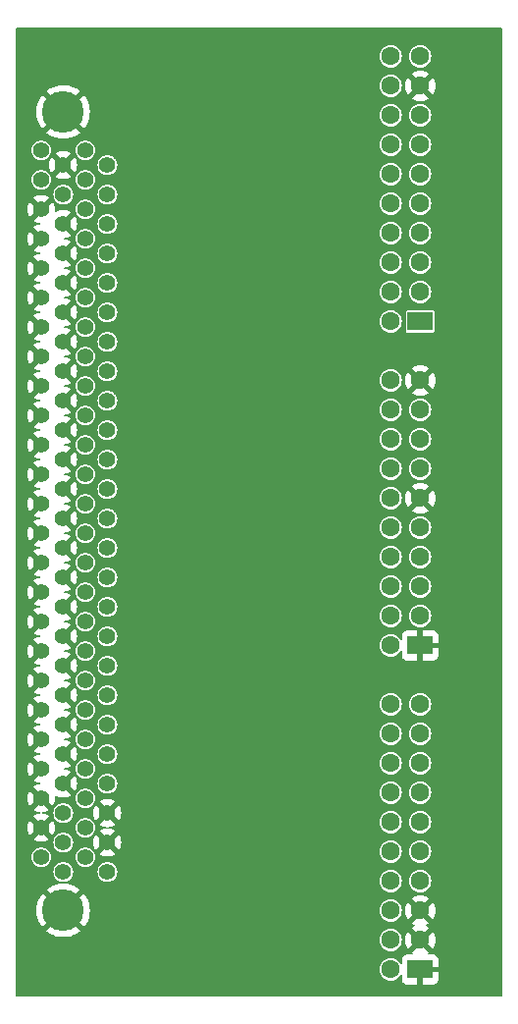
<source format=gbl>
%TF.GenerationSoftware,KiCad,Pcbnew,8.0.2-8.0.2-0~ubuntu22.04.1*%
%TF.CreationDate,2024-06-02T21:15:47+01:00*%
%TF.ProjectId,0001-Spartan3A-breakout,30303031-2d53-4706-9172-74616e33412d,rev?*%
%TF.SameCoordinates,Original*%
%TF.FileFunction,Copper,L2,Bot*%
%TF.FilePolarity,Positive*%
%FSLAX46Y46*%
G04 Gerber Fmt 4.6, Leading zero omitted, Abs format (unit mm)*
G04 Created by KiCad (PCBNEW 8.0.2-8.0.2-0~ubuntu22.04.1) date 2024-06-02 21:15:47*
%MOMM*%
%LPD*%
G01*
G04 APERTURE LIST*
%TA.AperFunction,ComponentPad*%
%ADD10R,2.175000X1.600000*%
%TD*%
%TA.AperFunction,ComponentPad*%
%ADD11C,1.600000*%
%TD*%
%TA.AperFunction,ComponentPad*%
%ADD12C,1.400000*%
%TD*%
%TA.AperFunction,ComponentPad*%
%ADD13C,3.600000*%
%TD*%
%TA.AperFunction,ViaPad*%
%ADD14C,0.600000*%
%TD*%
G04 APERTURE END LIST*
D10*
X152400000Y-139700000D03*
D11*
X149860000Y-139700000D03*
X152400000Y-137160000D03*
X149860000Y-137160000D03*
X152400000Y-134620000D03*
X149860000Y-134620000D03*
X152400000Y-132080000D03*
X149860000Y-132080000D03*
X152400000Y-129540000D03*
X149860000Y-129540000D03*
X152400000Y-127000000D03*
X149860000Y-127000000D03*
X152400000Y-124460000D03*
X149860000Y-124460000D03*
X152400000Y-121920000D03*
X149860000Y-121920000D03*
X152400000Y-119380000D03*
X149860000Y-119380000D03*
X152400000Y-116840000D03*
X149860000Y-116840000D03*
D10*
X152400000Y-111760000D03*
D11*
X149860000Y-111760000D03*
X152400000Y-109220000D03*
X149860000Y-109220000D03*
X152400000Y-106680000D03*
X149860000Y-106680000D03*
X152400000Y-104140000D03*
X149860000Y-104140000D03*
X152400000Y-101600000D03*
X149860000Y-101600000D03*
X152400000Y-99060000D03*
X149860000Y-99060000D03*
X152400000Y-96520000D03*
X149860000Y-96520000D03*
X152400000Y-93980000D03*
X149860000Y-93980000D03*
X152400000Y-91440000D03*
X149860000Y-91440000D03*
X152400000Y-88900000D03*
X149860000Y-88900000D03*
D12*
X123500000Y-69060000D03*
X125405000Y-70330000D03*
X123500000Y-71600000D03*
X125405000Y-72870000D03*
X123500000Y-74140000D03*
X125405000Y-75410000D03*
X123500000Y-76680000D03*
X125405000Y-77950000D03*
X123500000Y-79220000D03*
X125405000Y-80490000D03*
X123500000Y-81760000D03*
X125405000Y-83030000D03*
X123500000Y-84300000D03*
X125405000Y-85570000D03*
X123500000Y-86840000D03*
X125405000Y-88110000D03*
X123500000Y-89380000D03*
X125405000Y-90650000D03*
X123500000Y-91920000D03*
X125405000Y-93190000D03*
X123500000Y-94460000D03*
X125405000Y-95730000D03*
X123500000Y-97000000D03*
X125405000Y-98270000D03*
X123500000Y-99540000D03*
X125405000Y-100810000D03*
X123500000Y-102080000D03*
X125405000Y-103350000D03*
X123500000Y-104620000D03*
X125405000Y-105890000D03*
X123500000Y-107160000D03*
X125405000Y-108430000D03*
X123500000Y-109700000D03*
X125405000Y-110970000D03*
X123500000Y-112240000D03*
X125405000Y-113510000D03*
X123500000Y-114780000D03*
X125405000Y-116050000D03*
X123500000Y-117320000D03*
X125405000Y-118590000D03*
X123500000Y-119860000D03*
X125405000Y-121130000D03*
X123500000Y-122400000D03*
X125405000Y-123670000D03*
X123500000Y-124940000D03*
X125405000Y-126210000D03*
X123500000Y-127480000D03*
X125405000Y-128750000D03*
X123500000Y-130020000D03*
X125405000Y-131290000D03*
X119690000Y-69060000D03*
X121595000Y-70330000D03*
X119690000Y-71600000D03*
X121595000Y-72870000D03*
X119690000Y-74140000D03*
X121595000Y-75410000D03*
X119690000Y-76680000D03*
X121595000Y-77950000D03*
X119690000Y-79220000D03*
X121595000Y-80490000D03*
X119690000Y-81760000D03*
X121595000Y-83030000D03*
X119690000Y-84300000D03*
X121595000Y-85570000D03*
X119690000Y-86840000D03*
X121595000Y-88110000D03*
X119690000Y-89380000D03*
X121595000Y-90650000D03*
X119690000Y-91920000D03*
X121595000Y-93190000D03*
X119690000Y-94460000D03*
X121595000Y-95730000D03*
X119690000Y-97000000D03*
X121595000Y-98270000D03*
X119690000Y-99540000D03*
X121595000Y-100810000D03*
X119690000Y-102080000D03*
X121595000Y-103350000D03*
X119690000Y-104620000D03*
X121595000Y-105890000D03*
X119690000Y-107160000D03*
X121595000Y-108430000D03*
X119690000Y-109700000D03*
X121595000Y-110970000D03*
X119690000Y-112240000D03*
X121595000Y-113510000D03*
X119690000Y-114780000D03*
X121595000Y-116050000D03*
X119690000Y-117320000D03*
X121595000Y-118590000D03*
X119690000Y-119860000D03*
X121595000Y-121130000D03*
X119690000Y-122400000D03*
X121595000Y-123670000D03*
X119690000Y-124940000D03*
X121595000Y-126210000D03*
X119690000Y-127480000D03*
X121595000Y-128750000D03*
X119690000Y-130020000D03*
X121595000Y-131290000D03*
D13*
X121595000Y-65750000D03*
X121595000Y-134600000D03*
D10*
X152400000Y-83820000D03*
D11*
X149860000Y-83820000D03*
X152400000Y-81280000D03*
X149860000Y-81280000D03*
X152400000Y-78740000D03*
X149860000Y-78740000D03*
X152400000Y-76200000D03*
X149860000Y-76200000D03*
X152400000Y-73660000D03*
X149860000Y-73660000D03*
X152400000Y-71120000D03*
X149860000Y-71120000D03*
X152400000Y-68580000D03*
X149860000Y-68580000D03*
X152400000Y-66040000D03*
X149860000Y-66040000D03*
X152400000Y-63500000D03*
X149860000Y-63500000D03*
X152400000Y-60960000D03*
X149860000Y-60960000D03*
D14*
X142650000Y-129400000D03*
X131100000Y-90000000D03*
X130950000Y-86200000D03*
X130750000Y-77300000D03*
X130650000Y-116700000D03*
X131100000Y-91250000D03*
X153550000Y-130750000D03*
X130650000Y-98900000D03*
X130650000Y-74750000D03*
X147250000Y-107300000D03*
X147650000Y-97150000D03*
X130600000Y-121750000D03*
X130900000Y-84900000D03*
X153350000Y-69900000D03*
X153250000Y-67250000D03*
X147050000Y-132700000D03*
X147050000Y-126350000D03*
X131050000Y-94600000D03*
X153500000Y-125700000D03*
X153400000Y-77450000D03*
X129250000Y-132150000D03*
X153550000Y-120550000D03*
X147550000Y-71750000D03*
X153450000Y-72350000D03*
X130950000Y-96050000D03*
X147500000Y-78050000D03*
X130650000Y-72200000D03*
X130750000Y-81100000D03*
X147400000Y-102250000D03*
X129400000Y-129300000D03*
X147100000Y-111200000D03*
X147150000Y-122500000D03*
X130700000Y-102750000D03*
X147100000Y-120000000D03*
X147550000Y-83200000D03*
X130650000Y-107750000D03*
X124900000Y-66750000D03*
X153400000Y-115350000D03*
X130600000Y-119200000D03*
X130700000Y-103950000D03*
X151100000Y-129000000D03*
X147150000Y-106050000D03*
X147500000Y-75500000D03*
X130650000Y-111550000D03*
X138900000Y-87400000D03*
X147550000Y-74300000D03*
X147750000Y-69400000D03*
X147150000Y-108550000D03*
X130650000Y-115400000D03*
X130800000Y-83600000D03*
X130650000Y-112900000D03*
X129200000Y-133700000D03*
X130600000Y-69500000D03*
X146750000Y-116150000D03*
X147500000Y-79350000D03*
X130750000Y-79850000D03*
X153550000Y-102900000D03*
X153550000Y-97850000D03*
X147250000Y-121250000D03*
X147550000Y-139700000D03*
X148500000Y-93350000D03*
X153550000Y-92750000D03*
X147300000Y-103500000D03*
X130600000Y-117950000D03*
X130650000Y-109050000D03*
X147200000Y-95850000D03*
X127050000Y-67250000D03*
X145300000Y-64250000D03*
X130700000Y-100150000D03*
X151100000Y-69850000D03*
X130650000Y-71050000D03*
X147050000Y-123800000D03*
X147250000Y-91250000D03*
X147100000Y-127600000D03*
X130650000Y-124250000D03*
X147050000Y-125100000D03*
X147000000Y-130750000D03*
X146350000Y-65750000D03*
X131050000Y-88750000D03*
X147050000Y-136150000D03*
X141250000Y-132150000D03*
X130800000Y-82400000D03*
X130650000Y-106500000D03*
X130700000Y-76000000D03*
X146750000Y-67900000D03*
X144400000Y-62750000D03*
X147250000Y-104750000D03*
X147100000Y-109850000D03*
X131050000Y-92550000D03*
X147100000Y-98400000D03*
X130650000Y-114150000D03*
X147000000Y-118750000D03*
X142450000Y-111600000D03*
X147500000Y-85850000D03*
X147050000Y-99850000D03*
X141250000Y-125700000D03*
X147550000Y-80600000D03*
X153550000Y-82250000D03*
X147000000Y-133900000D03*
X153450000Y-107950000D03*
X147550000Y-81950000D03*
X147050000Y-112450000D03*
X147500000Y-84450000D03*
X147200000Y-94600000D03*
X130650000Y-110350000D03*
X130750000Y-78550000D03*
X147550000Y-76800000D03*
X130600000Y-123000000D03*
X130600000Y-125650000D03*
X141600000Y-133550000D03*
X147800000Y-89950000D03*
X147050000Y-117450000D03*
X147600000Y-73000000D03*
X131000000Y-87450000D03*
X130700000Y-105250000D03*
X153650000Y-86300000D03*
X130650000Y-73500000D03*
X130650000Y-97600000D03*
X130700000Y-101450000D03*
X130550000Y-120500000D03*
X147250000Y-92550000D03*
X147000000Y-128900000D03*
%TA.AperFunction,Conductor*%
G36*
X159477826Y-58522174D02*
G01*
X159499500Y-58574500D01*
X159499500Y-141925500D01*
X159477826Y-141977826D01*
X159425500Y-141999500D01*
X117574500Y-141999500D01*
X117522174Y-141977826D01*
X117500500Y-141925500D01*
X117500500Y-139700000D01*
X148904901Y-139700000D01*
X148923253Y-139886332D01*
X148977605Y-140065505D01*
X149065859Y-140230617D01*
X149065862Y-140230622D01*
X149065864Y-140230625D01*
X149184643Y-140375357D01*
X149329375Y-140494136D01*
X149329380Y-140494138D01*
X149329382Y-140494140D01*
X149494494Y-140582394D01*
X149494496Y-140582394D01*
X149494499Y-140582396D01*
X149673669Y-140636747D01*
X149860000Y-140655099D01*
X150046331Y-140636747D01*
X150225501Y-140582396D01*
X150390625Y-140494136D01*
X150535357Y-140375357D01*
X150654136Y-140230625D01*
X150673238Y-140194888D01*
X150717018Y-140158958D01*
X150773383Y-140164509D01*
X150809313Y-140208289D01*
X150812500Y-140229771D01*
X150812500Y-140547828D01*
X150818902Y-140607375D01*
X150818903Y-140607380D01*
X150869145Y-140742087D01*
X150869146Y-140742088D01*
X150955311Y-140857188D01*
X151070411Y-140943353D01*
X151070412Y-140943354D01*
X151205119Y-140993596D01*
X151205124Y-140993597D01*
X151264671Y-141000000D01*
X152150000Y-141000000D01*
X152150000Y-140248482D01*
X152168409Y-140259111D01*
X152321009Y-140300000D01*
X152478991Y-140300000D01*
X152631591Y-140259111D01*
X152650000Y-140248482D01*
X152650000Y-141000000D01*
X153535329Y-141000000D01*
X153594875Y-140993597D01*
X153594880Y-140993596D01*
X153729587Y-140943354D01*
X153729588Y-140943353D01*
X153844688Y-140857188D01*
X153930853Y-140742088D01*
X153930854Y-140742087D01*
X153981096Y-140607380D01*
X153981097Y-140607375D01*
X153987500Y-140547828D01*
X153987500Y-139950000D01*
X152948482Y-139950000D01*
X152959111Y-139931591D01*
X153000000Y-139778991D01*
X153000000Y-139621009D01*
X152959111Y-139468409D01*
X152948482Y-139450000D01*
X153987500Y-139450000D01*
X153987500Y-138852171D01*
X153981097Y-138792624D01*
X153981096Y-138792619D01*
X153930854Y-138657912D01*
X153930853Y-138657911D01*
X153844688Y-138542811D01*
X153729588Y-138456646D01*
X153729587Y-138456645D01*
X153594880Y-138406403D01*
X153594875Y-138406402D01*
X153535329Y-138400000D01*
X153130275Y-138400000D01*
X153077949Y-138378326D01*
X153056275Y-138326000D01*
X153077949Y-138273674D01*
X153087829Y-138265383D01*
X153125471Y-138239024D01*
X152611059Y-137724612D01*
X152631591Y-137719111D01*
X152768408Y-137640119D01*
X152880119Y-137528408D01*
X152959111Y-137391591D01*
X152964612Y-137371059D01*
X153479024Y-137885471D01*
X153530133Y-137812483D01*
X153626264Y-137606328D01*
X153626269Y-137606317D01*
X153685140Y-137386608D01*
X153685141Y-137386602D01*
X153704966Y-137160005D01*
X153704966Y-137159994D01*
X153685141Y-136933397D01*
X153685140Y-136933391D01*
X153626269Y-136713682D01*
X153626264Y-136713671D01*
X153530132Y-136507516D01*
X153479024Y-136434526D01*
X152964612Y-136948939D01*
X152959111Y-136928409D01*
X152880119Y-136791592D01*
X152768408Y-136679881D01*
X152631591Y-136600889D01*
X152611057Y-136595387D01*
X153125472Y-136080973D01*
X153052483Y-136029867D01*
X152896364Y-135957067D01*
X152858101Y-135915309D01*
X152860571Y-135858726D01*
X152896364Y-135822933D01*
X153052483Y-135750133D01*
X153125471Y-135699024D01*
X152611059Y-135184612D01*
X152631591Y-135179111D01*
X152768408Y-135100119D01*
X152880119Y-134988408D01*
X152959111Y-134851591D01*
X152964612Y-134831059D01*
X153479024Y-135345471D01*
X153530133Y-135272483D01*
X153626264Y-135066328D01*
X153626269Y-135066317D01*
X153685140Y-134846608D01*
X153685141Y-134846602D01*
X153704966Y-134620005D01*
X153704966Y-134619994D01*
X153685141Y-134393397D01*
X153685140Y-134393391D01*
X153626269Y-134173682D01*
X153626264Y-134173671D01*
X153530132Y-133967516D01*
X153479024Y-133894526D01*
X152964612Y-134408939D01*
X152959111Y-134388409D01*
X152880119Y-134251592D01*
X152768408Y-134139881D01*
X152631591Y-134060889D01*
X152611057Y-134055387D01*
X153125472Y-133540973D01*
X153052483Y-133489867D01*
X152846328Y-133393735D01*
X152846317Y-133393730D01*
X152626608Y-133334859D01*
X152626602Y-133334858D01*
X152400005Y-133315034D01*
X152399995Y-133315034D01*
X152173397Y-133334858D01*
X152173391Y-133334859D01*
X151953682Y-133393730D01*
X151953671Y-133393735D01*
X151747513Y-133489868D01*
X151674526Y-133540973D01*
X152188940Y-134055387D01*
X152168409Y-134060889D01*
X152031592Y-134139881D01*
X151919881Y-134251592D01*
X151840889Y-134388409D01*
X151835387Y-134408940D01*
X151320973Y-133894526D01*
X151269868Y-133967513D01*
X151173735Y-134173671D01*
X151173730Y-134173682D01*
X151114859Y-134393391D01*
X151114858Y-134393397D01*
X151095034Y-134619994D01*
X151095034Y-134620005D01*
X151114858Y-134846602D01*
X151114859Y-134846608D01*
X151173730Y-135066317D01*
X151173735Y-135066328D01*
X151269867Y-135272483D01*
X151320973Y-135345471D01*
X151835387Y-134831057D01*
X151840889Y-134851591D01*
X151919881Y-134988408D01*
X152031592Y-135100119D01*
X152168409Y-135179111D01*
X152188940Y-135184612D01*
X151674526Y-135699025D01*
X151747516Y-135750132D01*
X151903635Y-135822933D01*
X151941898Y-135864691D01*
X151939428Y-135921274D01*
X151903635Y-135957067D01*
X151747513Y-136029868D01*
X151674526Y-136080973D01*
X152188940Y-136595387D01*
X152168409Y-136600889D01*
X152031592Y-136679881D01*
X151919881Y-136791592D01*
X151840889Y-136928409D01*
X151835387Y-136948940D01*
X151320973Y-136434526D01*
X151269868Y-136507513D01*
X151173735Y-136713671D01*
X151173730Y-136713682D01*
X151114859Y-136933391D01*
X151114858Y-136933397D01*
X151095034Y-137159994D01*
X151095034Y-137160005D01*
X151114858Y-137386602D01*
X151114859Y-137386608D01*
X151173730Y-137606317D01*
X151173735Y-137606328D01*
X151269867Y-137812483D01*
X151320973Y-137885471D01*
X151835387Y-137371057D01*
X151840889Y-137391591D01*
X151919881Y-137528408D01*
X152031592Y-137640119D01*
X152168409Y-137719111D01*
X152188940Y-137724612D01*
X151674526Y-138239025D01*
X151712170Y-138265383D01*
X151742601Y-138313150D01*
X151730342Y-138368445D01*
X151682575Y-138398876D01*
X151669725Y-138400000D01*
X151264671Y-138400000D01*
X151205124Y-138406402D01*
X151205119Y-138406403D01*
X151070412Y-138456645D01*
X151070411Y-138456646D01*
X150955311Y-138542811D01*
X150869146Y-138657911D01*
X150869145Y-138657912D01*
X150818903Y-138792619D01*
X150818902Y-138792624D01*
X150812500Y-138852171D01*
X150812500Y-139170228D01*
X150790826Y-139222554D01*
X150738500Y-139244228D01*
X150686174Y-139222554D01*
X150673238Y-139205111D01*
X150654140Y-139169382D01*
X150654138Y-139169380D01*
X150654136Y-139169375D01*
X150535357Y-139024643D01*
X150390625Y-138905864D01*
X150390622Y-138905862D01*
X150390617Y-138905859D01*
X150225505Y-138817605D01*
X150046332Y-138763253D01*
X149860000Y-138744901D01*
X149673667Y-138763253D01*
X149494494Y-138817605D01*
X149329382Y-138905859D01*
X149329373Y-138905865D01*
X149184643Y-139024643D01*
X149065865Y-139169373D01*
X149065859Y-139169382D01*
X148977605Y-139334494D01*
X148923253Y-139513667D01*
X148904901Y-139700000D01*
X117500500Y-139700000D01*
X117500500Y-137160000D01*
X148904901Y-137160000D01*
X148923253Y-137346332D01*
X148977605Y-137525505D01*
X149065859Y-137690617D01*
X149065862Y-137690622D01*
X149065864Y-137690625D01*
X149184643Y-137835357D01*
X149329375Y-137954136D01*
X149329380Y-137954138D01*
X149329382Y-137954140D01*
X149494494Y-138042394D01*
X149494496Y-138042394D01*
X149494499Y-138042396D01*
X149673669Y-138096747D01*
X149860000Y-138115099D01*
X150046331Y-138096747D01*
X150225501Y-138042396D01*
X150390625Y-137954136D01*
X150535357Y-137835357D01*
X150654136Y-137690625D01*
X150742396Y-137525501D01*
X150796747Y-137346331D01*
X150815099Y-137160000D01*
X150796747Y-136973669D01*
X150742396Y-136794499D01*
X150742394Y-136794496D01*
X150742394Y-136794494D01*
X150654140Y-136629382D01*
X150654138Y-136629380D01*
X150654136Y-136629375D01*
X150535357Y-136484643D01*
X150390625Y-136365864D01*
X150390622Y-136365862D01*
X150390617Y-136365859D01*
X150225505Y-136277605D01*
X150046332Y-136223253D01*
X149860000Y-136204901D01*
X149673667Y-136223253D01*
X149494494Y-136277605D01*
X149329382Y-136365859D01*
X149329373Y-136365865D01*
X149184643Y-136484643D01*
X149065865Y-136629373D01*
X149065859Y-136629382D01*
X148977605Y-136794494D01*
X148923253Y-136973667D01*
X148904901Y-137160000D01*
X117500500Y-137160000D01*
X117500500Y-134600000D01*
X119290065Y-134600000D01*
X119309785Y-134900861D01*
X119368605Y-135196565D01*
X119465519Y-135482063D01*
X119598867Y-135752466D01*
X119598873Y-135752477D01*
X119766370Y-136003154D01*
X119799973Y-136041470D01*
X120587115Y-135254328D01*
X120679691Y-135381748D01*
X120813252Y-135515309D01*
X120940669Y-135607882D01*
X120153527Y-136395025D01*
X120191845Y-136428629D01*
X120442522Y-136596126D01*
X120442533Y-136596132D01*
X120712936Y-136729480D01*
X120998434Y-136826394D01*
X121294138Y-136885214D01*
X121595000Y-136904934D01*
X121895861Y-136885214D01*
X122191565Y-136826394D01*
X122477063Y-136729480D01*
X122747466Y-136596132D01*
X122747477Y-136596126D01*
X122998154Y-136428629D01*
X123036471Y-136395024D01*
X122249330Y-135607883D01*
X122376748Y-135515309D01*
X122510309Y-135381748D01*
X122602883Y-135254329D01*
X123390024Y-136041470D01*
X123423629Y-136003154D01*
X123591126Y-135752477D01*
X123591132Y-135752466D01*
X123724480Y-135482063D01*
X123821394Y-135196565D01*
X123880214Y-134900861D01*
X123898623Y-134620000D01*
X148904901Y-134620000D01*
X148923253Y-134806332D01*
X148977605Y-134985505D01*
X149065859Y-135150617D01*
X149065862Y-135150622D01*
X149065864Y-135150625D01*
X149184643Y-135295357D01*
X149329375Y-135414136D01*
X149329380Y-135414138D01*
X149329382Y-135414140D01*
X149494494Y-135502394D01*
X149494496Y-135502394D01*
X149494499Y-135502396D01*
X149673669Y-135556747D01*
X149860000Y-135575099D01*
X150046331Y-135556747D01*
X150225501Y-135502396D01*
X150390625Y-135414136D01*
X150535357Y-135295357D01*
X150654136Y-135150625D01*
X150742396Y-134985501D01*
X150796747Y-134806331D01*
X150815099Y-134620000D01*
X150796747Y-134433669D01*
X150742396Y-134254499D01*
X150742394Y-134254496D01*
X150742394Y-134254494D01*
X150654140Y-134089382D01*
X150654138Y-134089380D01*
X150654136Y-134089375D01*
X150535357Y-133944643D01*
X150390625Y-133825864D01*
X150390622Y-133825862D01*
X150390617Y-133825859D01*
X150225505Y-133737605D01*
X150046332Y-133683253D01*
X149860000Y-133664901D01*
X149673667Y-133683253D01*
X149494494Y-133737605D01*
X149329382Y-133825859D01*
X149329373Y-133825865D01*
X149184643Y-133944643D01*
X149065865Y-134089373D01*
X149065859Y-134089382D01*
X148977605Y-134254494D01*
X148923253Y-134433667D01*
X148904901Y-134620000D01*
X123898623Y-134620000D01*
X123899934Y-134600000D01*
X123880214Y-134299138D01*
X123821394Y-134003434D01*
X123724480Y-133717936D01*
X123591132Y-133447534D01*
X123591126Y-133447523D01*
X123423627Y-133196844D01*
X123423625Y-133196841D01*
X123390024Y-133158527D01*
X122602882Y-133945669D01*
X122510309Y-133818252D01*
X122376748Y-133684691D01*
X122249328Y-133592115D01*
X123036471Y-132804973D01*
X122998154Y-132771370D01*
X122747477Y-132603873D01*
X122747466Y-132603867D01*
X122477063Y-132470519D01*
X122191565Y-132373605D01*
X121895861Y-132314785D01*
X121595000Y-132295065D01*
X121294138Y-132314785D01*
X120998434Y-132373605D01*
X120712936Y-132470519D01*
X120442534Y-132603867D01*
X120442523Y-132603873D01*
X120191847Y-132771369D01*
X120191836Y-132771378D01*
X120153528Y-132804974D01*
X120940670Y-133592116D01*
X120813252Y-133684691D01*
X120679691Y-133818252D01*
X120587116Y-133945670D01*
X119799974Y-133158528D01*
X119766378Y-133196836D01*
X119766369Y-133196847D01*
X119598873Y-133447523D01*
X119598867Y-133447534D01*
X119465519Y-133717936D01*
X119368605Y-134003434D01*
X119309785Y-134299138D01*
X119290065Y-134600000D01*
X117500500Y-134600000D01*
X117500500Y-131290000D01*
X120739815Y-131290000D01*
X120758504Y-131467808D01*
X120813748Y-131637831D01*
X120903138Y-131792662D01*
X120903141Y-131792665D01*
X121022772Y-131925528D01*
X121167400Y-132030608D01*
X121167407Y-132030612D01*
X121330733Y-132103329D01*
X121505609Y-132140500D01*
X121505610Y-132140500D01*
X121684390Y-132140500D01*
X121684391Y-132140500D01*
X121859267Y-132103329D01*
X122022593Y-132030612D01*
X122167230Y-131925526D01*
X122286859Y-131792665D01*
X122376250Y-131637835D01*
X122431497Y-131467803D01*
X122450185Y-131290000D01*
X124549815Y-131290000D01*
X124568504Y-131467808D01*
X124623748Y-131637831D01*
X124713138Y-131792662D01*
X124713141Y-131792665D01*
X124832772Y-131925528D01*
X124977400Y-132030608D01*
X124977407Y-132030612D01*
X125140733Y-132103329D01*
X125315609Y-132140500D01*
X125315610Y-132140500D01*
X125494390Y-132140500D01*
X125494391Y-132140500D01*
X125669267Y-132103329D01*
X125721665Y-132080000D01*
X148904901Y-132080000D01*
X148923253Y-132266332D01*
X148977605Y-132445505D01*
X149065859Y-132610617D01*
X149065862Y-132610622D01*
X149065864Y-132610625D01*
X149184643Y-132755357D01*
X149329375Y-132874136D01*
X149329380Y-132874138D01*
X149329382Y-132874140D01*
X149494494Y-132962394D01*
X149494496Y-132962394D01*
X149494499Y-132962396D01*
X149673669Y-133016747D01*
X149860000Y-133035099D01*
X150046331Y-133016747D01*
X150225501Y-132962396D01*
X150390625Y-132874136D01*
X150535357Y-132755357D01*
X150654136Y-132610625D01*
X150742396Y-132445501D01*
X150796747Y-132266331D01*
X150815099Y-132080000D01*
X151444901Y-132080000D01*
X151463253Y-132266332D01*
X151517605Y-132445505D01*
X151605859Y-132610617D01*
X151605862Y-132610622D01*
X151605864Y-132610625D01*
X151724643Y-132755357D01*
X151869375Y-132874136D01*
X151869380Y-132874138D01*
X151869382Y-132874140D01*
X152034494Y-132962394D01*
X152034496Y-132962394D01*
X152034499Y-132962396D01*
X152213669Y-133016747D01*
X152400000Y-133035099D01*
X152586331Y-133016747D01*
X152765501Y-132962396D01*
X152930625Y-132874136D01*
X153075357Y-132755357D01*
X153194136Y-132610625D01*
X153282396Y-132445501D01*
X153336747Y-132266331D01*
X153355099Y-132080000D01*
X153336747Y-131893669D01*
X153282396Y-131714499D01*
X153282394Y-131714496D01*
X153282394Y-131714494D01*
X153194140Y-131549382D01*
X153194138Y-131549380D01*
X153194136Y-131549375D01*
X153075357Y-131404643D01*
X152930625Y-131285864D01*
X152930622Y-131285862D01*
X152930617Y-131285859D01*
X152765505Y-131197605D01*
X152586332Y-131143253D01*
X152400000Y-131124901D01*
X152213667Y-131143253D01*
X152034494Y-131197605D01*
X151869382Y-131285859D01*
X151869373Y-131285865D01*
X151724643Y-131404643D01*
X151605865Y-131549373D01*
X151605859Y-131549382D01*
X151517605Y-131714494D01*
X151463253Y-131893667D01*
X151444901Y-132080000D01*
X150815099Y-132080000D01*
X150796747Y-131893669D01*
X150742396Y-131714499D01*
X150742394Y-131714496D01*
X150742394Y-131714494D01*
X150654140Y-131549382D01*
X150654138Y-131549380D01*
X150654136Y-131549375D01*
X150535357Y-131404643D01*
X150390625Y-131285864D01*
X150390622Y-131285862D01*
X150390617Y-131285859D01*
X150225505Y-131197605D01*
X150046332Y-131143253D01*
X149860000Y-131124901D01*
X149673667Y-131143253D01*
X149494494Y-131197605D01*
X149329382Y-131285859D01*
X149329373Y-131285865D01*
X149184643Y-131404643D01*
X149065865Y-131549373D01*
X149065859Y-131549382D01*
X148977605Y-131714494D01*
X148923253Y-131893667D01*
X148904901Y-132080000D01*
X125721665Y-132080000D01*
X125832593Y-132030612D01*
X125977230Y-131925526D01*
X126096859Y-131792665D01*
X126186250Y-131637835D01*
X126241497Y-131467803D01*
X126260185Y-131290000D01*
X126241497Y-131112197D01*
X126186250Y-130942165D01*
X126123413Y-130833328D01*
X126096861Y-130787337D01*
X126096858Y-130787334D01*
X125977227Y-130654471D01*
X125832599Y-130549391D01*
X125832592Y-130549387D01*
X125669268Y-130476671D01*
X125669266Y-130476670D01*
X125531561Y-130447400D01*
X125494391Y-130439500D01*
X125315609Y-130439500D01*
X125284954Y-130446015D01*
X125140733Y-130476670D01*
X125140731Y-130476671D01*
X124977408Y-130549387D01*
X124977401Y-130549391D01*
X124832772Y-130654471D01*
X124713141Y-130787334D01*
X124713138Y-130787337D01*
X124623748Y-130942168D01*
X124568504Y-131112191D01*
X124549815Y-131290000D01*
X122450185Y-131290000D01*
X122431497Y-131112197D01*
X122376250Y-130942165D01*
X122313413Y-130833328D01*
X122286861Y-130787337D01*
X122286858Y-130787334D01*
X122167227Y-130654471D01*
X122022599Y-130549391D01*
X122022592Y-130549387D01*
X121859268Y-130476671D01*
X121859266Y-130476670D01*
X121721561Y-130447400D01*
X121684391Y-130439500D01*
X121505609Y-130439500D01*
X121474954Y-130446015D01*
X121330733Y-130476670D01*
X121330731Y-130476671D01*
X121167408Y-130549387D01*
X121167401Y-130549391D01*
X121022772Y-130654471D01*
X120903141Y-130787334D01*
X120903138Y-130787337D01*
X120813748Y-130942168D01*
X120758504Y-131112191D01*
X120739815Y-131290000D01*
X117500500Y-131290000D01*
X117500500Y-130020000D01*
X118834815Y-130020000D01*
X118853504Y-130197808D01*
X118908748Y-130367831D01*
X118998138Y-130522662D01*
X118998141Y-130522665D01*
X119117772Y-130655528D01*
X119262400Y-130760608D01*
X119262407Y-130760612D01*
X119425733Y-130833329D01*
X119600609Y-130870500D01*
X119600610Y-130870500D01*
X119779390Y-130870500D01*
X119779391Y-130870500D01*
X119954267Y-130833329D01*
X120117593Y-130760612D01*
X120262230Y-130655526D01*
X120381859Y-130522665D01*
X120471250Y-130367835D01*
X120526497Y-130197803D01*
X120545185Y-130020000D01*
X122644815Y-130020000D01*
X122663504Y-130197808D01*
X122718748Y-130367831D01*
X122808138Y-130522662D01*
X122808141Y-130522665D01*
X122927772Y-130655528D01*
X123072400Y-130760608D01*
X123072407Y-130760612D01*
X123235733Y-130833329D01*
X123410609Y-130870500D01*
X123410610Y-130870500D01*
X123589390Y-130870500D01*
X123589391Y-130870500D01*
X123764267Y-130833329D01*
X123927593Y-130760612D01*
X124072230Y-130655526D01*
X124191859Y-130522665D01*
X124281250Y-130367835D01*
X124336497Y-130197803D01*
X124355185Y-130020000D01*
X124336497Y-129842197D01*
X124281250Y-129672165D01*
X124204945Y-129540000D01*
X124191861Y-129517337D01*
X124191858Y-129517334D01*
X124072227Y-129384471D01*
X123927599Y-129279391D01*
X123927592Y-129279387D01*
X123764268Y-129206671D01*
X123764266Y-129206670D01*
X123612886Y-129174494D01*
X123589391Y-129169500D01*
X123410609Y-129169500D01*
X123387114Y-129174494D01*
X123235733Y-129206670D01*
X123235731Y-129206671D01*
X123072408Y-129279387D01*
X123072401Y-129279391D01*
X122927772Y-129384471D01*
X122808141Y-129517334D01*
X122808138Y-129517337D01*
X122718748Y-129672168D01*
X122663504Y-129842191D01*
X122663503Y-129842195D01*
X122663503Y-129842197D01*
X122644815Y-130020000D01*
X120545185Y-130020000D01*
X120526497Y-129842197D01*
X120471250Y-129672165D01*
X120394945Y-129540000D01*
X120381861Y-129517337D01*
X120381858Y-129517334D01*
X120262227Y-129384471D01*
X120117599Y-129279391D01*
X120117592Y-129279387D01*
X119954268Y-129206671D01*
X119954266Y-129206670D01*
X119802886Y-129174494D01*
X119779391Y-129169500D01*
X119600609Y-129169500D01*
X119577114Y-129174494D01*
X119425733Y-129206670D01*
X119425731Y-129206671D01*
X119262408Y-129279387D01*
X119262401Y-129279391D01*
X119117772Y-129384471D01*
X118998141Y-129517334D01*
X118998138Y-129517337D01*
X118908748Y-129672168D01*
X118853504Y-129842191D01*
X118853503Y-129842195D01*
X118853503Y-129842197D01*
X118834815Y-130020000D01*
X117500500Y-130020000D01*
X117500500Y-128750000D01*
X120739815Y-128750000D01*
X120758071Y-128923694D01*
X120758504Y-128927808D01*
X120813748Y-129097831D01*
X120813749Y-129097833D01*
X120813750Y-129097835D01*
X120831281Y-129128201D01*
X120903138Y-129252662D01*
X120903141Y-129252665D01*
X121022772Y-129385528D01*
X121167400Y-129490608D01*
X121167407Y-129490612D01*
X121330733Y-129563329D01*
X121505609Y-129600500D01*
X121505610Y-129600500D01*
X121684390Y-129600500D01*
X121684391Y-129600500D01*
X121859267Y-129563329D01*
X122022593Y-129490612D01*
X122167230Y-129385526D01*
X122286859Y-129252665D01*
X122376250Y-129097835D01*
X122431497Y-128927803D01*
X122450185Y-128750000D01*
X122431497Y-128572197D01*
X122376250Y-128402165D01*
X122313413Y-128293328D01*
X122286861Y-128247337D01*
X122286858Y-128247334D01*
X122185988Y-128135307D01*
X122167230Y-128114474D01*
X122167229Y-128114473D01*
X122167227Y-128114471D01*
X122022599Y-128009391D01*
X122022592Y-128009387D01*
X121859268Y-127936671D01*
X121859266Y-127936670D01*
X121721561Y-127907400D01*
X121684391Y-127899500D01*
X121505609Y-127899500D01*
X121474954Y-127906015D01*
X121330733Y-127936670D01*
X121330731Y-127936671D01*
X121167408Y-128009387D01*
X121167401Y-128009391D01*
X121022772Y-128114471D01*
X120903141Y-128247334D01*
X120903138Y-128247337D01*
X120813748Y-128402168D01*
X120758504Y-128572191D01*
X120758503Y-128572195D01*
X120758503Y-128572197D01*
X120739815Y-128750000D01*
X117500500Y-128750000D01*
X117500500Y-74139996D01*
X118484859Y-74139996D01*
X118484859Y-74140003D01*
X118505377Y-74361432D01*
X118505379Y-74361445D01*
X118566237Y-74575342D01*
X118566239Y-74575346D01*
X118665368Y-74774426D01*
X118665370Y-74774429D01*
X118681137Y-74795307D01*
X119247861Y-74228583D01*
X119270667Y-74313694D01*
X119329910Y-74416306D01*
X119413694Y-74500090D01*
X119516306Y-74559333D01*
X119601414Y-74582137D01*
X119036672Y-75146879D01*
X119152817Y-75218795D01*
X119152827Y-75218799D01*
X119360194Y-75299134D01*
X119564145Y-75337260D01*
X119611597Y-75368180D01*
X119623287Y-75423598D01*
X119592367Y-75471050D01*
X119564145Y-75482740D01*
X119360194Y-75520865D01*
X119152827Y-75601200D01*
X119152817Y-75601205D01*
X119036671Y-75673118D01*
X119601414Y-76237861D01*
X119516306Y-76260667D01*
X119413694Y-76319910D01*
X119329910Y-76403694D01*
X119270667Y-76506306D01*
X119247861Y-76591415D01*
X118681137Y-76024691D01*
X118665370Y-76045570D01*
X118665369Y-76045573D01*
X118566239Y-76244653D01*
X118566237Y-76244657D01*
X118505379Y-76458554D01*
X118505377Y-76458567D01*
X118484859Y-76679996D01*
X118484859Y-76679999D01*
X118505377Y-76901432D01*
X118505379Y-76901445D01*
X118566237Y-77115342D01*
X118566239Y-77115346D01*
X118665368Y-77314426D01*
X118665370Y-77314429D01*
X118681137Y-77335307D01*
X119247861Y-76768583D01*
X119270667Y-76853694D01*
X119329910Y-76956306D01*
X119413694Y-77040090D01*
X119516306Y-77099333D01*
X119601413Y-77122137D01*
X119036672Y-77686879D01*
X119152817Y-77758795D01*
X119152827Y-77758799D01*
X119360194Y-77839134D01*
X119564145Y-77877260D01*
X119611597Y-77908180D01*
X119623287Y-77963598D01*
X119592367Y-78011050D01*
X119564145Y-78022740D01*
X119360194Y-78060865D01*
X119152827Y-78141200D01*
X119152817Y-78141205D01*
X119036671Y-78213118D01*
X119601414Y-78777861D01*
X119516306Y-78800667D01*
X119413694Y-78859910D01*
X119329910Y-78943694D01*
X119270667Y-79046306D01*
X119247861Y-79131415D01*
X118681137Y-78564691D01*
X118665370Y-78585570D01*
X118665369Y-78585573D01*
X118566239Y-78784653D01*
X118566237Y-78784657D01*
X118505379Y-78998554D01*
X118505377Y-78998567D01*
X118484859Y-79219996D01*
X118484859Y-79219999D01*
X118505377Y-79441432D01*
X118505379Y-79441445D01*
X118566237Y-79655342D01*
X118566239Y-79655346D01*
X118665368Y-79854426D01*
X118665370Y-79854429D01*
X118681137Y-79875307D01*
X119247861Y-79308583D01*
X119270667Y-79393694D01*
X119329910Y-79496306D01*
X119413694Y-79580090D01*
X119516306Y-79639333D01*
X119601413Y-79662137D01*
X119036672Y-80226879D01*
X119152817Y-80298795D01*
X119152827Y-80298799D01*
X119360194Y-80379134D01*
X119564145Y-80417260D01*
X119611597Y-80448180D01*
X119623287Y-80503598D01*
X119592367Y-80551050D01*
X119564145Y-80562740D01*
X119360194Y-80600865D01*
X119152827Y-80681200D01*
X119152817Y-80681205D01*
X119036671Y-80753118D01*
X119601414Y-81317861D01*
X119516306Y-81340667D01*
X119413694Y-81399910D01*
X119329910Y-81483694D01*
X119270667Y-81586306D01*
X119247861Y-81671415D01*
X118681137Y-81104691D01*
X118665370Y-81125570D01*
X118665369Y-81125573D01*
X118566239Y-81324653D01*
X118566237Y-81324657D01*
X118505379Y-81538554D01*
X118505377Y-81538567D01*
X118484859Y-81759996D01*
X118484859Y-81759999D01*
X118505377Y-81981432D01*
X118505379Y-81981445D01*
X118566237Y-82195342D01*
X118566239Y-82195346D01*
X118665368Y-82394426D01*
X118665370Y-82394429D01*
X118681137Y-82415307D01*
X119247861Y-81848583D01*
X119270667Y-81933694D01*
X119329910Y-82036306D01*
X119413694Y-82120090D01*
X119516306Y-82179333D01*
X119601413Y-82202137D01*
X119036672Y-82766879D01*
X119152817Y-82838795D01*
X119152827Y-82838799D01*
X119360194Y-82919134D01*
X119564145Y-82957260D01*
X119611597Y-82988180D01*
X119623287Y-83043598D01*
X119592367Y-83091050D01*
X119564145Y-83102740D01*
X119360194Y-83140865D01*
X119152827Y-83221200D01*
X119152817Y-83221205D01*
X119036671Y-83293118D01*
X119601414Y-83857861D01*
X119516306Y-83880667D01*
X119413694Y-83939910D01*
X119329910Y-84023694D01*
X119270667Y-84126306D01*
X119247861Y-84211415D01*
X118681137Y-83644691D01*
X118665370Y-83665570D01*
X118665369Y-83665573D01*
X118566239Y-83864653D01*
X118566237Y-83864657D01*
X118505379Y-84078554D01*
X118505377Y-84078567D01*
X118484859Y-84299996D01*
X118484859Y-84299999D01*
X118505377Y-84521432D01*
X118505379Y-84521445D01*
X118566237Y-84735342D01*
X118566239Y-84735346D01*
X118665368Y-84934426D01*
X118665370Y-84934429D01*
X118681137Y-84955307D01*
X119247861Y-84388583D01*
X119270667Y-84473694D01*
X119329910Y-84576306D01*
X119413694Y-84660090D01*
X119516306Y-84719333D01*
X119601413Y-84742137D01*
X119036672Y-85306879D01*
X119152817Y-85378795D01*
X119152827Y-85378799D01*
X119360194Y-85459134D01*
X119564145Y-85497260D01*
X119611597Y-85528180D01*
X119623287Y-85583598D01*
X119592367Y-85631050D01*
X119564145Y-85642740D01*
X119360194Y-85680865D01*
X119152827Y-85761200D01*
X119152817Y-85761205D01*
X119036671Y-85833118D01*
X119601414Y-86397861D01*
X119516306Y-86420667D01*
X119413694Y-86479910D01*
X119329910Y-86563694D01*
X119270667Y-86666306D01*
X119247861Y-86751415D01*
X118681137Y-86184691D01*
X118665370Y-86205570D01*
X118665369Y-86205573D01*
X118566239Y-86404653D01*
X118566237Y-86404657D01*
X118505379Y-86618554D01*
X118505377Y-86618567D01*
X118484859Y-86839996D01*
X118484859Y-86839999D01*
X118505377Y-87061432D01*
X118505379Y-87061445D01*
X118566237Y-87275342D01*
X118566239Y-87275346D01*
X118665368Y-87474426D01*
X118665370Y-87474429D01*
X118681137Y-87495307D01*
X119247861Y-86928583D01*
X119270667Y-87013694D01*
X119329910Y-87116306D01*
X119413694Y-87200090D01*
X119516306Y-87259333D01*
X119601413Y-87282137D01*
X119036672Y-87846879D01*
X119152817Y-87918795D01*
X119152827Y-87918799D01*
X119360194Y-87999134D01*
X119564145Y-88037260D01*
X119611597Y-88068180D01*
X119623287Y-88123598D01*
X119592367Y-88171050D01*
X119564145Y-88182740D01*
X119360194Y-88220865D01*
X119152827Y-88301200D01*
X119152817Y-88301205D01*
X119036671Y-88373118D01*
X119601414Y-88937861D01*
X119516306Y-88960667D01*
X119413694Y-89019910D01*
X119329910Y-89103694D01*
X119270667Y-89206306D01*
X119247861Y-89291415D01*
X118681137Y-88724691D01*
X118665370Y-88745570D01*
X118665369Y-88745573D01*
X118566239Y-88944653D01*
X118566237Y-88944657D01*
X118505379Y-89158554D01*
X118505377Y-89158567D01*
X118484859Y-89379996D01*
X118484859Y-89379999D01*
X118505377Y-89601432D01*
X118505379Y-89601445D01*
X118566237Y-89815342D01*
X118566239Y-89815346D01*
X118665368Y-90014426D01*
X118665370Y-90014429D01*
X118681137Y-90035307D01*
X119247861Y-89468583D01*
X119270667Y-89553694D01*
X119329910Y-89656306D01*
X119413694Y-89740090D01*
X119516306Y-89799333D01*
X119601413Y-89822137D01*
X119036672Y-90386879D01*
X119152817Y-90458795D01*
X119152827Y-90458799D01*
X119360194Y-90539134D01*
X119564145Y-90577260D01*
X119611597Y-90608180D01*
X119623287Y-90663598D01*
X119592367Y-90711050D01*
X119564145Y-90722740D01*
X119360194Y-90760865D01*
X119152827Y-90841200D01*
X119152817Y-90841205D01*
X119036671Y-90913118D01*
X119601414Y-91477861D01*
X119516306Y-91500667D01*
X119413694Y-91559910D01*
X119329910Y-91643694D01*
X119270667Y-91746306D01*
X119247861Y-91831415D01*
X118681137Y-91264691D01*
X118665370Y-91285570D01*
X118665369Y-91285573D01*
X118566239Y-91484653D01*
X118566237Y-91484657D01*
X118505379Y-91698554D01*
X118505377Y-91698567D01*
X118484859Y-91919996D01*
X118484859Y-91919999D01*
X118505377Y-92141432D01*
X118505379Y-92141445D01*
X118566237Y-92355342D01*
X118566239Y-92355346D01*
X118665368Y-92554426D01*
X118665370Y-92554429D01*
X118681137Y-92575307D01*
X119247861Y-92008583D01*
X119270667Y-92093694D01*
X119329910Y-92196306D01*
X119413694Y-92280090D01*
X119516306Y-92339333D01*
X119601413Y-92362137D01*
X119036672Y-92926879D01*
X119152817Y-92998795D01*
X119152827Y-92998799D01*
X119360194Y-93079134D01*
X119564145Y-93117260D01*
X119611597Y-93148180D01*
X119623287Y-93203598D01*
X119592367Y-93251050D01*
X119564145Y-93262740D01*
X119360194Y-93300865D01*
X119152827Y-93381200D01*
X119152817Y-93381205D01*
X119036671Y-93453118D01*
X119601414Y-94017861D01*
X119516306Y-94040667D01*
X119413694Y-94099910D01*
X119329910Y-94183694D01*
X119270667Y-94286306D01*
X119247861Y-94371415D01*
X118681137Y-93804691D01*
X118665370Y-93825570D01*
X118665369Y-93825573D01*
X118566239Y-94024653D01*
X118566237Y-94024657D01*
X118505379Y-94238554D01*
X118505377Y-94238567D01*
X118484859Y-94459996D01*
X118484859Y-94459999D01*
X118505377Y-94681432D01*
X118505379Y-94681445D01*
X118566237Y-94895342D01*
X118566239Y-94895346D01*
X118665368Y-95094426D01*
X118665370Y-95094429D01*
X118681137Y-95115307D01*
X119247861Y-94548583D01*
X119270667Y-94633694D01*
X119329910Y-94736306D01*
X119413694Y-94820090D01*
X119516306Y-94879333D01*
X119601413Y-94902137D01*
X119036672Y-95466879D01*
X119152817Y-95538795D01*
X119152827Y-95538799D01*
X119360194Y-95619134D01*
X119564145Y-95657260D01*
X119611597Y-95688180D01*
X119623287Y-95743598D01*
X119592367Y-95791050D01*
X119564145Y-95802740D01*
X119360194Y-95840865D01*
X119152827Y-95921200D01*
X119152817Y-95921205D01*
X119036671Y-95993118D01*
X119601414Y-96557861D01*
X119516306Y-96580667D01*
X119413694Y-96639910D01*
X119329910Y-96723694D01*
X119270667Y-96826306D01*
X119247861Y-96911415D01*
X118681137Y-96344691D01*
X118665370Y-96365570D01*
X118665369Y-96365573D01*
X118566239Y-96564653D01*
X118566237Y-96564657D01*
X118505379Y-96778554D01*
X118505377Y-96778567D01*
X118484859Y-96999996D01*
X118484859Y-96999999D01*
X118505377Y-97221432D01*
X118505379Y-97221445D01*
X118566237Y-97435342D01*
X118566239Y-97435346D01*
X118665368Y-97634426D01*
X118665370Y-97634429D01*
X118681137Y-97655307D01*
X119247861Y-97088583D01*
X119270667Y-97173694D01*
X119329910Y-97276306D01*
X119413694Y-97360090D01*
X119516306Y-97419333D01*
X119601413Y-97442137D01*
X119036672Y-98006879D01*
X119152817Y-98078795D01*
X119152827Y-98078799D01*
X119360194Y-98159134D01*
X119564145Y-98197260D01*
X119611597Y-98228180D01*
X119623287Y-98283598D01*
X119592367Y-98331050D01*
X119564145Y-98342740D01*
X119360194Y-98380865D01*
X119152827Y-98461200D01*
X119152817Y-98461205D01*
X119036671Y-98533118D01*
X119601414Y-99097861D01*
X119516306Y-99120667D01*
X119413694Y-99179910D01*
X119329910Y-99263694D01*
X119270667Y-99366306D01*
X119247861Y-99451415D01*
X118681137Y-98884691D01*
X118665370Y-98905570D01*
X118665369Y-98905573D01*
X118566239Y-99104653D01*
X118566237Y-99104657D01*
X118505379Y-99318554D01*
X118505377Y-99318567D01*
X118484859Y-99539996D01*
X118484859Y-99539999D01*
X118505377Y-99761432D01*
X118505379Y-99761445D01*
X118566237Y-99975342D01*
X118566239Y-99975346D01*
X118665368Y-100174426D01*
X118665370Y-100174429D01*
X118681137Y-100195307D01*
X119247861Y-99628583D01*
X119270667Y-99713694D01*
X119329910Y-99816306D01*
X119413694Y-99900090D01*
X119516306Y-99959333D01*
X119601413Y-99982137D01*
X119036672Y-100546879D01*
X119152817Y-100618795D01*
X119152827Y-100618799D01*
X119360194Y-100699134D01*
X119564145Y-100737260D01*
X119611597Y-100768180D01*
X119623287Y-100823598D01*
X119592367Y-100871050D01*
X119564145Y-100882740D01*
X119360194Y-100920865D01*
X119152827Y-101001200D01*
X119152817Y-101001205D01*
X119036671Y-101073118D01*
X119601414Y-101637861D01*
X119516306Y-101660667D01*
X119413694Y-101719910D01*
X119329910Y-101803694D01*
X119270667Y-101906306D01*
X119247861Y-101991415D01*
X118681137Y-101424691D01*
X118665370Y-101445570D01*
X118665369Y-101445573D01*
X118566239Y-101644653D01*
X118566237Y-101644657D01*
X118505379Y-101858554D01*
X118505377Y-101858567D01*
X118484859Y-102079996D01*
X118484859Y-102079999D01*
X118505377Y-102301432D01*
X118505379Y-102301445D01*
X118566237Y-102515342D01*
X118566239Y-102515346D01*
X118665368Y-102714426D01*
X118665370Y-102714429D01*
X118681137Y-102735307D01*
X119247861Y-102168583D01*
X119270667Y-102253694D01*
X119329910Y-102356306D01*
X119413694Y-102440090D01*
X119516306Y-102499333D01*
X119601413Y-102522137D01*
X119036672Y-103086879D01*
X119152817Y-103158795D01*
X119152827Y-103158799D01*
X119360194Y-103239134D01*
X119564145Y-103277260D01*
X119611597Y-103308180D01*
X119623287Y-103363598D01*
X119592367Y-103411050D01*
X119564145Y-103422740D01*
X119360194Y-103460865D01*
X119152827Y-103541200D01*
X119152817Y-103541205D01*
X119036671Y-103613118D01*
X119601414Y-104177861D01*
X119516306Y-104200667D01*
X119413694Y-104259910D01*
X119329910Y-104343694D01*
X119270667Y-104446306D01*
X119247861Y-104531415D01*
X118681137Y-103964691D01*
X118665370Y-103985570D01*
X118665369Y-103985573D01*
X118566239Y-104184653D01*
X118566237Y-104184657D01*
X118505379Y-104398554D01*
X118505377Y-104398567D01*
X118484859Y-104619996D01*
X118484859Y-104619999D01*
X118505377Y-104841432D01*
X118505379Y-104841445D01*
X118566237Y-105055342D01*
X118566239Y-105055346D01*
X118665368Y-105254426D01*
X118665370Y-105254429D01*
X118681137Y-105275307D01*
X119247861Y-104708583D01*
X119270667Y-104793694D01*
X119329910Y-104896306D01*
X119413694Y-104980090D01*
X119516306Y-105039333D01*
X119601413Y-105062137D01*
X119036672Y-105626879D01*
X119152817Y-105698795D01*
X119152827Y-105698799D01*
X119360194Y-105779134D01*
X119564145Y-105817260D01*
X119611597Y-105848180D01*
X119623287Y-105903598D01*
X119592367Y-105951050D01*
X119564145Y-105962740D01*
X119360194Y-106000865D01*
X119152827Y-106081200D01*
X119152817Y-106081205D01*
X119036671Y-106153118D01*
X119601414Y-106717861D01*
X119516306Y-106740667D01*
X119413694Y-106799910D01*
X119329910Y-106883694D01*
X119270667Y-106986306D01*
X119247861Y-107071415D01*
X118681137Y-106504691D01*
X118665370Y-106525570D01*
X118665369Y-106525573D01*
X118566239Y-106724653D01*
X118566237Y-106724657D01*
X118505379Y-106938554D01*
X118505377Y-106938567D01*
X118484859Y-107159996D01*
X118484859Y-107159999D01*
X118505377Y-107381432D01*
X118505379Y-107381445D01*
X118566237Y-107595342D01*
X118566239Y-107595346D01*
X118665368Y-107794426D01*
X118665370Y-107794429D01*
X118681137Y-107815307D01*
X119247861Y-107248583D01*
X119270667Y-107333694D01*
X119329910Y-107436306D01*
X119413694Y-107520090D01*
X119516306Y-107579333D01*
X119601413Y-107602137D01*
X119036672Y-108166879D01*
X119152817Y-108238795D01*
X119152827Y-108238799D01*
X119360194Y-108319134D01*
X119564145Y-108357260D01*
X119611597Y-108388180D01*
X119623287Y-108443598D01*
X119592367Y-108491050D01*
X119564145Y-108502740D01*
X119360194Y-108540865D01*
X119152827Y-108621200D01*
X119152817Y-108621205D01*
X119036671Y-108693118D01*
X119601414Y-109257861D01*
X119516306Y-109280667D01*
X119413694Y-109339910D01*
X119329910Y-109423694D01*
X119270667Y-109526306D01*
X119247861Y-109611415D01*
X118681137Y-109044691D01*
X118665370Y-109065570D01*
X118665369Y-109065573D01*
X118566239Y-109264653D01*
X118566237Y-109264657D01*
X118505379Y-109478554D01*
X118505377Y-109478567D01*
X118484859Y-109699996D01*
X118484859Y-109699999D01*
X118505377Y-109921432D01*
X118505379Y-109921445D01*
X118566237Y-110135342D01*
X118566239Y-110135346D01*
X118665368Y-110334426D01*
X118665370Y-110334429D01*
X118681137Y-110355307D01*
X119247861Y-109788583D01*
X119270667Y-109873694D01*
X119329910Y-109976306D01*
X119413694Y-110060090D01*
X119516306Y-110119333D01*
X119601413Y-110142137D01*
X119036672Y-110706879D01*
X119152817Y-110778795D01*
X119152827Y-110778799D01*
X119360194Y-110859134D01*
X119564145Y-110897260D01*
X119611597Y-110928180D01*
X119623287Y-110983598D01*
X119592367Y-111031050D01*
X119564145Y-111042740D01*
X119360194Y-111080865D01*
X119152827Y-111161200D01*
X119152817Y-111161205D01*
X119036671Y-111233118D01*
X119601414Y-111797861D01*
X119516306Y-111820667D01*
X119413694Y-111879910D01*
X119329910Y-111963694D01*
X119270667Y-112066306D01*
X119247861Y-112151415D01*
X118681137Y-111584691D01*
X118665370Y-111605570D01*
X118665369Y-111605573D01*
X118566239Y-111804653D01*
X118566237Y-111804657D01*
X118505379Y-112018554D01*
X118505377Y-112018567D01*
X118484859Y-112239996D01*
X118484859Y-112239999D01*
X118505377Y-112461432D01*
X118505379Y-112461445D01*
X118566237Y-112675342D01*
X118566239Y-112675346D01*
X118665368Y-112874426D01*
X118665370Y-112874429D01*
X118681137Y-112895307D01*
X119247861Y-112328583D01*
X119270667Y-112413694D01*
X119329910Y-112516306D01*
X119413694Y-112600090D01*
X119516306Y-112659333D01*
X119601413Y-112682137D01*
X119036672Y-113246879D01*
X119152817Y-113318795D01*
X119152827Y-113318799D01*
X119360194Y-113399134D01*
X119564145Y-113437260D01*
X119611597Y-113468180D01*
X119623287Y-113523598D01*
X119592367Y-113571050D01*
X119564145Y-113582740D01*
X119360194Y-113620865D01*
X119152827Y-113701200D01*
X119152817Y-113701205D01*
X119036671Y-113773118D01*
X119601414Y-114337861D01*
X119516306Y-114360667D01*
X119413694Y-114419910D01*
X119329910Y-114503694D01*
X119270667Y-114606306D01*
X119247861Y-114691415D01*
X118681137Y-114124691D01*
X118665370Y-114145570D01*
X118665369Y-114145573D01*
X118566239Y-114344653D01*
X118566237Y-114344657D01*
X118505379Y-114558554D01*
X118505377Y-114558567D01*
X118484859Y-114779996D01*
X118484859Y-114779999D01*
X118505377Y-115001432D01*
X118505379Y-115001445D01*
X118566237Y-115215342D01*
X118566239Y-115215346D01*
X118665368Y-115414426D01*
X118665370Y-115414429D01*
X118681137Y-115435307D01*
X119247861Y-114868583D01*
X119270667Y-114953694D01*
X119329910Y-115056306D01*
X119413694Y-115140090D01*
X119516306Y-115199333D01*
X119601413Y-115222137D01*
X119036672Y-115786879D01*
X119152817Y-115858795D01*
X119152827Y-115858799D01*
X119360194Y-115939134D01*
X119564145Y-115977260D01*
X119611597Y-116008180D01*
X119623287Y-116063598D01*
X119592367Y-116111050D01*
X119564145Y-116122740D01*
X119360194Y-116160865D01*
X119152827Y-116241200D01*
X119152817Y-116241205D01*
X119036671Y-116313118D01*
X119601414Y-116877861D01*
X119516306Y-116900667D01*
X119413694Y-116959910D01*
X119329910Y-117043694D01*
X119270667Y-117146306D01*
X119247861Y-117231415D01*
X118681137Y-116664691D01*
X118665370Y-116685570D01*
X118665369Y-116685573D01*
X118566239Y-116884653D01*
X118566237Y-116884657D01*
X118505379Y-117098554D01*
X118505377Y-117098567D01*
X118484859Y-117319996D01*
X118484859Y-117319999D01*
X118505377Y-117541432D01*
X118505379Y-117541445D01*
X118566237Y-117755342D01*
X118566239Y-117755346D01*
X118665368Y-117954426D01*
X118665370Y-117954429D01*
X118681137Y-117975307D01*
X119247861Y-117408583D01*
X119270667Y-117493694D01*
X119329910Y-117596306D01*
X119413694Y-117680090D01*
X119516306Y-117739333D01*
X119601413Y-117762137D01*
X119036672Y-118326879D01*
X119152817Y-118398795D01*
X119152827Y-118398799D01*
X119360194Y-118479134D01*
X119564145Y-118517260D01*
X119611597Y-118548180D01*
X119623287Y-118603598D01*
X119592367Y-118651050D01*
X119564145Y-118662740D01*
X119360194Y-118700865D01*
X119152827Y-118781200D01*
X119152817Y-118781205D01*
X119036671Y-118853118D01*
X119601414Y-119417861D01*
X119516306Y-119440667D01*
X119413694Y-119499910D01*
X119329910Y-119583694D01*
X119270667Y-119686306D01*
X119247861Y-119771415D01*
X118681137Y-119204691D01*
X118665370Y-119225570D01*
X118665369Y-119225573D01*
X118566239Y-119424653D01*
X118566237Y-119424657D01*
X118505379Y-119638554D01*
X118505377Y-119638567D01*
X118484859Y-119859996D01*
X118484859Y-119859999D01*
X118505377Y-120081432D01*
X118505379Y-120081445D01*
X118566237Y-120295342D01*
X118566239Y-120295346D01*
X118665368Y-120494426D01*
X118665370Y-120494429D01*
X118681137Y-120515307D01*
X119247861Y-119948583D01*
X119270667Y-120033694D01*
X119329910Y-120136306D01*
X119413694Y-120220090D01*
X119516306Y-120279333D01*
X119601413Y-120302137D01*
X119036672Y-120866879D01*
X119152817Y-120938795D01*
X119152827Y-120938799D01*
X119360194Y-121019134D01*
X119564145Y-121057260D01*
X119611597Y-121088180D01*
X119623287Y-121143598D01*
X119592367Y-121191050D01*
X119564145Y-121202740D01*
X119360194Y-121240865D01*
X119152827Y-121321200D01*
X119152817Y-121321205D01*
X119036671Y-121393118D01*
X119601414Y-121957861D01*
X119516306Y-121980667D01*
X119413694Y-122039910D01*
X119329910Y-122123694D01*
X119270667Y-122226306D01*
X119247861Y-122311415D01*
X118681137Y-121744691D01*
X118665370Y-121765570D01*
X118665369Y-121765573D01*
X118566239Y-121964653D01*
X118566237Y-121964657D01*
X118505379Y-122178554D01*
X118505377Y-122178567D01*
X118484859Y-122399996D01*
X118484859Y-122399999D01*
X118505377Y-122621432D01*
X118505379Y-122621445D01*
X118566237Y-122835342D01*
X118566239Y-122835346D01*
X118665368Y-123034426D01*
X118665370Y-123034429D01*
X118681137Y-123055307D01*
X119247861Y-122488583D01*
X119270667Y-122573694D01*
X119329910Y-122676306D01*
X119413694Y-122760090D01*
X119516306Y-122819333D01*
X119601413Y-122842137D01*
X119036672Y-123406879D01*
X119152817Y-123478795D01*
X119152827Y-123478799D01*
X119360194Y-123559134D01*
X119564145Y-123597260D01*
X119611597Y-123628180D01*
X119623287Y-123683598D01*
X119592367Y-123731050D01*
X119564145Y-123742740D01*
X119360194Y-123780865D01*
X119152827Y-123861200D01*
X119152817Y-123861205D01*
X119036671Y-123933118D01*
X119601414Y-124497861D01*
X119516306Y-124520667D01*
X119413694Y-124579910D01*
X119329910Y-124663694D01*
X119270667Y-124766306D01*
X119247861Y-124851415D01*
X118681137Y-124284691D01*
X118665370Y-124305570D01*
X118665369Y-124305573D01*
X118566239Y-124504653D01*
X118566237Y-124504657D01*
X118505379Y-124718554D01*
X118505377Y-124718567D01*
X118484859Y-124939996D01*
X118484859Y-124940003D01*
X118505377Y-125161432D01*
X118505379Y-125161445D01*
X118566237Y-125375342D01*
X118566239Y-125375346D01*
X118665368Y-125574426D01*
X118665370Y-125574429D01*
X118681137Y-125595307D01*
X119247861Y-125028583D01*
X119270667Y-125113694D01*
X119329910Y-125216306D01*
X119413694Y-125300090D01*
X119516306Y-125359333D01*
X119601414Y-125382137D01*
X119036672Y-125946879D01*
X119152817Y-126018795D01*
X119152827Y-126018799D01*
X119360194Y-126099134D01*
X119564145Y-126137260D01*
X119611597Y-126168180D01*
X119623287Y-126223598D01*
X119592367Y-126271050D01*
X119564145Y-126282740D01*
X119360194Y-126320865D01*
X119152827Y-126401200D01*
X119152817Y-126401205D01*
X119036671Y-126473118D01*
X119601414Y-127037861D01*
X119516306Y-127060667D01*
X119413694Y-127119910D01*
X119329910Y-127203694D01*
X119270667Y-127306306D01*
X119247861Y-127391415D01*
X118681137Y-126824691D01*
X118665370Y-126845570D01*
X118665369Y-126845573D01*
X118566239Y-127044653D01*
X118566237Y-127044657D01*
X118505379Y-127258554D01*
X118505377Y-127258567D01*
X118484859Y-127479996D01*
X118484859Y-127480003D01*
X118505377Y-127701432D01*
X118505379Y-127701445D01*
X118566237Y-127915342D01*
X118566239Y-127915346D01*
X118665368Y-128114426D01*
X118665370Y-128114429D01*
X118681137Y-128135307D01*
X119247861Y-127568583D01*
X119270667Y-127653694D01*
X119329910Y-127756306D01*
X119413694Y-127840090D01*
X119516306Y-127899333D01*
X119601414Y-127922137D01*
X119036672Y-128486879D01*
X119152817Y-128558795D01*
X119152827Y-128558799D01*
X119360194Y-128639134D01*
X119578800Y-128679999D01*
X119578806Y-128680000D01*
X119801194Y-128680000D01*
X119801199Y-128679999D01*
X120019805Y-128639134D01*
X120227177Y-128558797D01*
X120343326Y-128486879D01*
X119778585Y-127922138D01*
X119863694Y-127899333D01*
X119966306Y-127840090D01*
X120050090Y-127756306D01*
X120109333Y-127653694D01*
X120132138Y-127568585D01*
X120698860Y-128135307D01*
X120714633Y-128114422D01*
X120813760Y-127915346D01*
X120813762Y-127915342D01*
X120874620Y-127701445D01*
X120874622Y-127701432D01*
X120895141Y-127480003D01*
X120895141Y-127480000D01*
X122644815Y-127480000D01*
X122663071Y-127653694D01*
X122663504Y-127657808D01*
X122718748Y-127827831D01*
X122718749Y-127827833D01*
X122718750Y-127827835D01*
X122736281Y-127858201D01*
X122808138Y-127982662D01*
X122808141Y-127982665D01*
X122927772Y-128115528D01*
X123072400Y-128220608D01*
X123072407Y-128220612D01*
X123235733Y-128293329D01*
X123410609Y-128330500D01*
X123410610Y-128330500D01*
X123589390Y-128330500D01*
X123589391Y-128330500D01*
X123764267Y-128293329D01*
X123927593Y-128220612D01*
X124072230Y-128115526D01*
X124191859Y-127982665D01*
X124281250Y-127827835D01*
X124336497Y-127657803D01*
X124355185Y-127480000D01*
X124336497Y-127302197D01*
X124281250Y-127132165D01*
X124204945Y-127000000D01*
X124191861Y-126977337D01*
X124191858Y-126977334D01*
X124090988Y-126865307D01*
X124072230Y-126844474D01*
X124072229Y-126844473D01*
X124072227Y-126844471D01*
X123927599Y-126739391D01*
X123927592Y-126739387D01*
X123764268Y-126666671D01*
X123764266Y-126666670D01*
X123612886Y-126634494D01*
X123589391Y-126629500D01*
X123410609Y-126629500D01*
X123387114Y-126634494D01*
X123235733Y-126666670D01*
X123235731Y-126666671D01*
X123072408Y-126739387D01*
X123072401Y-126739391D01*
X122927772Y-126844471D01*
X122808141Y-126977334D01*
X122808138Y-126977337D01*
X122718748Y-127132168D01*
X122663504Y-127302191D01*
X122663503Y-127302195D01*
X122663503Y-127302197D01*
X122644815Y-127480000D01*
X120895141Y-127480000D01*
X120895141Y-127479996D01*
X120874622Y-127258567D01*
X120874620Y-127258554D01*
X120813762Y-127044657D01*
X120813760Y-127044653D01*
X120714631Y-126845573D01*
X120714629Y-126845571D01*
X120698861Y-126824690D01*
X120132137Y-127391414D01*
X120109333Y-127306306D01*
X120050090Y-127203694D01*
X119966306Y-127119910D01*
X119863694Y-127060667D01*
X119778583Y-127037861D01*
X120343326Y-126473119D01*
X120227182Y-126401205D01*
X120227172Y-126401200D01*
X120019803Y-126320864D01*
X120019805Y-126320864D01*
X119815855Y-126282740D01*
X119768402Y-126251820D01*
X119759580Y-126210000D01*
X120739815Y-126210000D01*
X120758071Y-126383694D01*
X120758504Y-126387808D01*
X120813748Y-126557831D01*
X120813749Y-126557833D01*
X120813750Y-126557835D01*
X120831281Y-126588201D01*
X120903138Y-126712662D01*
X120903141Y-126712665D01*
X121022772Y-126845528D01*
X121167400Y-126950608D01*
X121167407Y-126950612D01*
X121330733Y-127023329D01*
X121505609Y-127060500D01*
X121505610Y-127060500D01*
X121684390Y-127060500D01*
X121684391Y-127060500D01*
X121859267Y-127023329D01*
X122022593Y-126950612D01*
X122167230Y-126845526D01*
X122286859Y-126712665D01*
X122376250Y-126557835D01*
X122431497Y-126387803D01*
X122450185Y-126210000D01*
X122450185Y-126209996D01*
X124199859Y-126209996D01*
X124199859Y-126210003D01*
X124220377Y-126431432D01*
X124220379Y-126431445D01*
X124281237Y-126645342D01*
X124281239Y-126645346D01*
X124380368Y-126844426D01*
X124380370Y-126844429D01*
X124396137Y-126865307D01*
X124962861Y-126298583D01*
X124985667Y-126383694D01*
X125044910Y-126486306D01*
X125128694Y-126570090D01*
X125231306Y-126629333D01*
X125316414Y-126652137D01*
X124751672Y-127216879D01*
X124867817Y-127288795D01*
X124867827Y-127288799D01*
X125075194Y-127369134D01*
X125279145Y-127407260D01*
X125326597Y-127438180D01*
X125338287Y-127493598D01*
X125307367Y-127541050D01*
X125279145Y-127552740D01*
X125075194Y-127590865D01*
X124867827Y-127671200D01*
X124867817Y-127671205D01*
X124751671Y-127743118D01*
X125316414Y-128307861D01*
X125231306Y-128330667D01*
X125128694Y-128389910D01*
X125044910Y-128473694D01*
X124985667Y-128576306D01*
X124962861Y-128661415D01*
X124396137Y-128094691D01*
X124380370Y-128115570D01*
X124380369Y-128115573D01*
X124281239Y-128314653D01*
X124281237Y-128314657D01*
X124220379Y-128528554D01*
X124220377Y-128528567D01*
X124199859Y-128749996D01*
X124199859Y-128750003D01*
X124220377Y-128971432D01*
X124220379Y-128971445D01*
X124281237Y-129185342D01*
X124281239Y-129185346D01*
X124380368Y-129384426D01*
X124380370Y-129384429D01*
X124396137Y-129405307D01*
X124962861Y-128838583D01*
X124985667Y-128923694D01*
X125044910Y-129026306D01*
X125128694Y-129110090D01*
X125231306Y-129169333D01*
X125316414Y-129192137D01*
X124751672Y-129756879D01*
X124867817Y-129828795D01*
X124867827Y-129828799D01*
X125075194Y-129909134D01*
X125293800Y-129949999D01*
X125293806Y-129950000D01*
X125516194Y-129950000D01*
X125516199Y-129949999D01*
X125734805Y-129909134D01*
X125942177Y-129828797D01*
X126058326Y-129756879D01*
X125841447Y-129540000D01*
X148904901Y-129540000D01*
X148923253Y-129726332D01*
X148977605Y-129905505D01*
X149065859Y-130070617D01*
X149065862Y-130070622D01*
X149065864Y-130070625D01*
X149184643Y-130215357D01*
X149329375Y-130334136D01*
X149329380Y-130334138D01*
X149329382Y-130334140D01*
X149494494Y-130422394D01*
X149494496Y-130422394D01*
X149494499Y-130422396D01*
X149673669Y-130476747D01*
X149860000Y-130495099D01*
X150046331Y-130476747D01*
X150225501Y-130422396D01*
X150390625Y-130334136D01*
X150535357Y-130215357D01*
X150654136Y-130070625D01*
X150718611Y-129950000D01*
X150742394Y-129905505D01*
X150742394Y-129905504D01*
X150742396Y-129905501D01*
X150796747Y-129726331D01*
X150815099Y-129540000D01*
X151444901Y-129540000D01*
X151463253Y-129726332D01*
X151517605Y-129905505D01*
X151605859Y-130070617D01*
X151605862Y-130070622D01*
X151605864Y-130070625D01*
X151724643Y-130215357D01*
X151869375Y-130334136D01*
X151869380Y-130334138D01*
X151869382Y-130334140D01*
X152034494Y-130422394D01*
X152034496Y-130422394D01*
X152034499Y-130422396D01*
X152213669Y-130476747D01*
X152400000Y-130495099D01*
X152586331Y-130476747D01*
X152765501Y-130422396D01*
X152930625Y-130334136D01*
X153075357Y-130215357D01*
X153194136Y-130070625D01*
X153258611Y-129950000D01*
X153282394Y-129905505D01*
X153282394Y-129905504D01*
X153282396Y-129905501D01*
X153336747Y-129726331D01*
X153355099Y-129540000D01*
X153336747Y-129353669D01*
X153282396Y-129174499D01*
X153282394Y-129174496D01*
X153282394Y-129174494D01*
X153194140Y-129009382D01*
X153194138Y-129009380D01*
X153194136Y-129009375D01*
X153075357Y-128864643D01*
X152930625Y-128745864D01*
X152930622Y-128745862D01*
X152930617Y-128745859D01*
X152765505Y-128657605D01*
X152586332Y-128603253D01*
X152400000Y-128584901D01*
X152213667Y-128603253D01*
X152034494Y-128657605D01*
X151869382Y-128745859D01*
X151869373Y-128745865D01*
X151724643Y-128864643D01*
X151605865Y-129009373D01*
X151605859Y-129009382D01*
X151517605Y-129174494D01*
X151463253Y-129353667D01*
X151444901Y-129540000D01*
X150815099Y-129540000D01*
X150796747Y-129353669D01*
X150742396Y-129174499D01*
X150742394Y-129174496D01*
X150742394Y-129174494D01*
X150654140Y-129009382D01*
X150654138Y-129009380D01*
X150654136Y-129009375D01*
X150535357Y-128864643D01*
X150390625Y-128745864D01*
X150390622Y-128745862D01*
X150390617Y-128745859D01*
X150225505Y-128657605D01*
X150046332Y-128603253D01*
X149860000Y-128584901D01*
X149673667Y-128603253D01*
X149494494Y-128657605D01*
X149329382Y-128745859D01*
X149329373Y-128745865D01*
X149184643Y-128864643D01*
X149065865Y-129009373D01*
X149065859Y-129009382D01*
X148977605Y-129174494D01*
X148923253Y-129353667D01*
X148904901Y-129540000D01*
X125841447Y-129540000D01*
X125493585Y-129192138D01*
X125578694Y-129169333D01*
X125681306Y-129110090D01*
X125765090Y-129026306D01*
X125824333Y-128923694D01*
X125847138Y-128838585D01*
X126413860Y-129405307D01*
X126429633Y-129384422D01*
X126528760Y-129185346D01*
X126528762Y-129185342D01*
X126589620Y-128971445D01*
X126589622Y-128971432D01*
X126610141Y-128750003D01*
X126610141Y-128749996D01*
X126589622Y-128528567D01*
X126589620Y-128528554D01*
X126528762Y-128314657D01*
X126528760Y-128314653D01*
X126429631Y-128115573D01*
X126429629Y-128115571D01*
X126413861Y-128094690D01*
X125847137Y-128661414D01*
X125824333Y-128576306D01*
X125765090Y-128473694D01*
X125681306Y-128389910D01*
X125578694Y-128330667D01*
X125493583Y-128307861D01*
X126058326Y-127743119D01*
X125942182Y-127671205D01*
X125942172Y-127671200D01*
X125734803Y-127590864D01*
X125734805Y-127590864D01*
X125530855Y-127552740D01*
X125483402Y-127521820D01*
X125471712Y-127466403D01*
X125502632Y-127418950D01*
X125530855Y-127407260D01*
X125734804Y-127369135D01*
X125942177Y-127288797D01*
X126058326Y-127216879D01*
X125841447Y-127000000D01*
X148904901Y-127000000D01*
X148923253Y-127186332D01*
X148977605Y-127365505D01*
X149065859Y-127530617D01*
X149065862Y-127530622D01*
X149065864Y-127530625D01*
X149184643Y-127675357D01*
X149329375Y-127794136D01*
X149329380Y-127794138D01*
X149329382Y-127794140D01*
X149494494Y-127882394D01*
X149494496Y-127882394D01*
X149494499Y-127882396D01*
X149673669Y-127936747D01*
X149860000Y-127955099D01*
X150046331Y-127936747D01*
X150225501Y-127882396D01*
X150390625Y-127794136D01*
X150535357Y-127675357D01*
X150654136Y-127530625D01*
X150742396Y-127365501D01*
X150796747Y-127186331D01*
X150815099Y-127000000D01*
X151444901Y-127000000D01*
X151463253Y-127186332D01*
X151517605Y-127365505D01*
X151605859Y-127530617D01*
X151605862Y-127530622D01*
X151605864Y-127530625D01*
X151724643Y-127675357D01*
X151869375Y-127794136D01*
X151869380Y-127794138D01*
X151869382Y-127794140D01*
X152034494Y-127882394D01*
X152034496Y-127882394D01*
X152034499Y-127882396D01*
X152213669Y-127936747D01*
X152400000Y-127955099D01*
X152586331Y-127936747D01*
X152765501Y-127882396D01*
X152930625Y-127794136D01*
X153075357Y-127675357D01*
X153194136Y-127530625D01*
X153282396Y-127365501D01*
X153336747Y-127186331D01*
X153355099Y-127000000D01*
X153336747Y-126813669D01*
X153282396Y-126634499D01*
X153282394Y-126634496D01*
X153282394Y-126634494D01*
X153194140Y-126469382D01*
X153194138Y-126469380D01*
X153194136Y-126469375D01*
X153075357Y-126324643D01*
X152930625Y-126205864D01*
X152930622Y-126205862D01*
X152930617Y-126205859D01*
X152765505Y-126117605D01*
X152586332Y-126063253D01*
X152400000Y-126044901D01*
X152213667Y-126063253D01*
X152034494Y-126117605D01*
X151869382Y-126205859D01*
X151869373Y-126205865D01*
X151724643Y-126324643D01*
X151605865Y-126469373D01*
X151605859Y-126469382D01*
X151517605Y-126634494D01*
X151463253Y-126813667D01*
X151444901Y-127000000D01*
X150815099Y-127000000D01*
X150796747Y-126813669D01*
X150742396Y-126634499D01*
X150742394Y-126634496D01*
X150742394Y-126634494D01*
X150654140Y-126469382D01*
X150654138Y-126469380D01*
X150654136Y-126469375D01*
X150535357Y-126324643D01*
X150390625Y-126205864D01*
X150390622Y-126205862D01*
X150390617Y-126205859D01*
X150225505Y-126117605D01*
X150046332Y-126063253D01*
X149860000Y-126044901D01*
X149673667Y-126063253D01*
X149494494Y-126117605D01*
X149329382Y-126205859D01*
X149329373Y-126205865D01*
X149184643Y-126324643D01*
X149065865Y-126469373D01*
X149065859Y-126469382D01*
X148977605Y-126634494D01*
X148923253Y-126813667D01*
X148904901Y-127000000D01*
X125841447Y-127000000D01*
X125493585Y-126652138D01*
X125578694Y-126629333D01*
X125681306Y-126570090D01*
X125765090Y-126486306D01*
X125824333Y-126383694D01*
X125847138Y-126298585D01*
X126413860Y-126865307D01*
X126429633Y-126844422D01*
X126528760Y-126645346D01*
X126528762Y-126645342D01*
X126589620Y-126431445D01*
X126589622Y-126431432D01*
X126610141Y-126210003D01*
X126610141Y-126209996D01*
X126589622Y-125988567D01*
X126589620Y-125988554D01*
X126528762Y-125774657D01*
X126528760Y-125774653D01*
X126429631Y-125575573D01*
X126429629Y-125575571D01*
X126413861Y-125554690D01*
X125847137Y-126121414D01*
X125824333Y-126036306D01*
X125765090Y-125933694D01*
X125681306Y-125849910D01*
X125578694Y-125790667D01*
X125493583Y-125767861D01*
X126058326Y-125203119D01*
X125942182Y-125131205D01*
X125942172Y-125131200D01*
X125734805Y-125050865D01*
X125516199Y-125010000D01*
X125293800Y-125010000D01*
X125075194Y-125050865D01*
X124867827Y-125131200D01*
X124867817Y-125131205D01*
X124751671Y-125203118D01*
X125316414Y-125767861D01*
X125231306Y-125790667D01*
X125128694Y-125849910D01*
X125044910Y-125933694D01*
X124985667Y-126036306D01*
X124962861Y-126121415D01*
X124396137Y-125554691D01*
X124380370Y-125575570D01*
X124380369Y-125575573D01*
X124281239Y-125774653D01*
X124281237Y-125774657D01*
X124220379Y-125988554D01*
X124220377Y-125988567D01*
X124199859Y-126209996D01*
X122450185Y-126209996D01*
X122431497Y-126032197D01*
X122376250Y-125862165D01*
X122313413Y-125753328D01*
X122286861Y-125707337D01*
X122286858Y-125707334D01*
X122185988Y-125595307D01*
X122167230Y-125574474D01*
X122167229Y-125574473D01*
X122167227Y-125574471D01*
X122022599Y-125469391D01*
X122022592Y-125469387D01*
X121859268Y-125396671D01*
X121859266Y-125396670D01*
X121721561Y-125367400D01*
X121684391Y-125359500D01*
X121505609Y-125359500D01*
X121474954Y-125366015D01*
X121330733Y-125396670D01*
X121330731Y-125396671D01*
X121167408Y-125469387D01*
X121167401Y-125469391D01*
X121022772Y-125574471D01*
X120903141Y-125707334D01*
X120903138Y-125707337D01*
X120813748Y-125862168D01*
X120758504Y-126032191D01*
X120758503Y-126032195D01*
X120758503Y-126032197D01*
X120739815Y-126210000D01*
X119759580Y-126210000D01*
X119756712Y-126196403D01*
X119787632Y-126148950D01*
X119815855Y-126137260D01*
X120019804Y-126099135D01*
X120227177Y-126018797D01*
X120343326Y-125946879D01*
X119778585Y-125382138D01*
X119863694Y-125359333D01*
X119966306Y-125300090D01*
X120050090Y-125216306D01*
X120109333Y-125113694D01*
X120132138Y-125028585D01*
X120698860Y-125595307D01*
X120714633Y-125574422D01*
X120813760Y-125375346D01*
X120813762Y-125375342D01*
X120874620Y-125161445D01*
X120874622Y-125161432D01*
X120895141Y-124940003D01*
X120895141Y-124940000D01*
X122644815Y-124940000D01*
X122663071Y-125113694D01*
X122663504Y-125117808D01*
X122718748Y-125287831D01*
X122718749Y-125287833D01*
X122718750Y-125287835D01*
X122736281Y-125318201D01*
X122808138Y-125442662D01*
X122808141Y-125442665D01*
X122927772Y-125575528D01*
X123072400Y-125680608D01*
X123072407Y-125680612D01*
X123235733Y-125753329D01*
X123410609Y-125790500D01*
X123410610Y-125790500D01*
X123589390Y-125790500D01*
X123589391Y-125790500D01*
X123764267Y-125753329D01*
X123927593Y-125680612D01*
X124072230Y-125575526D01*
X124191859Y-125442665D01*
X124281250Y-125287835D01*
X124336497Y-125117803D01*
X124355185Y-124940000D01*
X124336497Y-124762197D01*
X124281250Y-124592165D01*
X124204945Y-124460000D01*
X124191861Y-124437337D01*
X124191858Y-124437334D01*
X124090988Y-124325307D01*
X124072230Y-124304474D01*
X124072229Y-124304473D01*
X124072227Y-124304471D01*
X123927599Y-124199391D01*
X123927592Y-124199387D01*
X123764268Y-124126671D01*
X123764266Y-124126670D01*
X123612886Y-124094494D01*
X123589391Y-124089500D01*
X123410609Y-124089500D01*
X123387114Y-124094494D01*
X123235733Y-124126670D01*
X123235731Y-124126671D01*
X123072408Y-124199387D01*
X123072401Y-124199391D01*
X122927772Y-124304471D01*
X122808141Y-124437334D01*
X122808138Y-124437337D01*
X122718748Y-124592168D01*
X122663504Y-124762191D01*
X122663503Y-124762195D01*
X122663503Y-124762197D01*
X122644815Y-124940000D01*
X120895141Y-124940000D01*
X120895141Y-124939996D01*
X120880155Y-124778279D01*
X120896908Y-124724177D01*
X120947011Y-124697767D01*
X120992795Y-124708535D01*
X121057817Y-124748794D01*
X121057827Y-124748799D01*
X121265194Y-124829134D01*
X121483800Y-124869999D01*
X121483806Y-124870000D01*
X121706194Y-124870000D01*
X121706199Y-124869999D01*
X121924805Y-124829134D01*
X122132177Y-124748797D01*
X122248326Y-124676879D01*
X121683585Y-124112138D01*
X121768694Y-124089333D01*
X121871306Y-124030090D01*
X121955090Y-123946306D01*
X122014333Y-123843694D01*
X122037138Y-123758585D01*
X122603860Y-124325307D01*
X122619633Y-124304422D01*
X122718760Y-124105346D01*
X122718762Y-124105342D01*
X122779620Y-123891445D01*
X122779622Y-123891432D01*
X122800141Y-123670000D01*
X124549815Y-123670000D01*
X124568071Y-123843694D01*
X124568504Y-123847808D01*
X124623748Y-124017831D01*
X124623749Y-124017833D01*
X124623750Y-124017835D01*
X124641281Y-124048201D01*
X124713138Y-124172662D01*
X124713141Y-124172665D01*
X124832772Y-124305528D01*
X124977400Y-124410608D01*
X124977407Y-124410612D01*
X125140733Y-124483329D01*
X125315609Y-124520500D01*
X125315610Y-124520500D01*
X125494390Y-124520500D01*
X125494391Y-124520500D01*
X125669267Y-124483329D01*
X125721665Y-124460000D01*
X148904901Y-124460000D01*
X148923253Y-124646332D01*
X148977605Y-124825505D01*
X149065859Y-124990617D01*
X149065862Y-124990622D01*
X149065864Y-124990625D01*
X149184643Y-125135357D01*
X149329375Y-125254136D01*
X149329380Y-125254138D01*
X149329382Y-125254140D01*
X149494494Y-125342394D01*
X149494496Y-125342394D01*
X149494499Y-125342396D01*
X149673669Y-125396747D01*
X149860000Y-125415099D01*
X150046331Y-125396747D01*
X150225501Y-125342396D01*
X150390625Y-125254136D01*
X150535357Y-125135357D01*
X150654136Y-124990625D01*
X150718611Y-124870000D01*
X150742394Y-124825505D01*
X150742394Y-124825504D01*
X150742396Y-124825501D01*
X150796747Y-124646331D01*
X150815099Y-124460000D01*
X151444901Y-124460000D01*
X151463253Y-124646332D01*
X151517605Y-124825505D01*
X151605859Y-124990617D01*
X151605862Y-124990622D01*
X151605864Y-124990625D01*
X151724643Y-125135357D01*
X151869375Y-125254136D01*
X151869380Y-125254138D01*
X151869382Y-125254140D01*
X152034494Y-125342394D01*
X152034496Y-125342394D01*
X152034499Y-125342396D01*
X152213669Y-125396747D01*
X152400000Y-125415099D01*
X152586331Y-125396747D01*
X152765501Y-125342396D01*
X152930625Y-125254136D01*
X153075357Y-125135357D01*
X153194136Y-124990625D01*
X153258611Y-124870000D01*
X153282394Y-124825505D01*
X153282394Y-124825504D01*
X153282396Y-124825501D01*
X153336747Y-124646331D01*
X153355099Y-124460000D01*
X153336747Y-124273669D01*
X153282396Y-124094499D01*
X153282394Y-124094496D01*
X153282394Y-124094494D01*
X153194140Y-123929382D01*
X153194138Y-123929380D01*
X153194136Y-123929375D01*
X153075357Y-123784643D01*
X152930625Y-123665864D01*
X152930622Y-123665862D01*
X152930617Y-123665859D01*
X152765505Y-123577605D01*
X152586332Y-123523253D01*
X152400000Y-123504901D01*
X152213667Y-123523253D01*
X152034494Y-123577605D01*
X151869382Y-123665859D01*
X151869373Y-123665865D01*
X151724643Y-123784643D01*
X151605865Y-123929373D01*
X151605859Y-123929382D01*
X151517605Y-124094494D01*
X151463253Y-124273667D01*
X151444901Y-124460000D01*
X150815099Y-124460000D01*
X150796747Y-124273669D01*
X150742396Y-124094499D01*
X150742394Y-124094496D01*
X150742394Y-124094494D01*
X150654140Y-123929382D01*
X150654138Y-123929380D01*
X150654136Y-123929375D01*
X150535357Y-123784643D01*
X150390625Y-123665864D01*
X150390622Y-123665862D01*
X150390617Y-123665859D01*
X150225505Y-123577605D01*
X150046332Y-123523253D01*
X149860000Y-123504901D01*
X149673667Y-123523253D01*
X149494494Y-123577605D01*
X149329382Y-123665859D01*
X149329373Y-123665865D01*
X149184643Y-123784643D01*
X149065865Y-123929373D01*
X149065859Y-123929382D01*
X148977605Y-124094494D01*
X148923253Y-124273667D01*
X148904901Y-124460000D01*
X125721665Y-124460000D01*
X125832593Y-124410612D01*
X125977230Y-124305526D01*
X126096859Y-124172665D01*
X126186250Y-124017835D01*
X126241497Y-123847803D01*
X126260185Y-123670000D01*
X126241497Y-123492197D01*
X126186250Y-123322165D01*
X126123413Y-123213328D01*
X126096861Y-123167337D01*
X126096858Y-123167334D01*
X125995988Y-123055307D01*
X125977230Y-123034474D01*
X125977229Y-123034473D01*
X125977227Y-123034471D01*
X125832599Y-122929391D01*
X125832592Y-122929387D01*
X125669268Y-122856671D01*
X125669266Y-122856670D01*
X125531561Y-122827400D01*
X125494391Y-122819500D01*
X125315609Y-122819500D01*
X125284954Y-122826015D01*
X125140733Y-122856670D01*
X125140731Y-122856671D01*
X124977408Y-122929387D01*
X124977401Y-122929391D01*
X124832772Y-123034471D01*
X124713141Y-123167334D01*
X124713138Y-123167337D01*
X124623748Y-123322168D01*
X124568504Y-123492191D01*
X124568503Y-123492195D01*
X124568503Y-123492197D01*
X124549815Y-123670000D01*
X122800141Y-123670000D01*
X122800141Y-123669996D01*
X122779622Y-123448567D01*
X122779620Y-123448554D01*
X122718762Y-123234657D01*
X122718760Y-123234653D01*
X122619631Y-123035573D01*
X122619629Y-123035571D01*
X122603861Y-123014690D01*
X122037137Y-123581414D01*
X122014333Y-123496306D01*
X121955090Y-123393694D01*
X121871306Y-123309910D01*
X121768694Y-123250667D01*
X121683584Y-123227861D01*
X122248326Y-122663119D01*
X122132182Y-122591205D01*
X122132172Y-122591200D01*
X121924803Y-122510864D01*
X121924805Y-122510864D01*
X121720855Y-122472740D01*
X121673402Y-122441820D01*
X121664580Y-122400000D01*
X122644815Y-122400000D01*
X122663071Y-122573694D01*
X122663504Y-122577808D01*
X122718748Y-122747831D01*
X122718749Y-122747833D01*
X122718750Y-122747835D01*
X122736281Y-122778201D01*
X122808138Y-122902662D01*
X122808141Y-122902665D01*
X122927772Y-123035528D01*
X123072400Y-123140608D01*
X123072407Y-123140612D01*
X123235733Y-123213329D01*
X123410609Y-123250500D01*
X123410610Y-123250500D01*
X123589390Y-123250500D01*
X123589391Y-123250500D01*
X123764267Y-123213329D01*
X123927593Y-123140612D01*
X124072230Y-123035526D01*
X124191859Y-122902665D01*
X124281250Y-122747835D01*
X124336497Y-122577803D01*
X124355185Y-122400000D01*
X124336497Y-122222197D01*
X124281250Y-122052165D01*
X124204945Y-121920000D01*
X124191861Y-121897337D01*
X124191858Y-121897334D01*
X124090988Y-121785307D01*
X124072230Y-121764474D01*
X124072229Y-121764473D01*
X124072227Y-121764471D01*
X123927599Y-121659391D01*
X123927592Y-121659387D01*
X123764268Y-121586671D01*
X123764266Y-121586670D01*
X123612886Y-121554494D01*
X123589391Y-121549500D01*
X123410609Y-121549500D01*
X123387114Y-121554494D01*
X123235733Y-121586670D01*
X123235731Y-121586671D01*
X123072408Y-121659387D01*
X123072401Y-121659391D01*
X122927772Y-121764471D01*
X122808141Y-121897334D01*
X122808138Y-121897337D01*
X122718748Y-122052168D01*
X122663504Y-122222191D01*
X122663503Y-122222195D01*
X122663503Y-122222197D01*
X122644815Y-122400000D01*
X121664580Y-122400000D01*
X121661712Y-122386403D01*
X121692632Y-122338950D01*
X121720855Y-122327260D01*
X121924804Y-122289135D01*
X122132177Y-122208797D01*
X122248326Y-122136879D01*
X121683585Y-121572138D01*
X121768694Y-121549333D01*
X121871306Y-121490090D01*
X121955090Y-121406306D01*
X122014333Y-121303694D01*
X122037138Y-121218585D01*
X122603860Y-121785307D01*
X122619633Y-121764422D01*
X122718760Y-121565346D01*
X122718762Y-121565342D01*
X122779620Y-121351445D01*
X122779622Y-121351432D01*
X122800141Y-121130000D01*
X124549815Y-121130000D01*
X124568071Y-121303694D01*
X124568504Y-121307808D01*
X124623748Y-121477831D01*
X124623749Y-121477833D01*
X124623750Y-121477835D01*
X124641281Y-121508201D01*
X124713138Y-121632662D01*
X124713141Y-121632665D01*
X124832772Y-121765528D01*
X124977400Y-121870608D01*
X124977407Y-121870612D01*
X125140733Y-121943329D01*
X125315609Y-121980500D01*
X125315610Y-121980500D01*
X125494390Y-121980500D01*
X125494391Y-121980500D01*
X125669267Y-121943329D01*
X125721665Y-121920000D01*
X148904901Y-121920000D01*
X148923253Y-122106332D01*
X148977605Y-122285505D01*
X149065859Y-122450617D01*
X149065862Y-122450622D01*
X149065864Y-122450625D01*
X149184643Y-122595357D01*
X149329375Y-122714136D01*
X149329380Y-122714138D01*
X149329382Y-122714140D01*
X149494494Y-122802394D01*
X149494496Y-122802394D01*
X149494499Y-122802396D01*
X149673669Y-122856747D01*
X149860000Y-122875099D01*
X150046331Y-122856747D01*
X150225501Y-122802396D01*
X150390625Y-122714136D01*
X150535357Y-122595357D01*
X150654136Y-122450625D01*
X150742396Y-122285501D01*
X150796747Y-122106331D01*
X150815099Y-121920000D01*
X151444901Y-121920000D01*
X151463253Y-122106332D01*
X151517605Y-122285505D01*
X151605859Y-122450617D01*
X151605862Y-122450622D01*
X151605864Y-122450625D01*
X151724643Y-122595357D01*
X151869375Y-122714136D01*
X151869380Y-122714138D01*
X151869382Y-122714140D01*
X152034494Y-122802394D01*
X152034496Y-122802394D01*
X152034499Y-122802396D01*
X152213669Y-122856747D01*
X152400000Y-122875099D01*
X152586331Y-122856747D01*
X152765501Y-122802396D01*
X152930625Y-122714136D01*
X153075357Y-122595357D01*
X153194136Y-122450625D01*
X153282396Y-122285501D01*
X153336747Y-122106331D01*
X153355099Y-121920000D01*
X153336747Y-121733669D01*
X153282396Y-121554499D01*
X153282394Y-121554496D01*
X153282394Y-121554494D01*
X153194140Y-121389382D01*
X153194138Y-121389380D01*
X153194136Y-121389375D01*
X153075357Y-121244643D01*
X152930625Y-121125864D01*
X152930622Y-121125862D01*
X152930617Y-121125859D01*
X152765505Y-121037605D01*
X152586332Y-120983253D01*
X152400000Y-120964901D01*
X152213667Y-120983253D01*
X152034494Y-121037605D01*
X151869382Y-121125859D01*
X151869373Y-121125865D01*
X151724643Y-121244643D01*
X151605865Y-121389373D01*
X151605859Y-121389382D01*
X151517605Y-121554494D01*
X151463253Y-121733667D01*
X151444901Y-121920000D01*
X150815099Y-121920000D01*
X150796747Y-121733669D01*
X150742396Y-121554499D01*
X150742394Y-121554496D01*
X150742394Y-121554494D01*
X150654140Y-121389382D01*
X150654138Y-121389380D01*
X150654136Y-121389375D01*
X150535357Y-121244643D01*
X150390625Y-121125864D01*
X150390622Y-121125862D01*
X150390617Y-121125859D01*
X150225505Y-121037605D01*
X150046332Y-120983253D01*
X149860000Y-120964901D01*
X149673667Y-120983253D01*
X149494494Y-121037605D01*
X149329382Y-121125859D01*
X149329373Y-121125865D01*
X149184643Y-121244643D01*
X149065865Y-121389373D01*
X149065859Y-121389382D01*
X148977605Y-121554494D01*
X148923253Y-121733667D01*
X148904901Y-121920000D01*
X125721665Y-121920000D01*
X125832593Y-121870612D01*
X125977230Y-121765526D01*
X126096859Y-121632665D01*
X126186250Y-121477835D01*
X126241497Y-121307803D01*
X126260185Y-121130000D01*
X126241497Y-120952197D01*
X126186250Y-120782165D01*
X126123413Y-120673328D01*
X126096861Y-120627337D01*
X126096858Y-120627334D01*
X125995988Y-120515307D01*
X125977230Y-120494474D01*
X125977229Y-120494473D01*
X125977227Y-120494471D01*
X125832599Y-120389391D01*
X125832592Y-120389387D01*
X125669268Y-120316671D01*
X125669266Y-120316670D01*
X125531561Y-120287400D01*
X125494391Y-120279500D01*
X125315609Y-120279500D01*
X125284954Y-120286015D01*
X125140733Y-120316670D01*
X125140731Y-120316671D01*
X124977408Y-120389387D01*
X124977401Y-120389391D01*
X124832772Y-120494471D01*
X124713141Y-120627334D01*
X124713138Y-120627337D01*
X124623748Y-120782168D01*
X124568504Y-120952191D01*
X124568503Y-120952195D01*
X124568503Y-120952197D01*
X124549815Y-121130000D01*
X122800141Y-121130000D01*
X122800141Y-121129996D01*
X122779622Y-120908567D01*
X122779620Y-120908554D01*
X122718762Y-120694657D01*
X122718760Y-120694653D01*
X122619631Y-120495573D01*
X122619629Y-120495571D01*
X122603861Y-120474690D01*
X122037137Y-121041414D01*
X122014333Y-120956306D01*
X121955090Y-120853694D01*
X121871306Y-120769910D01*
X121768694Y-120710667D01*
X121683584Y-120687861D01*
X122248326Y-120123119D01*
X122132182Y-120051205D01*
X122132172Y-120051200D01*
X121924803Y-119970864D01*
X121924805Y-119970864D01*
X121720855Y-119932740D01*
X121673402Y-119901820D01*
X121664580Y-119860000D01*
X122644815Y-119860000D01*
X122663071Y-120033694D01*
X122663504Y-120037808D01*
X122718748Y-120207831D01*
X122718749Y-120207833D01*
X122718750Y-120207835D01*
X122736281Y-120238201D01*
X122808138Y-120362662D01*
X122808141Y-120362665D01*
X122927772Y-120495528D01*
X123072400Y-120600608D01*
X123072407Y-120600612D01*
X123235733Y-120673329D01*
X123410609Y-120710500D01*
X123410610Y-120710500D01*
X123589390Y-120710500D01*
X123589391Y-120710500D01*
X123764267Y-120673329D01*
X123927593Y-120600612D01*
X124072230Y-120495526D01*
X124191859Y-120362665D01*
X124281250Y-120207835D01*
X124336497Y-120037803D01*
X124355185Y-119860000D01*
X124336497Y-119682197D01*
X124281250Y-119512165D01*
X124204945Y-119380000D01*
X124191861Y-119357337D01*
X124191858Y-119357334D01*
X124090988Y-119245307D01*
X124072230Y-119224474D01*
X124072229Y-119224473D01*
X124072227Y-119224471D01*
X123927599Y-119119391D01*
X123927592Y-119119387D01*
X123764268Y-119046671D01*
X123764266Y-119046670D01*
X123612886Y-119014494D01*
X123589391Y-119009500D01*
X123410609Y-119009500D01*
X123387114Y-119014494D01*
X123235733Y-119046670D01*
X123235731Y-119046671D01*
X123072408Y-119119387D01*
X123072401Y-119119391D01*
X122927772Y-119224471D01*
X122808141Y-119357334D01*
X122808138Y-119357337D01*
X122718748Y-119512168D01*
X122663504Y-119682191D01*
X122663503Y-119682195D01*
X122663503Y-119682197D01*
X122644815Y-119860000D01*
X121664580Y-119860000D01*
X121661712Y-119846403D01*
X121692632Y-119798950D01*
X121720855Y-119787260D01*
X121924804Y-119749135D01*
X122132177Y-119668797D01*
X122248326Y-119596879D01*
X121683585Y-119032138D01*
X121768694Y-119009333D01*
X121871306Y-118950090D01*
X121955090Y-118866306D01*
X122014333Y-118763694D01*
X122037138Y-118678585D01*
X122603860Y-119245307D01*
X122619633Y-119224422D01*
X122718760Y-119025346D01*
X122718762Y-119025342D01*
X122779620Y-118811445D01*
X122779622Y-118811432D01*
X122800141Y-118590000D01*
X124549815Y-118590000D01*
X124568071Y-118763694D01*
X124568504Y-118767808D01*
X124623748Y-118937831D01*
X124623749Y-118937833D01*
X124623750Y-118937835D01*
X124641281Y-118968201D01*
X124713138Y-119092662D01*
X124713141Y-119092665D01*
X124832772Y-119225528D01*
X124977400Y-119330608D01*
X124977407Y-119330612D01*
X125140733Y-119403329D01*
X125315609Y-119440500D01*
X125315610Y-119440500D01*
X125494390Y-119440500D01*
X125494391Y-119440500D01*
X125669267Y-119403329D01*
X125721665Y-119380000D01*
X148904901Y-119380000D01*
X148923253Y-119566332D01*
X148977605Y-119745505D01*
X149065859Y-119910617D01*
X149065862Y-119910622D01*
X149065864Y-119910625D01*
X149184643Y-120055357D01*
X149329375Y-120174136D01*
X149329380Y-120174138D01*
X149329382Y-120174140D01*
X149494494Y-120262394D01*
X149494496Y-120262394D01*
X149494499Y-120262396D01*
X149673669Y-120316747D01*
X149860000Y-120335099D01*
X150046331Y-120316747D01*
X150225501Y-120262396D01*
X150390625Y-120174136D01*
X150535357Y-120055357D01*
X150654136Y-119910625D01*
X150742396Y-119745501D01*
X150796747Y-119566331D01*
X150815099Y-119380000D01*
X151444901Y-119380000D01*
X151463253Y-119566332D01*
X151517605Y-119745505D01*
X151605859Y-119910617D01*
X151605862Y-119910622D01*
X151605864Y-119910625D01*
X151724643Y-120055357D01*
X151869375Y-120174136D01*
X151869380Y-120174138D01*
X151869382Y-120174140D01*
X152034494Y-120262394D01*
X152034496Y-120262394D01*
X152034499Y-120262396D01*
X152213669Y-120316747D01*
X152400000Y-120335099D01*
X152586331Y-120316747D01*
X152765501Y-120262396D01*
X152930625Y-120174136D01*
X153075357Y-120055357D01*
X153194136Y-119910625D01*
X153282396Y-119745501D01*
X153336747Y-119566331D01*
X153355099Y-119380000D01*
X153336747Y-119193669D01*
X153282396Y-119014499D01*
X153282394Y-119014496D01*
X153282394Y-119014494D01*
X153194140Y-118849382D01*
X153194138Y-118849380D01*
X153194136Y-118849375D01*
X153075357Y-118704643D01*
X152930625Y-118585864D01*
X152930622Y-118585862D01*
X152930617Y-118585859D01*
X152765505Y-118497605D01*
X152586332Y-118443253D01*
X152400000Y-118424901D01*
X152213667Y-118443253D01*
X152034494Y-118497605D01*
X151869382Y-118585859D01*
X151869373Y-118585865D01*
X151724643Y-118704643D01*
X151605865Y-118849373D01*
X151605859Y-118849382D01*
X151517605Y-119014494D01*
X151463253Y-119193667D01*
X151444901Y-119380000D01*
X150815099Y-119380000D01*
X150796747Y-119193669D01*
X150742396Y-119014499D01*
X150742394Y-119014496D01*
X150742394Y-119014494D01*
X150654140Y-118849382D01*
X150654138Y-118849380D01*
X150654136Y-118849375D01*
X150535357Y-118704643D01*
X150390625Y-118585864D01*
X150390622Y-118585862D01*
X150390617Y-118585859D01*
X150225505Y-118497605D01*
X150046332Y-118443253D01*
X149860000Y-118424901D01*
X149673667Y-118443253D01*
X149494494Y-118497605D01*
X149329382Y-118585859D01*
X149329373Y-118585865D01*
X149184643Y-118704643D01*
X149065865Y-118849373D01*
X149065859Y-118849382D01*
X148977605Y-119014494D01*
X148923253Y-119193667D01*
X148904901Y-119380000D01*
X125721665Y-119380000D01*
X125832593Y-119330612D01*
X125977230Y-119225526D01*
X126096859Y-119092665D01*
X126186250Y-118937835D01*
X126241497Y-118767803D01*
X126260185Y-118590000D01*
X126241497Y-118412197D01*
X126186250Y-118242165D01*
X126123413Y-118133328D01*
X126096861Y-118087337D01*
X126096858Y-118087334D01*
X125995988Y-117975307D01*
X125977230Y-117954474D01*
X125977229Y-117954473D01*
X125977227Y-117954471D01*
X125832599Y-117849391D01*
X125832592Y-117849387D01*
X125669268Y-117776671D01*
X125669266Y-117776670D01*
X125531561Y-117747400D01*
X125494391Y-117739500D01*
X125315609Y-117739500D01*
X125284954Y-117746015D01*
X125140733Y-117776670D01*
X125140731Y-117776671D01*
X124977408Y-117849387D01*
X124977401Y-117849391D01*
X124832772Y-117954471D01*
X124713141Y-118087334D01*
X124713138Y-118087337D01*
X124623748Y-118242168D01*
X124568504Y-118412191D01*
X124568503Y-118412195D01*
X124568503Y-118412197D01*
X124549815Y-118590000D01*
X122800141Y-118590000D01*
X122800141Y-118589996D01*
X122779622Y-118368567D01*
X122779620Y-118368554D01*
X122718762Y-118154657D01*
X122718760Y-118154653D01*
X122619631Y-117955573D01*
X122619629Y-117955571D01*
X122603861Y-117934690D01*
X122037137Y-118501414D01*
X122014333Y-118416306D01*
X121955090Y-118313694D01*
X121871306Y-118229910D01*
X121768694Y-118170667D01*
X121683584Y-118147861D01*
X122248326Y-117583119D01*
X122132182Y-117511205D01*
X122132172Y-117511200D01*
X121924803Y-117430864D01*
X121924805Y-117430864D01*
X121720855Y-117392740D01*
X121673402Y-117361820D01*
X121664580Y-117320000D01*
X122644815Y-117320000D01*
X122663071Y-117493694D01*
X122663504Y-117497808D01*
X122718748Y-117667831D01*
X122718749Y-117667833D01*
X122718750Y-117667835D01*
X122736281Y-117698201D01*
X122808138Y-117822662D01*
X122808141Y-117822665D01*
X122927772Y-117955528D01*
X123072400Y-118060608D01*
X123072407Y-118060612D01*
X123235733Y-118133329D01*
X123410609Y-118170500D01*
X123410610Y-118170500D01*
X123589390Y-118170500D01*
X123589391Y-118170500D01*
X123764267Y-118133329D01*
X123927593Y-118060612D01*
X124072230Y-117955526D01*
X124191859Y-117822665D01*
X124281250Y-117667835D01*
X124336497Y-117497803D01*
X124355185Y-117320000D01*
X124336497Y-117142197D01*
X124281250Y-116972165D01*
X124204945Y-116840000D01*
X124191861Y-116817337D01*
X124191858Y-116817334D01*
X124090988Y-116705307D01*
X124072230Y-116684474D01*
X124072229Y-116684473D01*
X124072227Y-116684471D01*
X123927599Y-116579391D01*
X123927592Y-116579387D01*
X123764268Y-116506671D01*
X123764266Y-116506670D01*
X123612886Y-116474494D01*
X123589391Y-116469500D01*
X123410609Y-116469500D01*
X123387114Y-116474494D01*
X123235733Y-116506670D01*
X123235731Y-116506671D01*
X123072408Y-116579387D01*
X123072401Y-116579391D01*
X122927772Y-116684471D01*
X122808141Y-116817334D01*
X122808138Y-116817337D01*
X122718748Y-116972168D01*
X122663504Y-117142191D01*
X122663503Y-117142195D01*
X122663503Y-117142197D01*
X122644815Y-117320000D01*
X121664580Y-117320000D01*
X121661712Y-117306403D01*
X121692632Y-117258950D01*
X121720855Y-117247260D01*
X121924804Y-117209135D01*
X122132177Y-117128797D01*
X122248326Y-117056879D01*
X121683585Y-116492138D01*
X121768694Y-116469333D01*
X121871306Y-116410090D01*
X121955090Y-116326306D01*
X122014333Y-116223694D01*
X122037138Y-116138585D01*
X122603860Y-116705307D01*
X122619633Y-116684422D01*
X122718760Y-116485346D01*
X122718762Y-116485342D01*
X122779620Y-116271445D01*
X122779622Y-116271432D01*
X122800141Y-116050000D01*
X124549815Y-116050000D01*
X124568071Y-116223694D01*
X124568504Y-116227808D01*
X124623748Y-116397831D01*
X124623749Y-116397833D01*
X124623750Y-116397835D01*
X124641281Y-116428201D01*
X124713138Y-116552662D01*
X124713141Y-116552665D01*
X124832772Y-116685528D01*
X124977400Y-116790608D01*
X124977407Y-116790612D01*
X125140733Y-116863329D01*
X125315609Y-116900500D01*
X125315610Y-116900500D01*
X125494390Y-116900500D01*
X125494391Y-116900500D01*
X125669267Y-116863329D01*
X125721665Y-116840000D01*
X148904901Y-116840000D01*
X148923253Y-117026332D01*
X148977605Y-117205505D01*
X149065859Y-117370617D01*
X149065862Y-117370622D01*
X149065864Y-117370625D01*
X149184643Y-117515357D01*
X149329375Y-117634136D01*
X149329380Y-117634138D01*
X149329382Y-117634140D01*
X149494494Y-117722394D01*
X149494496Y-117722394D01*
X149494499Y-117722396D01*
X149673669Y-117776747D01*
X149860000Y-117795099D01*
X150046331Y-117776747D01*
X150225501Y-117722396D01*
X150390625Y-117634136D01*
X150535357Y-117515357D01*
X150654136Y-117370625D01*
X150742396Y-117205501D01*
X150796747Y-117026331D01*
X150815099Y-116840000D01*
X151444901Y-116840000D01*
X151463253Y-117026332D01*
X151517605Y-117205505D01*
X151605859Y-117370617D01*
X151605862Y-117370622D01*
X151605864Y-117370625D01*
X151724643Y-117515357D01*
X151869375Y-117634136D01*
X151869380Y-117634138D01*
X151869382Y-117634140D01*
X152034494Y-117722394D01*
X152034496Y-117722394D01*
X152034499Y-117722396D01*
X152213669Y-117776747D01*
X152400000Y-117795099D01*
X152586331Y-117776747D01*
X152765501Y-117722396D01*
X152930625Y-117634136D01*
X153075357Y-117515357D01*
X153194136Y-117370625D01*
X153282396Y-117205501D01*
X153336747Y-117026331D01*
X153355099Y-116840000D01*
X153336747Y-116653669D01*
X153282396Y-116474499D01*
X153282394Y-116474496D01*
X153282394Y-116474494D01*
X153194140Y-116309382D01*
X153194138Y-116309380D01*
X153194136Y-116309375D01*
X153075357Y-116164643D01*
X152930625Y-116045864D01*
X152930622Y-116045862D01*
X152930617Y-116045859D01*
X152765505Y-115957605D01*
X152586332Y-115903253D01*
X152400000Y-115884901D01*
X152213667Y-115903253D01*
X152034494Y-115957605D01*
X151869382Y-116045859D01*
X151869373Y-116045865D01*
X151724643Y-116164643D01*
X151605865Y-116309373D01*
X151605859Y-116309382D01*
X151517605Y-116474494D01*
X151463253Y-116653667D01*
X151444901Y-116840000D01*
X150815099Y-116840000D01*
X150796747Y-116653669D01*
X150742396Y-116474499D01*
X150742394Y-116474496D01*
X150742394Y-116474494D01*
X150654140Y-116309382D01*
X150654138Y-116309380D01*
X150654136Y-116309375D01*
X150535357Y-116164643D01*
X150390625Y-116045864D01*
X150390622Y-116045862D01*
X150390617Y-116045859D01*
X150225505Y-115957605D01*
X150046332Y-115903253D01*
X149860000Y-115884901D01*
X149673667Y-115903253D01*
X149494494Y-115957605D01*
X149329382Y-116045859D01*
X149329373Y-116045865D01*
X149184643Y-116164643D01*
X149065865Y-116309373D01*
X149065859Y-116309382D01*
X148977605Y-116474494D01*
X148923253Y-116653667D01*
X148904901Y-116840000D01*
X125721665Y-116840000D01*
X125832593Y-116790612D01*
X125977230Y-116685526D01*
X126096859Y-116552665D01*
X126186250Y-116397835D01*
X126241497Y-116227803D01*
X126260185Y-116050000D01*
X126241497Y-115872197D01*
X126186250Y-115702165D01*
X126123413Y-115593328D01*
X126096861Y-115547337D01*
X126096858Y-115547334D01*
X125995988Y-115435307D01*
X125977230Y-115414474D01*
X125977229Y-115414473D01*
X125977227Y-115414471D01*
X125832599Y-115309391D01*
X125832592Y-115309387D01*
X125669268Y-115236671D01*
X125669266Y-115236670D01*
X125531561Y-115207400D01*
X125494391Y-115199500D01*
X125315609Y-115199500D01*
X125284954Y-115206015D01*
X125140733Y-115236670D01*
X125140731Y-115236671D01*
X124977408Y-115309387D01*
X124977401Y-115309391D01*
X124832772Y-115414471D01*
X124713141Y-115547334D01*
X124713138Y-115547337D01*
X124623748Y-115702168D01*
X124568504Y-115872191D01*
X124568503Y-115872195D01*
X124568503Y-115872197D01*
X124549815Y-116050000D01*
X122800141Y-116050000D01*
X122800141Y-116049996D01*
X122779622Y-115828567D01*
X122779620Y-115828554D01*
X122718762Y-115614657D01*
X122718760Y-115614653D01*
X122619631Y-115415573D01*
X122619629Y-115415571D01*
X122603861Y-115394690D01*
X122037137Y-115961414D01*
X122014333Y-115876306D01*
X121955090Y-115773694D01*
X121871306Y-115689910D01*
X121768694Y-115630667D01*
X121683584Y-115607861D01*
X122248326Y-115043119D01*
X122132182Y-114971205D01*
X122132172Y-114971200D01*
X121924803Y-114890864D01*
X121924805Y-114890864D01*
X121720855Y-114852740D01*
X121673402Y-114821820D01*
X121664580Y-114780000D01*
X122644815Y-114780000D01*
X122663071Y-114953694D01*
X122663504Y-114957808D01*
X122718748Y-115127831D01*
X122718749Y-115127833D01*
X122718750Y-115127835D01*
X122736281Y-115158201D01*
X122808138Y-115282662D01*
X122808141Y-115282665D01*
X122927772Y-115415528D01*
X123072400Y-115520608D01*
X123072407Y-115520612D01*
X123235733Y-115593329D01*
X123410609Y-115630500D01*
X123410610Y-115630500D01*
X123589390Y-115630500D01*
X123589391Y-115630500D01*
X123764267Y-115593329D01*
X123927593Y-115520612D01*
X124072230Y-115415526D01*
X124191859Y-115282665D01*
X124281250Y-115127835D01*
X124336497Y-114957803D01*
X124355185Y-114780000D01*
X124336497Y-114602197D01*
X124281250Y-114432165D01*
X124218413Y-114323328D01*
X124191861Y-114277337D01*
X124191858Y-114277334D01*
X124090988Y-114165307D01*
X124072230Y-114144474D01*
X124072229Y-114144473D01*
X124072227Y-114144471D01*
X123927599Y-114039391D01*
X123927592Y-114039387D01*
X123764268Y-113966671D01*
X123764266Y-113966670D01*
X123626561Y-113937400D01*
X123589391Y-113929500D01*
X123410609Y-113929500D01*
X123379954Y-113936015D01*
X123235733Y-113966670D01*
X123235731Y-113966671D01*
X123072408Y-114039387D01*
X123072401Y-114039391D01*
X122927772Y-114144471D01*
X122808141Y-114277334D01*
X122808138Y-114277337D01*
X122718748Y-114432168D01*
X122663504Y-114602191D01*
X122663503Y-114602195D01*
X122663503Y-114602197D01*
X122644815Y-114780000D01*
X121664580Y-114780000D01*
X121661712Y-114766403D01*
X121692632Y-114718950D01*
X121720855Y-114707260D01*
X121924804Y-114669135D01*
X122132177Y-114588797D01*
X122248326Y-114516879D01*
X121683585Y-113952138D01*
X121768694Y-113929333D01*
X121871306Y-113870090D01*
X121955090Y-113786306D01*
X122014333Y-113683694D01*
X122037138Y-113598585D01*
X122603860Y-114165307D01*
X122619633Y-114144422D01*
X122718760Y-113945346D01*
X122718762Y-113945342D01*
X122779620Y-113731445D01*
X122779622Y-113731432D01*
X122800141Y-113510000D01*
X124549815Y-113510000D01*
X124568071Y-113683694D01*
X124568504Y-113687808D01*
X124623748Y-113857831D01*
X124623749Y-113857833D01*
X124623750Y-113857835D01*
X124641281Y-113888201D01*
X124713138Y-114012662D01*
X124713141Y-114012665D01*
X124832772Y-114145528D01*
X124977400Y-114250608D01*
X124977407Y-114250612D01*
X125140733Y-114323329D01*
X125315609Y-114360500D01*
X125315610Y-114360500D01*
X125494390Y-114360500D01*
X125494391Y-114360500D01*
X125669267Y-114323329D01*
X125832593Y-114250612D01*
X125977230Y-114145526D01*
X126096859Y-114012665D01*
X126186250Y-113857835D01*
X126241497Y-113687803D01*
X126260185Y-113510000D01*
X126241497Y-113332197D01*
X126186250Y-113162165D01*
X126127265Y-113060000D01*
X126096861Y-113007337D01*
X126096858Y-113007334D01*
X126093274Y-113003354D01*
X125977230Y-112874474D01*
X125977229Y-112874473D01*
X125977227Y-112874471D01*
X125832599Y-112769391D01*
X125832592Y-112769387D01*
X125669268Y-112696671D01*
X125669266Y-112696670D01*
X125531440Y-112667375D01*
X125494391Y-112659500D01*
X125315609Y-112659500D01*
X125284954Y-112666015D01*
X125140733Y-112696670D01*
X125140731Y-112696671D01*
X124977408Y-112769387D01*
X124977401Y-112769391D01*
X124832772Y-112874471D01*
X124713141Y-113007334D01*
X124713138Y-113007337D01*
X124623748Y-113162168D01*
X124568504Y-113332191D01*
X124568503Y-113332195D01*
X124568503Y-113332197D01*
X124549815Y-113510000D01*
X122800141Y-113510000D01*
X122800141Y-113509996D01*
X122779622Y-113288567D01*
X122779620Y-113288554D01*
X122718762Y-113074657D01*
X122718760Y-113074653D01*
X122619631Y-112875573D01*
X122619629Y-112875571D01*
X122603861Y-112854690D01*
X122037137Y-113421414D01*
X122014333Y-113336306D01*
X121955090Y-113233694D01*
X121871306Y-113149910D01*
X121768694Y-113090667D01*
X121683584Y-113067861D01*
X122248326Y-112503119D01*
X122132182Y-112431205D01*
X122132172Y-112431200D01*
X121924803Y-112350864D01*
X121924805Y-112350864D01*
X121720855Y-112312740D01*
X121673402Y-112281820D01*
X121664580Y-112240000D01*
X122644815Y-112240000D01*
X122663071Y-112413694D01*
X122663504Y-112417808D01*
X122718748Y-112587831D01*
X122718749Y-112587833D01*
X122718750Y-112587835D01*
X122730293Y-112607828D01*
X122808138Y-112742662D01*
X122808141Y-112742665D01*
X122927772Y-112875528D01*
X123072400Y-112980608D01*
X123072407Y-112980612D01*
X123235733Y-113053329D01*
X123410609Y-113090500D01*
X123410610Y-113090500D01*
X123589390Y-113090500D01*
X123589391Y-113090500D01*
X123764267Y-113053329D01*
X123927593Y-112980612D01*
X124072230Y-112875526D01*
X124191859Y-112742665D01*
X124281250Y-112587835D01*
X124336497Y-112417803D01*
X124355185Y-112240000D01*
X124336497Y-112062197D01*
X124281250Y-111892165D01*
X124204945Y-111760000D01*
X124191861Y-111737337D01*
X124191858Y-111737334D01*
X124167794Y-111710608D01*
X124072230Y-111604474D01*
X124072229Y-111604473D01*
X124072227Y-111604471D01*
X123927599Y-111499391D01*
X123927592Y-111499387D01*
X123764268Y-111426671D01*
X123764266Y-111426670D01*
X123612886Y-111394494D01*
X123589391Y-111389500D01*
X123410609Y-111389500D01*
X123387114Y-111394494D01*
X123235733Y-111426670D01*
X123235731Y-111426671D01*
X123072408Y-111499387D01*
X123072401Y-111499391D01*
X122927772Y-111604471D01*
X122808141Y-111737334D01*
X122808138Y-111737337D01*
X122718748Y-111892168D01*
X122663504Y-112062191D01*
X122663503Y-112062195D01*
X122663503Y-112062197D01*
X122644815Y-112240000D01*
X121664580Y-112240000D01*
X121661712Y-112226403D01*
X121692632Y-112178950D01*
X121720855Y-112167260D01*
X121924804Y-112129135D01*
X122132177Y-112048797D01*
X122248326Y-111976879D01*
X121683585Y-111412138D01*
X121768694Y-111389333D01*
X121871306Y-111330090D01*
X121955090Y-111246306D01*
X122014333Y-111143694D01*
X122037138Y-111058585D01*
X122603860Y-111625307D01*
X122619633Y-111604422D01*
X122718760Y-111405346D01*
X122718762Y-111405342D01*
X122779620Y-111191445D01*
X122779622Y-111191432D01*
X122800141Y-110970000D01*
X124549815Y-110970000D01*
X124568071Y-111143694D01*
X124568504Y-111147808D01*
X124623748Y-111317831D01*
X124623749Y-111317833D01*
X124623750Y-111317835D01*
X124641281Y-111348201D01*
X124713138Y-111472662D01*
X124713141Y-111472665D01*
X124832772Y-111605528D01*
X124977400Y-111710608D01*
X124977407Y-111710612D01*
X125140733Y-111783329D01*
X125315609Y-111820500D01*
X125315610Y-111820500D01*
X125494390Y-111820500D01*
X125494391Y-111820500D01*
X125669267Y-111783329D01*
X125721665Y-111760000D01*
X148904901Y-111760000D01*
X148923253Y-111946332D01*
X148977605Y-112125505D01*
X149065859Y-112290617D01*
X149065862Y-112290622D01*
X149065864Y-112290625D01*
X149184643Y-112435357D01*
X149329375Y-112554136D01*
X149329380Y-112554138D01*
X149329382Y-112554140D01*
X149494494Y-112642394D01*
X149494496Y-112642394D01*
X149494499Y-112642396D01*
X149673669Y-112696747D01*
X149860000Y-112715099D01*
X150046331Y-112696747D01*
X150225501Y-112642396D01*
X150390625Y-112554136D01*
X150535357Y-112435357D01*
X150654136Y-112290625D01*
X150673238Y-112254888D01*
X150717018Y-112218958D01*
X150773383Y-112224509D01*
X150809313Y-112268289D01*
X150812500Y-112289771D01*
X150812500Y-112607828D01*
X150818902Y-112667375D01*
X150818903Y-112667380D01*
X150869145Y-112802087D01*
X150869146Y-112802088D01*
X150955311Y-112917188D01*
X151070411Y-113003353D01*
X151070412Y-113003354D01*
X151205119Y-113053596D01*
X151205124Y-113053597D01*
X151264671Y-113060000D01*
X152150000Y-113060000D01*
X152150000Y-112308482D01*
X152168409Y-112319111D01*
X152321009Y-112360000D01*
X152478991Y-112360000D01*
X152631591Y-112319111D01*
X152650000Y-112308482D01*
X152650000Y-113060000D01*
X153535329Y-113060000D01*
X153594875Y-113053597D01*
X153594880Y-113053596D01*
X153729587Y-113003354D01*
X153729588Y-113003353D01*
X153844688Y-112917188D01*
X153930853Y-112802088D01*
X153930854Y-112802087D01*
X153981096Y-112667380D01*
X153981097Y-112667375D01*
X153987500Y-112607828D01*
X153987500Y-112010000D01*
X152948482Y-112010000D01*
X152959111Y-111991591D01*
X153000000Y-111838991D01*
X153000000Y-111681009D01*
X152959111Y-111528409D01*
X152948482Y-111510000D01*
X153987500Y-111510000D01*
X153987500Y-110912171D01*
X153981097Y-110852624D01*
X153981096Y-110852619D01*
X153930854Y-110717912D01*
X153930853Y-110717911D01*
X153844688Y-110602811D01*
X153729588Y-110516646D01*
X153729587Y-110516645D01*
X153594880Y-110466403D01*
X153594875Y-110466402D01*
X153535329Y-110460000D01*
X152650000Y-110460000D01*
X152650000Y-111211517D01*
X152631591Y-111200889D01*
X152478991Y-111160000D01*
X152321009Y-111160000D01*
X152168409Y-111200889D01*
X152150000Y-111211517D01*
X152150000Y-110460000D01*
X151264671Y-110460000D01*
X151205124Y-110466402D01*
X151205119Y-110466403D01*
X151070412Y-110516645D01*
X151070411Y-110516646D01*
X150955311Y-110602811D01*
X150869146Y-110717911D01*
X150869145Y-110717912D01*
X150818903Y-110852619D01*
X150818902Y-110852624D01*
X150812500Y-110912171D01*
X150812500Y-111230228D01*
X150790826Y-111282554D01*
X150738500Y-111304228D01*
X150686174Y-111282554D01*
X150673238Y-111265111D01*
X150654140Y-111229382D01*
X150654138Y-111229380D01*
X150654136Y-111229375D01*
X150535357Y-111084643D01*
X150390625Y-110965864D01*
X150390622Y-110965862D01*
X150390617Y-110965859D01*
X150225505Y-110877605D01*
X150046332Y-110823253D01*
X149860000Y-110804901D01*
X149673667Y-110823253D01*
X149494494Y-110877605D01*
X149329382Y-110965859D01*
X149329373Y-110965865D01*
X149184643Y-111084643D01*
X149065865Y-111229373D01*
X149065859Y-111229382D01*
X148977605Y-111394494D01*
X148923253Y-111573667D01*
X148904901Y-111760000D01*
X125721665Y-111760000D01*
X125832593Y-111710612D01*
X125977230Y-111605526D01*
X126096859Y-111472665D01*
X126186250Y-111317835D01*
X126241497Y-111147803D01*
X126260185Y-110970000D01*
X126241497Y-110792197D01*
X126186250Y-110622165D01*
X126123413Y-110513328D01*
X126096861Y-110467337D01*
X126096858Y-110467334D01*
X126096019Y-110466402D01*
X125977230Y-110334474D01*
X125977229Y-110334473D01*
X125977227Y-110334471D01*
X125832599Y-110229391D01*
X125832592Y-110229387D01*
X125669268Y-110156671D01*
X125669266Y-110156670D01*
X125531561Y-110127400D01*
X125494391Y-110119500D01*
X125315609Y-110119500D01*
X125284954Y-110126015D01*
X125140733Y-110156670D01*
X125140731Y-110156671D01*
X124977408Y-110229387D01*
X124977401Y-110229391D01*
X124832772Y-110334471D01*
X124713141Y-110467334D01*
X124713138Y-110467337D01*
X124623748Y-110622168D01*
X124568504Y-110792191D01*
X124568503Y-110792195D01*
X124568503Y-110792197D01*
X124549815Y-110970000D01*
X122800141Y-110970000D01*
X122800141Y-110969996D01*
X122779622Y-110748567D01*
X122779620Y-110748554D01*
X122718762Y-110534657D01*
X122718760Y-110534653D01*
X122619631Y-110335573D01*
X122619629Y-110335571D01*
X122603861Y-110314690D01*
X122037137Y-110881414D01*
X122014333Y-110796306D01*
X121955090Y-110693694D01*
X121871306Y-110609910D01*
X121768694Y-110550667D01*
X121683584Y-110527861D01*
X122248326Y-109963119D01*
X122132182Y-109891205D01*
X122132172Y-109891200D01*
X121924803Y-109810864D01*
X121924805Y-109810864D01*
X121720855Y-109772740D01*
X121673402Y-109741820D01*
X121664580Y-109700000D01*
X122644815Y-109700000D01*
X122663071Y-109873694D01*
X122663504Y-109877808D01*
X122718748Y-110047831D01*
X122718749Y-110047833D01*
X122718750Y-110047835D01*
X122736281Y-110078201D01*
X122808138Y-110202662D01*
X122808141Y-110202665D01*
X122927772Y-110335528D01*
X123072400Y-110440608D01*
X123072407Y-110440612D01*
X123235733Y-110513329D01*
X123410609Y-110550500D01*
X123410610Y-110550500D01*
X123589390Y-110550500D01*
X123589391Y-110550500D01*
X123764267Y-110513329D01*
X123927593Y-110440612D01*
X124072230Y-110335526D01*
X124191859Y-110202665D01*
X124281250Y-110047835D01*
X124336497Y-109877803D01*
X124355185Y-109700000D01*
X124336497Y-109522197D01*
X124281250Y-109352165D01*
X124204945Y-109220000D01*
X124191861Y-109197337D01*
X124191858Y-109197334D01*
X124090988Y-109085307D01*
X124072230Y-109064474D01*
X124072229Y-109064473D01*
X124072227Y-109064471D01*
X123927599Y-108959391D01*
X123927592Y-108959387D01*
X123764268Y-108886671D01*
X123764266Y-108886670D01*
X123612886Y-108854494D01*
X123589391Y-108849500D01*
X123410609Y-108849500D01*
X123387114Y-108854494D01*
X123235733Y-108886670D01*
X123235731Y-108886671D01*
X123072408Y-108959387D01*
X123072401Y-108959391D01*
X122927772Y-109064471D01*
X122808141Y-109197334D01*
X122808138Y-109197337D01*
X122718748Y-109352168D01*
X122663504Y-109522191D01*
X122663503Y-109522195D01*
X122663503Y-109522197D01*
X122644815Y-109700000D01*
X121664580Y-109700000D01*
X121661712Y-109686403D01*
X121692632Y-109638950D01*
X121720855Y-109627260D01*
X121924804Y-109589135D01*
X122132177Y-109508797D01*
X122248326Y-109436879D01*
X121683585Y-108872138D01*
X121768694Y-108849333D01*
X121871306Y-108790090D01*
X121955090Y-108706306D01*
X122014333Y-108603694D01*
X122037138Y-108518585D01*
X122603860Y-109085307D01*
X122619633Y-109064422D01*
X122718760Y-108865346D01*
X122718762Y-108865342D01*
X122779620Y-108651445D01*
X122779622Y-108651432D01*
X122800141Y-108430000D01*
X124549815Y-108430000D01*
X124568071Y-108603694D01*
X124568504Y-108607808D01*
X124623748Y-108777831D01*
X124623749Y-108777833D01*
X124623750Y-108777835D01*
X124641281Y-108808201D01*
X124713138Y-108932662D01*
X124713141Y-108932665D01*
X124832772Y-109065528D01*
X124977400Y-109170608D01*
X124977407Y-109170612D01*
X125140733Y-109243329D01*
X125315609Y-109280500D01*
X125315610Y-109280500D01*
X125494390Y-109280500D01*
X125494391Y-109280500D01*
X125669267Y-109243329D01*
X125721665Y-109220000D01*
X148904901Y-109220000D01*
X148923253Y-109406332D01*
X148977605Y-109585505D01*
X149065859Y-109750617D01*
X149065862Y-109750622D01*
X149065864Y-109750625D01*
X149184643Y-109895357D01*
X149329375Y-110014136D01*
X149329380Y-110014138D01*
X149329382Y-110014140D01*
X149494494Y-110102394D01*
X149494496Y-110102394D01*
X149494499Y-110102396D01*
X149673669Y-110156747D01*
X149860000Y-110175099D01*
X150046331Y-110156747D01*
X150225501Y-110102396D01*
X150390625Y-110014136D01*
X150535357Y-109895357D01*
X150654136Y-109750625D01*
X150742396Y-109585501D01*
X150796747Y-109406331D01*
X150815099Y-109220000D01*
X151444901Y-109220000D01*
X151463253Y-109406332D01*
X151517605Y-109585505D01*
X151605859Y-109750617D01*
X151605862Y-109750622D01*
X151605864Y-109750625D01*
X151724643Y-109895357D01*
X151869375Y-110014136D01*
X151869380Y-110014138D01*
X151869382Y-110014140D01*
X152034494Y-110102394D01*
X152034496Y-110102394D01*
X152034499Y-110102396D01*
X152213669Y-110156747D01*
X152400000Y-110175099D01*
X152586331Y-110156747D01*
X152765501Y-110102396D01*
X152930625Y-110014136D01*
X153075357Y-109895357D01*
X153194136Y-109750625D01*
X153282396Y-109585501D01*
X153336747Y-109406331D01*
X153355099Y-109220000D01*
X153336747Y-109033669D01*
X153282396Y-108854499D01*
X153282394Y-108854496D01*
X153282394Y-108854494D01*
X153194140Y-108689382D01*
X153194138Y-108689380D01*
X153194136Y-108689375D01*
X153075357Y-108544643D01*
X152930625Y-108425864D01*
X152930622Y-108425862D01*
X152930617Y-108425859D01*
X152765505Y-108337605D01*
X152586332Y-108283253D01*
X152400000Y-108264901D01*
X152213667Y-108283253D01*
X152034494Y-108337605D01*
X151869382Y-108425859D01*
X151869373Y-108425865D01*
X151724643Y-108544643D01*
X151605865Y-108689373D01*
X151605859Y-108689382D01*
X151517605Y-108854494D01*
X151463253Y-109033667D01*
X151444901Y-109220000D01*
X150815099Y-109220000D01*
X150796747Y-109033669D01*
X150742396Y-108854499D01*
X150742394Y-108854496D01*
X150742394Y-108854494D01*
X150654140Y-108689382D01*
X150654138Y-108689380D01*
X150654136Y-108689375D01*
X150535357Y-108544643D01*
X150390625Y-108425864D01*
X150390622Y-108425862D01*
X150390617Y-108425859D01*
X150225505Y-108337605D01*
X150046332Y-108283253D01*
X149860000Y-108264901D01*
X149673667Y-108283253D01*
X149494494Y-108337605D01*
X149329382Y-108425859D01*
X149329373Y-108425865D01*
X149184643Y-108544643D01*
X149065865Y-108689373D01*
X149065859Y-108689382D01*
X148977605Y-108854494D01*
X148923253Y-109033667D01*
X148904901Y-109220000D01*
X125721665Y-109220000D01*
X125832593Y-109170612D01*
X125977230Y-109065526D01*
X126096859Y-108932665D01*
X126186250Y-108777835D01*
X126241497Y-108607803D01*
X126260185Y-108430000D01*
X126241497Y-108252197D01*
X126186250Y-108082165D01*
X126123413Y-107973328D01*
X126096861Y-107927337D01*
X126096858Y-107927334D01*
X125995988Y-107815307D01*
X125977230Y-107794474D01*
X125977229Y-107794473D01*
X125977227Y-107794471D01*
X125832599Y-107689391D01*
X125832592Y-107689387D01*
X125669268Y-107616671D01*
X125669266Y-107616670D01*
X125531561Y-107587400D01*
X125494391Y-107579500D01*
X125315609Y-107579500D01*
X125284954Y-107586015D01*
X125140733Y-107616670D01*
X125140731Y-107616671D01*
X124977408Y-107689387D01*
X124977401Y-107689391D01*
X124832772Y-107794471D01*
X124713141Y-107927334D01*
X124713138Y-107927337D01*
X124623748Y-108082168D01*
X124568504Y-108252191D01*
X124568503Y-108252195D01*
X124568503Y-108252197D01*
X124549815Y-108430000D01*
X122800141Y-108430000D01*
X122800141Y-108429996D01*
X122779622Y-108208567D01*
X122779620Y-108208554D01*
X122718762Y-107994657D01*
X122718760Y-107994653D01*
X122619631Y-107795573D01*
X122619629Y-107795571D01*
X122603861Y-107774690D01*
X122037137Y-108341414D01*
X122014333Y-108256306D01*
X121955090Y-108153694D01*
X121871306Y-108069910D01*
X121768694Y-108010667D01*
X121683584Y-107987861D01*
X122248326Y-107423119D01*
X122132182Y-107351205D01*
X122132172Y-107351200D01*
X121924803Y-107270864D01*
X121924805Y-107270864D01*
X121720855Y-107232740D01*
X121673402Y-107201820D01*
X121664580Y-107160000D01*
X122644815Y-107160000D01*
X122663071Y-107333694D01*
X122663504Y-107337808D01*
X122718748Y-107507831D01*
X122718749Y-107507833D01*
X122718750Y-107507835D01*
X122736281Y-107538201D01*
X122808138Y-107662662D01*
X122808141Y-107662665D01*
X122927772Y-107795528D01*
X123072400Y-107900608D01*
X123072407Y-107900612D01*
X123235733Y-107973329D01*
X123410609Y-108010500D01*
X123410610Y-108010500D01*
X123589390Y-108010500D01*
X123589391Y-108010500D01*
X123764267Y-107973329D01*
X123927593Y-107900612D01*
X124072230Y-107795526D01*
X124191859Y-107662665D01*
X124281250Y-107507835D01*
X124336497Y-107337803D01*
X124355185Y-107160000D01*
X124336497Y-106982197D01*
X124281250Y-106812165D01*
X124204945Y-106680000D01*
X124191861Y-106657337D01*
X124191858Y-106657334D01*
X124090988Y-106545307D01*
X124072230Y-106524474D01*
X124072229Y-106524473D01*
X124072227Y-106524471D01*
X123927599Y-106419391D01*
X123927592Y-106419387D01*
X123764268Y-106346671D01*
X123764266Y-106346670D01*
X123612886Y-106314494D01*
X123589391Y-106309500D01*
X123410609Y-106309500D01*
X123387114Y-106314494D01*
X123235733Y-106346670D01*
X123235731Y-106346671D01*
X123072408Y-106419387D01*
X123072401Y-106419391D01*
X122927772Y-106524471D01*
X122808141Y-106657334D01*
X122808138Y-106657337D01*
X122718748Y-106812168D01*
X122663504Y-106982191D01*
X122663503Y-106982195D01*
X122663503Y-106982197D01*
X122644815Y-107160000D01*
X121664580Y-107160000D01*
X121661712Y-107146403D01*
X121692632Y-107098950D01*
X121720855Y-107087260D01*
X121924804Y-107049135D01*
X122132177Y-106968797D01*
X122248326Y-106896879D01*
X121683585Y-106332138D01*
X121768694Y-106309333D01*
X121871306Y-106250090D01*
X121955090Y-106166306D01*
X122014333Y-106063694D01*
X122037138Y-105978585D01*
X122603860Y-106545307D01*
X122619633Y-106524422D01*
X122718760Y-106325346D01*
X122718762Y-106325342D01*
X122779620Y-106111445D01*
X122779622Y-106111432D01*
X122800141Y-105890000D01*
X124549815Y-105890000D01*
X124568071Y-106063694D01*
X124568504Y-106067808D01*
X124623748Y-106237831D01*
X124623749Y-106237833D01*
X124623750Y-106237835D01*
X124641281Y-106268201D01*
X124713138Y-106392662D01*
X124713141Y-106392665D01*
X124832772Y-106525528D01*
X124977400Y-106630608D01*
X124977407Y-106630612D01*
X125140733Y-106703329D01*
X125315609Y-106740500D01*
X125315610Y-106740500D01*
X125494390Y-106740500D01*
X125494391Y-106740500D01*
X125669267Y-106703329D01*
X125721665Y-106680000D01*
X148904901Y-106680000D01*
X148923253Y-106866332D01*
X148977605Y-107045505D01*
X149065859Y-107210617D01*
X149065862Y-107210622D01*
X149065864Y-107210625D01*
X149184643Y-107355357D01*
X149329375Y-107474136D01*
X149329380Y-107474138D01*
X149329382Y-107474140D01*
X149494494Y-107562394D01*
X149494496Y-107562394D01*
X149494499Y-107562396D01*
X149673669Y-107616747D01*
X149860000Y-107635099D01*
X150046331Y-107616747D01*
X150225501Y-107562396D01*
X150390625Y-107474136D01*
X150535357Y-107355357D01*
X150654136Y-107210625D01*
X150742396Y-107045501D01*
X150796747Y-106866331D01*
X150815099Y-106680000D01*
X151444901Y-106680000D01*
X151463253Y-106866332D01*
X151517605Y-107045505D01*
X151605859Y-107210617D01*
X151605862Y-107210622D01*
X151605864Y-107210625D01*
X151724643Y-107355357D01*
X151869375Y-107474136D01*
X151869380Y-107474138D01*
X151869382Y-107474140D01*
X152034494Y-107562394D01*
X152034496Y-107562394D01*
X152034499Y-107562396D01*
X152213669Y-107616747D01*
X152400000Y-107635099D01*
X152586331Y-107616747D01*
X152765501Y-107562396D01*
X152930625Y-107474136D01*
X153075357Y-107355357D01*
X153194136Y-107210625D01*
X153282396Y-107045501D01*
X153336747Y-106866331D01*
X153355099Y-106680000D01*
X153336747Y-106493669D01*
X153282396Y-106314499D01*
X153282394Y-106314496D01*
X153282394Y-106314494D01*
X153194140Y-106149382D01*
X153194138Y-106149380D01*
X153194136Y-106149375D01*
X153075357Y-106004643D01*
X152930625Y-105885864D01*
X152930622Y-105885862D01*
X152930617Y-105885859D01*
X152765505Y-105797605D01*
X152586332Y-105743253D01*
X152400000Y-105724901D01*
X152213667Y-105743253D01*
X152034494Y-105797605D01*
X151869382Y-105885859D01*
X151869373Y-105885865D01*
X151724643Y-106004643D01*
X151605865Y-106149373D01*
X151605859Y-106149382D01*
X151517605Y-106314494D01*
X151463253Y-106493667D01*
X151444901Y-106680000D01*
X150815099Y-106680000D01*
X150796747Y-106493669D01*
X150742396Y-106314499D01*
X150742394Y-106314496D01*
X150742394Y-106314494D01*
X150654140Y-106149382D01*
X150654138Y-106149380D01*
X150654136Y-106149375D01*
X150535357Y-106004643D01*
X150390625Y-105885864D01*
X150390622Y-105885862D01*
X150390617Y-105885859D01*
X150225505Y-105797605D01*
X150046332Y-105743253D01*
X149860000Y-105724901D01*
X149673667Y-105743253D01*
X149494494Y-105797605D01*
X149329382Y-105885859D01*
X149329373Y-105885865D01*
X149184643Y-106004643D01*
X149065865Y-106149373D01*
X149065859Y-106149382D01*
X148977605Y-106314494D01*
X148923253Y-106493667D01*
X148904901Y-106680000D01*
X125721665Y-106680000D01*
X125832593Y-106630612D01*
X125977230Y-106525526D01*
X126096859Y-106392665D01*
X126186250Y-106237835D01*
X126241497Y-106067803D01*
X126260185Y-105890000D01*
X126241497Y-105712197D01*
X126186250Y-105542165D01*
X126123413Y-105433328D01*
X126096861Y-105387337D01*
X126096858Y-105387334D01*
X125995988Y-105275307D01*
X125977230Y-105254474D01*
X125977229Y-105254473D01*
X125977227Y-105254471D01*
X125832599Y-105149391D01*
X125832592Y-105149387D01*
X125669268Y-105076671D01*
X125669266Y-105076670D01*
X125531561Y-105047400D01*
X125494391Y-105039500D01*
X125315609Y-105039500D01*
X125284954Y-105046015D01*
X125140733Y-105076670D01*
X125140731Y-105076671D01*
X124977408Y-105149387D01*
X124977401Y-105149391D01*
X124832772Y-105254471D01*
X124713141Y-105387334D01*
X124713138Y-105387337D01*
X124623748Y-105542168D01*
X124568504Y-105712191D01*
X124568503Y-105712195D01*
X124568503Y-105712197D01*
X124549815Y-105890000D01*
X122800141Y-105890000D01*
X122800141Y-105889996D01*
X122779622Y-105668567D01*
X122779620Y-105668554D01*
X122718762Y-105454657D01*
X122718760Y-105454653D01*
X122619631Y-105255573D01*
X122619629Y-105255571D01*
X122603861Y-105234690D01*
X122037137Y-105801414D01*
X122014333Y-105716306D01*
X121955090Y-105613694D01*
X121871306Y-105529910D01*
X121768694Y-105470667D01*
X121683584Y-105447861D01*
X122248326Y-104883119D01*
X122132182Y-104811205D01*
X122132172Y-104811200D01*
X121924803Y-104730864D01*
X121924805Y-104730864D01*
X121720855Y-104692740D01*
X121673402Y-104661820D01*
X121664580Y-104620000D01*
X122644815Y-104620000D01*
X122663071Y-104793694D01*
X122663504Y-104797808D01*
X122718748Y-104967831D01*
X122718749Y-104967833D01*
X122718750Y-104967835D01*
X122736281Y-104998201D01*
X122808138Y-105122662D01*
X122808141Y-105122665D01*
X122927772Y-105255528D01*
X123072400Y-105360608D01*
X123072407Y-105360612D01*
X123235733Y-105433329D01*
X123410609Y-105470500D01*
X123410610Y-105470500D01*
X123589390Y-105470500D01*
X123589391Y-105470500D01*
X123764267Y-105433329D01*
X123927593Y-105360612D01*
X124072230Y-105255526D01*
X124191859Y-105122665D01*
X124281250Y-104967835D01*
X124336497Y-104797803D01*
X124355185Y-104620000D01*
X124336497Y-104442197D01*
X124281250Y-104272165D01*
X124204945Y-104140000D01*
X124191861Y-104117337D01*
X124191858Y-104117334D01*
X124090988Y-104005307D01*
X124072230Y-103984474D01*
X124072229Y-103984473D01*
X124072227Y-103984471D01*
X123927599Y-103879391D01*
X123927592Y-103879387D01*
X123764268Y-103806671D01*
X123764266Y-103806670D01*
X123612886Y-103774494D01*
X123589391Y-103769500D01*
X123410609Y-103769500D01*
X123387114Y-103774494D01*
X123235733Y-103806670D01*
X123235731Y-103806671D01*
X123072408Y-103879387D01*
X123072401Y-103879391D01*
X122927772Y-103984471D01*
X122808141Y-104117334D01*
X122808138Y-104117337D01*
X122718748Y-104272168D01*
X122663504Y-104442191D01*
X122663503Y-104442195D01*
X122663503Y-104442197D01*
X122644815Y-104620000D01*
X121664580Y-104620000D01*
X121661712Y-104606403D01*
X121692632Y-104558950D01*
X121720855Y-104547260D01*
X121924804Y-104509135D01*
X122132177Y-104428797D01*
X122248326Y-104356879D01*
X121683585Y-103792138D01*
X121768694Y-103769333D01*
X121871306Y-103710090D01*
X121955090Y-103626306D01*
X122014333Y-103523694D01*
X122037138Y-103438585D01*
X122603860Y-104005307D01*
X122619633Y-103984422D01*
X122718760Y-103785346D01*
X122718762Y-103785342D01*
X122779620Y-103571445D01*
X122779622Y-103571432D01*
X122800141Y-103350000D01*
X124549815Y-103350000D01*
X124568071Y-103523694D01*
X124568504Y-103527808D01*
X124623748Y-103697831D01*
X124623749Y-103697833D01*
X124623750Y-103697835D01*
X124641281Y-103728201D01*
X124713138Y-103852662D01*
X124713141Y-103852665D01*
X124832772Y-103985528D01*
X124977400Y-104090608D01*
X124977407Y-104090612D01*
X125140733Y-104163329D01*
X125315609Y-104200500D01*
X125315610Y-104200500D01*
X125494390Y-104200500D01*
X125494391Y-104200500D01*
X125669267Y-104163329D01*
X125721665Y-104140000D01*
X148904901Y-104140000D01*
X148923253Y-104326332D01*
X148977605Y-104505505D01*
X149065859Y-104670617D01*
X149065862Y-104670622D01*
X149065864Y-104670625D01*
X149184643Y-104815357D01*
X149329375Y-104934136D01*
X149329380Y-104934138D01*
X149329382Y-104934140D01*
X149494494Y-105022394D01*
X149494496Y-105022394D01*
X149494499Y-105022396D01*
X149673669Y-105076747D01*
X149860000Y-105095099D01*
X150046331Y-105076747D01*
X150225501Y-105022396D01*
X150390625Y-104934136D01*
X150535357Y-104815357D01*
X150654136Y-104670625D01*
X150742396Y-104505501D01*
X150796747Y-104326331D01*
X150815099Y-104140000D01*
X151444901Y-104140000D01*
X151463253Y-104326332D01*
X151517605Y-104505505D01*
X151605859Y-104670617D01*
X151605862Y-104670622D01*
X151605864Y-104670625D01*
X151724643Y-104815357D01*
X151869375Y-104934136D01*
X151869380Y-104934138D01*
X151869382Y-104934140D01*
X152034494Y-105022394D01*
X152034496Y-105022394D01*
X152034499Y-105022396D01*
X152213669Y-105076747D01*
X152400000Y-105095099D01*
X152586331Y-105076747D01*
X152765501Y-105022396D01*
X152930625Y-104934136D01*
X153075357Y-104815357D01*
X153194136Y-104670625D01*
X153282396Y-104505501D01*
X153336747Y-104326331D01*
X153355099Y-104140000D01*
X153336747Y-103953669D01*
X153282396Y-103774499D01*
X153282394Y-103774496D01*
X153282394Y-103774494D01*
X153194140Y-103609382D01*
X153194138Y-103609380D01*
X153194136Y-103609375D01*
X153075357Y-103464643D01*
X152930625Y-103345864D01*
X152930622Y-103345862D01*
X152930617Y-103345859D01*
X152765505Y-103257605D01*
X152586332Y-103203253D01*
X152400000Y-103184901D01*
X152213667Y-103203253D01*
X152034494Y-103257605D01*
X151869382Y-103345859D01*
X151869373Y-103345865D01*
X151724643Y-103464643D01*
X151605865Y-103609373D01*
X151605859Y-103609382D01*
X151517605Y-103774494D01*
X151463253Y-103953667D01*
X151444901Y-104140000D01*
X150815099Y-104140000D01*
X150796747Y-103953669D01*
X150742396Y-103774499D01*
X150742394Y-103774496D01*
X150742394Y-103774494D01*
X150654140Y-103609382D01*
X150654138Y-103609380D01*
X150654136Y-103609375D01*
X150535357Y-103464643D01*
X150390625Y-103345864D01*
X150390622Y-103345862D01*
X150390617Y-103345859D01*
X150225505Y-103257605D01*
X150046332Y-103203253D01*
X149860000Y-103184901D01*
X149673667Y-103203253D01*
X149494494Y-103257605D01*
X149329382Y-103345859D01*
X149329373Y-103345865D01*
X149184643Y-103464643D01*
X149065865Y-103609373D01*
X149065859Y-103609382D01*
X148977605Y-103774494D01*
X148923253Y-103953667D01*
X148904901Y-104140000D01*
X125721665Y-104140000D01*
X125832593Y-104090612D01*
X125977230Y-103985526D01*
X126096859Y-103852665D01*
X126186250Y-103697835D01*
X126241497Y-103527803D01*
X126260185Y-103350000D01*
X126241497Y-103172197D01*
X126186250Y-103002165D01*
X126123413Y-102893328D01*
X126096861Y-102847337D01*
X126096858Y-102847334D01*
X125995988Y-102735307D01*
X125977230Y-102714474D01*
X125977229Y-102714473D01*
X125977227Y-102714471D01*
X125832599Y-102609391D01*
X125832592Y-102609387D01*
X125669268Y-102536671D01*
X125669266Y-102536670D01*
X125531561Y-102507400D01*
X125494391Y-102499500D01*
X125315609Y-102499500D01*
X125284954Y-102506015D01*
X125140733Y-102536670D01*
X125140731Y-102536671D01*
X124977408Y-102609387D01*
X124977401Y-102609391D01*
X124832772Y-102714471D01*
X124713141Y-102847334D01*
X124713138Y-102847337D01*
X124623748Y-103002168D01*
X124568504Y-103172191D01*
X124568503Y-103172195D01*
X124568503Y-103172197D01*
X124549815Y-103350000D01*
X122800141Y-103350000D01*
X122800141Y-103349996D01*
X122779622Y-103128567D01*
X122779620Y-103128554D01*
X122718762Y-102914657D01*
X122718760Y-102914653D01*
X122619631Y-102715573D01*
X122619629Y-102715571D01*
X122603861Y-102694690D01*
X122037137Y-103261414D01*
X122014333Y-103176306D01*
X121955090Y-103073694D01*
X121871306Y-102989910D01*
X121768694Y-102930667D01*
X121683584Y-102907861D01*
X122248326Y-102343119D01*
X122132182Y-102271205D01*
X122132172Y-102271200D01*
X121924803Y-102190864D01*
X121924805Y-102190864D01*
X121720855Y-102152740D01*
X121673402Y-102121820D01*
X121664580Y-102080000D01*
X122644815Y-102080000D01*
X122663071Y-102253694D01*
X122663504Y-102257808D01*
X122718748Y-102427831D01*
X122718749Y-102427833D01*
X122718750Y-102427835D01*
X122736281Y-102458201D01*
X122808138Y-102582662D01*
X122808141Y-102582665D01*
X122927772Y-102715528D01*
X123072400Y-102820608D01*
X123072407Y-102820612D01*
X123235733Y-102893329D01*
X123410609Y-102930500D01*
X123410610Y-102930500D01*
X123589390Y-102930500D01*
X123589391Y-102930500D01*
X123764267Y-102893329D01*
X123927593Y-102820612D01*
X124072230Y-102715526D01*
X124191859Y-102582665D01*
X124281250Y-102427835D01*
X124336497Y-102257803D01*
X124355185Y-102080000D01*
X124336497Y-101902197D01*
X124281250Y-101732165D01*
X124204945Y-101600000D01*
X124191861Y-101577337D01*
X124191858Y-101577334D01*
X124090988Y-101465307D01*
X124072230Y-101444474D01*
X124072229Y-101444473D01*
X124072227Y-101444471D01*
X123927599Y-101339391D01*
X123927592Y-101339387D01*
X123764268Y-101266671D01*
X123764266Y-101266670D01*
X123612886Y-101234494D01*
X123589391Y-101229500D01*
X123410609Y-101229500D01*
X123387114Y-101234494D01*
X123235733Y-101266670D01*
X123235731Y-101266671D01*
X123072408Y-101339387D01*
X123072401Y-101339391D01*
X122927772Y-101444471D01*
X122808141Y-101577334D01*
X122808138Y-101577337D01*
X122718748Y-101732168D01*
X122663504Y-101902191D01*
X122663503Y-101902195D01*
X122663503Y-101902197D01*
X122644815Y-102080000D01*
X121664580Y-102080000D01*
X121661712Y-102066403D01*
X121692632Y-102018950D01*
X121720855Y-102007260D01*
X121924804Y-101969135D01*
X122132177Y-101888797D01*
X122248326Y-101816879D01*
X121683585Y-101252138D01*
X121768694Y-101229333D01*
X121871306Y-101170090D01*
X121955090Y-101086306D01*
X122014333Y-100983694D01*
X122037138Y-100898585D01*
X122603860Y-101465307D01*
X122619633Y-101444422D01*
X122718760Y-101245346D01*
X122718762Y-101245342D01*
X122779620Y-101031445D01*
X122779622Y-101031432D01*
X122800141Y-100810000D01*
X124549815Y-100810000D01*
X124568071Y-100983694D01*
X124568504Y-100987808D01*
X124623748Y-101157831D01*
X124623749Y-101157833D01*
X124623750Y-101157835D01*
X124641281Y-101188201D01*
X124713138Y-101312662D01*
X124713141Y-101312665D01*
X124832772Y-101445528D01*
X124977400Y-101550608D01*
X124977407Y-101550612D01*
X125140733Y-101623329D01*
X125315609Y-101660500D01*
X125315610Y-101660500D01*
X125494390Y-101660500D01*
X125494391Y-101660500D01*
X125669267Y-101623329D01*
X125721665Y-101600000D01*
X148904901Y-101600000D01*
X148923253Y-101786332D01*
X148977605Y-101965505D01*
X149065859Y-102130617D01*
X149065862Y-102130622D01*
X149065864Y-102130625D01*
X149184643Y-102275357D01*
X149329375Y-102394136D01*
X149329380Y-102394138D01*
X149329382Y-102394140D01*
X149494494Y-102482394D01*
X149494496Y-102482394D01*
X149494499Y-102482396D01*
X149673669Y-102536747D01*
X149860000Y-102555099D01*
X150046331Y-102536747D01*
X150225501Y-102482396D01*
X150390625Y-102394136D01*
X150535357Y-102275357D01*
X150654136Y-102130625D01*
X150742396Y-101965501D01*
X150796747Y-101786331D01*
X150815099Y-101600000D01*
X151444901Y-101600000D01*
X151463253Y-101786332D01*
X151517605Y-101965505D01*
X151605859Y-102130617D01*
X151605862Y-102130622D01*
X151605864Y-102130625D01*
X151724643Y-102275357D01*
X151869375Y-102394136D01*
X151869380Y-102394138D01*
X151869382Y-102394140D01*
X152034494Y-102482394D01*
X152034496Y-102482394D01*
X152034499Y-102482396D01*
X152213669Y-102536747D01*
X152400000Y-102555099D01*
X152586331Y-102536747D01*
X152765501Y-102482396D01*
X152930625Y-102394136D01*
X153075357Y-102275357D01*
X153194136Y-102130625D01*
X153282396Y-101965501D01*
X153336747Y-101786331D01*
X153355099Y-101600000D01*
X153336747Y-101413669D01*
X153282396Y-101234499D01*
X153282394Y-101234496D01*
X153282394Y-101234494D01*
X153194140Y-101069382D01*
X153194138Y-101069380D01*
X153194136Y-101069375D01*
X153075357Y-100924643D01*
X152930625Y-100805864D01*
X152930622Y-100805862D01*
X152930617Y-100805859D01*
X152765505Y-100717605D01*
X152586332Y-100663253D01*
X152400000Y-100644901D01*
X152213667Y-100663253D01*
X152034494Y-100717605D01*
X151869382Y-100805859D01*
X151869373Y-100805865D01*
X151724643Y-100924643D01*
X151605865Y-101069373D01*
X151605859Y-101069382D01*
X151517605Y-101234494D01*
X151463253Y-101413667D01*
X151444901Y-101600000D01*
X150815099Y-101600000D01*
X150796747Y-101413669D01*
X150742396Y-101234499D01*
X150742394Y-101234496D01*
X150742394Y-101234494D01*
X150654140Y-101069382D01*
X150654138Y-101069380D01*
X150654136Y-101069375D01*
X150535357Y-100924643D01*
X150390625Y-100805864D01*
X150390622Y-100805862D01*
X150390617Y-100805859D01*
X150225505Y-100717605D01*
X150046332Y-100663253D01*
X149860000Y-100644901D01*
X149673667Y-100663253D01*
X149494494Y-100717605D01*
X149329382Y-100805859D01*
X149329373Y-100805865D01*
X149184643Y-100924643D01*
X149065865Y-101069373D01*
X149065859Y-101069382D01*
X148977605Y-101234494D01*
X148923253Y-101413667D01*
X148904901Y-101600000D01*
X125721665Y-101600000D01*
X125832593Y-101550612D01*
X125977230Y-101445526D01*
X126096859Y-101312665D01*
X126186250Y-101157835D01*
X126241497Y-100987803D01*
X126260185Y-100810000D01*
X126241497Y-100632197D01*
X126186250Y-100462165D01*
X126123413Y-100353328D01*
X126096861Y-100307337D01*
X126096858Y-100307334D01*
X126077891Y-100286269D01*
X125977230Y-100174474D01*
X125977229Y-100174473D01*
X125977227Y-100174471D01*
X125832599Y-100069391D01*
X125832592Y-100069387D01*
X125669268Y-99996671D01*
X125669266Y-99996670D01*
X125531561Y-99967400D01*
X125494391Y-99959500D01*
X125315609Y-99959500D01*
X125284954Y-99966015D01*
X125140733Y-99996670D01*
X125140731Y-99996671D01*
X124977408Y-100069387D01*
X124977401Y-100069391D01*
X124832772Y-100174471D01*
X124713141Y-100307334D01*
X124713138Y-100307337D01*
X124623748Y-100462168D01*
X124568504Y-100632191D01*
X124568503Y-100632195D01*
X124568503Y-100632197D01*
X124549815Y-100810000D01*
X122800141Y-100810000D01*
X122800141Y-100809996D01*
X122779622Y-100588567D01*
X122779620Y-100588554D01*
X122718762Y-100374657D01*
X122718760Y-100374653D01*
X122619631Y-100175573D01*
X122619629Y-100175571D01*
X122603861Y-100154690D01*
X122037137Y-100721414D01*
X122014333Y-100636306D01*
X121955090Y-100533694D01*
X121871306Y-100449910D01*
X121768694Y-100390667D01*
X121683584Y-100367861D01*
X122248326Y-99803119D01*
X122132182Y-99731205D01*
X122132172Y-99731200D01*
X121924803Y-99650864D01*
X121924805Y-99650864D01*
X121720855Y-99612740D01*
X121673402Y-99581820D01*
X121664580Y-99540000D01*
X122644815Y-99540000D01*
X122663071Y-99713694D01*
X122663504Y-99717808D01*
X122718748Y-99887831D01*
X122718749Y-99887833D01*
X122718750Y-99887835D01*
X122736281Y-99918201D01*
X122808138Y-100042662D01*
X122808141Y-100042665D01*
X122927772Y-100175528D01*
X123072400Y-100280608D01*
X123072407Y-100280612D01*
X123235733Y-100353329D01*
X123410609Y-100390500D01*
X123410610Y-100390500D01*
X123589390Y-100390500D01*
X123589391Y-100390500D01*
X123764267Y-100353329D01*
X123927593Y-100280612D01*
X124072230Y-100175526D01*
X124191859Y-100042665D01*
X124281250Y-99887835D01*
X124336497Y-99717803D01*
X124355185Y-99540000D01*
X124336497Y-99362197D01*
X124281250Y-99192165D01*
X124204945Y-99060000D01*
X124191861Y-99037337D01*
X124191858Y-99037334D01*
X124167794Y-99010608D01*
X124072230Y-98904474D01*
X124072229Y-98904473D01*
X124072227Y-98904471D01*
X123927599Y-98799391D01*
X123927592Y-98799387D01*
X123764268Y-98726671D01*
X123764266Y-98726670D01*
X123612886Y-98694494D01*
X123589391Y-98689500D01*
X123410609Y-98689500D01*
X123387114Y-98694494D01*
X123235733Y-98726670D01*
X123235731Y-98726671D01*
X123072408Y-98799387D01*
X123072401Y-98799391D01*
X122927772Y-98904471D01*
X122808141Y-99037334D01*
X122808138Y-99037337D01*
X122718748Y-99192168D01*
X122663504Y-99362191D01*
X122663503Y-99362195D01*
X122663503Y-99362197D01*
X122644815Y-99540000D01*
X121664580Y-99540000D01*
X121661712Y-99526403D01*
X121692632Y-99478950D01*
X121720855Y-99467260D01*
X121924804Y-99429135D01*
X122132177Y-99348797D01*
X122248326Y-99276879D01*
X121683585Y-98712138D01*
X121768694Y-98689333D01*
X121871306Y-98630090D01*
X121955090Y-98546306D01*
X122014333Y-98443694D01*
X122037138Y-98358585D01*
X122603860Y-98925307D01*
X122619633Y-98904422D01*
X122718760Y-98705346D01*
X122718762Y-98705342D01*
X122779620Y-98491445D01*
X122779622Y-98491432D01*
X122800141Y-98270000D01*
X124549815Y-98270000D01*
X124568071Y-98443694D01*
X124568504Y-98447808D01*
X124623748Y-98617831D01*
X124623749Y-98617833D01*
X124623750Y-98617835D01*
X124641281Y-98648201D01*
X124713138Y-98772662D01*
X124713141Y-98772665D01*
X124832772Y-98905528D01*
X124977400Y-99010608D01*
X124977407Y-99010612D01*
X125140733Y-99083329D01*
X125315609Y-99120500D01*
X125315610Y-99120500D01*
X125494390Y-99120500D01*
X125494391Y-99120500D01*
X125669267Y-99083329D01*
X125721665Y-99060000D01*
X148904901Y-99060000D01*
X148923253Y-99246332D01*
X148977605Y-99425505D01*
X149065859Y-99590617D01*
X149065862Y-99590622D01*
X149065864Y-99590625D01*
X149184643Y-99735357D01*
X149329375Y-99854136D01*
X149329380Y-99854138D01*
X149329382Y-99854140D01*
X149494494Y-99942394D01*
X149494496Y-99942394D01*
X149494499Y-99942396D01*
X149673669Y-99996747D01*
X149860000Y-100015099D01*
X150046331Y-99996747D01*
X150225501Y-99942396D01*
X150390625Y-99854136D01*
X150535357Y-99735357D01*
X150654136Y-99590625D01*
X150742396Y-99425501D01*
X150796747Y-99246331D01*
X150815099Y-99060000D01*
X150815098Y-99059994D01*
X151095034Y-99059994D01*
X151095034Y-99060005D01*
X151114858Y-99286602D01*
X151114859Y-99286608D01*
X151173730Y-99506317D01*
X151173735Y-99506328D01*
X151269867Y-99712483D01*
X151320973Y-99785471D01*
X151835387Y-99271057D01*
X151840889Y-99291591D01*
X151919881Y-99428408D01*
X152031592Y-99540119D01*
X152168409Y-99619111D01*
X152188940Y-99624612D01*
X151674526Y-100139025D01*
X151747516Y-100190132D01*
X151953671Y-100286264D01*
X151953682Y-100286269D01*
X152173391Y-100345140D01*
X152173397Y-100345141D01*
X152399995Y-100364966D01*
X152400005Y-100364966D01*
X152626602Y-100345141D01*
X152626608Y-100345140D01*
X152846317Y-100286269D01*
X152846328Y-100286264D01*
X153052483Y-100190133D01*
X153125471Y-100139024D01*
X152611059Y-99624612D01*
X152631591Y-99619111D01*
X152768408Y-99540119D01*
X152880119Y-99428408D01*
X152959111Y-99291591D01*
X152964612Y-99271059D01*
X153479024Y-99785471D01*
X153530133Y-99712483D01*
X153626264Y-99506328D01*
X153626269Y-99506317D01*
X153685140Y-99286608D01*
X153685141Y-99286602D01*
X153704966Y-99060005D01*
X153704966Y-99059994D01*
X153685141Y-98833397D01*
X153685140Y-98833391D01*
X153626269Y-98613682D01*
X153626264Y-98613671D01*
X153530132Y-98407516D01*
X153479024Y-98334526D01*
X152964612Y-98848939D01*
X152959111Y-98828409D01*
X152880119Y-98691592D01*
X152768408Y-98579881D01*
X152631591Y-98500889D01*
X152611057Y-98495387D01*
X153125472Y-97980973D01*
X153052483Y-97929867D01*
X152846328Y-97833735D01*
X152846317Y-97833730D01*
X152626608Y-97774859D01*
X152626602Y-97774858D01*
X152400005Y-97755034D01*
X152399995Y-97755034D01*
X152173397Y-97774858D01*
X152173391Y-97774859D01*
X151953682Y-97833730D01*
X151953671Y-97833735D01*
X151747513Y-97929868D01*
X151674526Y-97980973D01*
X152188940Y-98495387D01*
X152168409Y-98500889D01*
X152031592Y-98579881D01*
X151919881Y-98691592D01*
X151840889Y-98828409D01*
X151835387Y-98848940D01*
X151320973Y-98334526D01*
X151269868Y-98407513D01*
X151173735Y-98613671D01*
X151173730Y-98613682D01*
X151114859Y-98833391D01*
X151114858Y-98833397D01*
X151095034Y-99059994D01*
X150815098Y-99059994D01*
X150796747Y-98873669D01*
X150742396Y-98694499D01*
X150742394Y-98694496D01*
X150742394Y-98694494D01*
X150654140Y-98529382D01*
X150654138Y-98529380D01*
X150654136Y-98529375D01*
X150535357Y-98384643D01*
X150390625Y-98265864D01*
X150390622Y-98265862D01*
X150390617Y-98265859D01*
X150225505Y-98177605D01*
X150046332Y-98123253D01*
X149860000Y-98104901D01*
X149673667Y-98123253D01*
X149494494Y-98177605D01*
X149329382Y-98265859D01*
X149329373Y-98265865D01*
X149184643Y-98384643D01*
X149065865Y-98529373D01*
X149065859Y-98529382D01*
X148977605Y-98694494D01*
X148923253Y-98873667D01*
X148904901Y-99060000D01*
X125721665Y-99060000D01*
X125832593Y-99010612D01*
X125977230Y-98905526D01*
X126096859Y-98772665D01*
X126186250Y-98617835D01*
X126241497Y-98447803D01*
X126260185Y-98270000D01*
X126241497Y-98092197D01*
X126186250Y-97922165D01*
X126123413Y-97813328D01*
X126096861Y-97767337D01*
X126096858Y-97767334D01*
X125995988Y-97655307D01*
X125977230Y-97634474D01*
X125977229Y-97634473D01*
X125977227Y-97634471D01*
X125832599Y-97529391D01*
X125832592Y-97529387D01*
X125669268Y-97456671D01*
X125669266Y-97456670D01*
X125531561Y-97427400D01*
X125494391Y-97419500D01*
X125315609Y-97419500D01*
X125284954Y-97426015D01*
X125140733Y-97456670D01*
X125140731Y-97456671D01*
X124977408Y-97529387D01*
X124977401Y-97529391D01*
X124832772Y-97634471D01*
X124713141Y-97767334D01*
X124713138Y-97767337D01*
X124623748Y-97922168D01*
X124568504Y-98092191D01*
X124568503Y-98092195D01*
X124568503Y-98092197D01*
X124549815Y-98270000D01*
X122800141Y-98270000D01*
X122800141Y-98269996D01*
X122779622Y-98048567D01*
X122779620Y-98048554D01*
X122718762Y-97834657D01*
X122718760Y-97834653D01*
X122619631Y-97635573D01*
X122619629Y-97635571D01*
X122603861Y-97614690D01*
X122037137Y-98181414D01*
X122014333Y-98096306D01*
X121955090Y-97993694D01*
X121871306Y-97909910D01*
X121768694Y-97850667D01*
X121683584Y-97827861D01*
X122248326Y-97263119D01*
X122132182Y-97191205D01*
X122132172Y-97191200D01*
X121924803Y-97110864D01*
X121924805Y-97110864D01*
X121720855Y-97072740D01*
X121673402Y-97041820D01*
X121664580Y-97000000D01*
X122644815Y-97000000D01*
X122663071Y-97173694D01*
X122663504Y-97177808D01*
X122718748Y-97347831D01*
X122718749Y-97347833D01*
X122718750Y-97347835D01*
X122736281Y-97378201D01*
X122808138Y-97502662D01*
X122808141Y-97502665D01*
X122927772Y-97635528D01*
X123072400Y-97740608D01*
X123072407Y-97740612D01*
X123235733Y-97813329D01*
X123410609Y-97850500D01*
X123410610Y-97850500D01*
X123589390Y-97850500D01*
X123589391Y-97850500D01*
X123764267Y-97813329D01*
X123927593Y-97740612D01*
X124072230Y-97635526D01*
X124191859Y-97502665D01*
X124281250Y-97347835D01*
X124336497Y-97177803D01*
X124355185Y-97000000D01*
X124336497Y-96822197D01*
X124281250Y-96652165D01*
X124204945Y-96520000D01*
X124191861Y-96497337D01*
X124191858Y-96497334D01*
X124090988Y-96385307D01*
X124072230Y-96364474D01*
X124072229Y-96364473D01*
X124072227Y-96364471D01*
X123927599Y-96259391D01*
X123927592Y-96259387D01*
X123764268Y-96186671D01*
X123764266Y-96186670D01*
X123612886Y-96154494D01*
X123589391Y-96149500D01*
X123410609Y-96149500D01*
X123387114Y-96154494D01*
X123235733Y-96186670D01*
X123235731Y-96186671D01*
X123072408Y-96259387D01*
X123072401Y-96259391D01*
X122927772Y-96364471D01*
X122808141Y-96497334D01*
X122808138Y-96497337D01*
X122718748Y-96652168D01*
X122663504Y-96822191D01*
X122663503Y-96822195D01*
X122663503Y-96822197D01*
X122644815Y-97000000D01*
X121664580Y-97000000D01*
X121661712Y-96986403D01*
X121692632Y-96938950D01*
X121720855Y-96927260D01*
X121924804Y-96889135D01*
X122132177Y-96808797D01*
X122248326Y-96736879D01*
X121683585Y-96172138D01*
X121768694Y-96149333D01*
X121871306Y-96090090D01*
X121955090Y-96006306D01*
X122014333Y-95903694D01*
X122037138Y-95818585D01*
X122603860Y-96385307D01*
X122619633Y-96364422D01*
X122718760Y-96165346D01*
X122718762Y-96165342D01*
X122779620Y-95951445D01*
X122779622Y-95951432D01*
X122800141Y-95730000D01*
X124549815Y-95730000D01*
X124568071Y-95903694D01*
X124568504Y-95907808D01*
X124623748Y-96077831D01*
X124623749Y-96077833D01*
X124623750Y-96077835D01*
X124641281Y-96108201D01*
X124713138Y-96232662D01*
X124713141Y-96232665D01*
X124832772Y-96365528D01*
X124977400Y-96470608D01*
X124977407Y-96470612D01*
X125140733Y-96543329D01*
X125315609Y-96580500D01*
X125315610Y-96580500D01*
X125494390Y-96580500D01*
X125494391Y-96580500D01*
X125669267Y-96543329D01*
X125721665Y-96520000D01*
X148904901Y-96520000D01*
X148923253Y-96706332D01*
X148977605Y-96885505D01*
X149065859Y-97050617D01*
X149065862Y-97050622D01*
X149065864Y-97050625D01*
X149184643Y-97195357D01*
X149329375Y-97314136D01*
X149329380Y-97314138D01*
X149329382Y-97314140D01*
X149494494Y-97402394D01*
X149494496Y-97402394D01*
X149494499Y-97402396D01*
X149673669Y-97456747D01*
X149860000Y-97475099D01*
X150046331Y-97456747D01*
X150225501Y-97402396D01*
X150390625Y-97314136D01*
X150535357Y-97195357D01*
X150654136Y-97050625D01*
X150742396Y-96885501D01*
X150796747Y-96706331D01*
X150815099Y-96520000D01*
X151444901Y-96520000D01*
X151463253Y-96706332D01*
X151517605Y-96885505D01*
X151605859Y-97050617D01*
X151605862Y-97050622D01*
X151605864Y-97050625D01*
X151724643Y-97195357D01*
X151869375Y-97314136D01*
X151869380Y-97314138D01*
X151869382Y-97314140D01*
X152034494Y-97402394D01*
X152034496Y-97402394D01*
X152034499Y-97402396D01*
X152213669Y-97456747D01*
X152400000Y-97475099D01*
X152586331Y-97456747D01*
X152765501Y-97402396D01*
X152930625Y-97314136D01*
X153075357Y-97195357D01*
X153194136Y-97050625D01*
X153282396Y-96885501D01*
X153336747Y-96706331D01*
X153355099Y-96520000D01*
X153336747Y-96333669D01*
X153282396Y-96154499D01*
X153282394Y-96154496D01*
X153282394Y-96154494D01*
X153194140Y-95989382D01*
X153194138Y-95989380D01*
X153194136Y-95989375D01*
X153075357Y-95844643D01*
X152930625Y-95725864D01*
X152930622Y-95725862D01*
X152930617Y-95725859D01*
X152765505Y-95637605D01*
X152586332Y-95583253D01*
X152400000Y-95564901D01*
X152213667Y-95583253D01*
X152034494Y-95637605D01*
X151869382Y-95725859D01*
X151869373Y-95725865D01*
X151724643Y-95844643D01*
X151605865Y-95989373D01*
X151605859Y-95989382D01*
X151517605Y-96154494D01*
X151463253Y-96333667D01*
X151444901Y-96520000D01*
X150815099Y-96520000D01*
X150796747Y-96333669D01*
X150742396Y-96154499D01*
X150742394Y-96154496D01*
X150742394Y-96154494D01*
X150654140Y-95989382D01*
X150654138Y-95989380D01*
X150654136Y-95989375D01*
X150535357Y-95844643D01*
X150390625Y-95725864D01*
X150390622Y-95725862D01*
X150390617Y-95725859D01*
X150225505Y-95637605D01*
X150046332Y-95583253D01*
X149860000Y-95564901D01*
X149673667Y-95583253D01*
X149494494Y-95637605D01*
X149329382Y-95725859D01*
X149329373Y-95725865D01*
X149184643Y-95844643D01*
X149065865Y-95989373D01*
X149065859Y-95989382D01*
X148977605Y-96154494D01*
X148923253Y-96333667D01*
X148904901Y-96520000D01*
X125721665Y-96520000D01*
X125832593Y-96470612D01*
X125977230Y-96365526D01*
X126096859Y-96232665D01*
X126186250Y-96077835D01*
X126241497Y-95907803D01*
X126260185Y-95730000D01*
X126241497Y-95552197D01*
X126186250Y-95382165D01*
X126123413Y-95273328D01*
X126096861Y-95227337D01*
X126096858Y-95227334D01*
X125995988Y-95115307D01*
X125977230Y-95094474D01*
X125977229Y-95094473D01*
X125977227Y-95094471D01*
X125832599Y-94989391D01*
X125832592Y-94989387D01*
X125669268Y-94916671D01*
X125669266Y-94916670D01*
X125531561Y-94887400D01*
X125494391Y-94879500D01*
X125315609Y-94879500D01*
X125284954Y-94886015D01*
X125140733Y-94916670D01*
X125140731Y-94916671D01*
X124977408Y-94989387D01*
X124977401Y-94989391D01*
X124832772Y-95094471D01*
X124713141Y-95227334D01*
X124713138Y-95227337D01*
X124623748Y-95382168D01*
X124568504Y-95552191D01*
X124568503Y-95552195D01*
X124568503Y-95552197D01*
X124549815Y-95730000D01*
X122800141Y-95730000D01*
X122800141Y-95729996D01*
X122779622Y-95508567D01*
X122779620Y-95508554D01*
X122718762Y-95294657D01*
X122718760Y-95294653D01*
X122619631Y-95095573D01*
X122619629Y-95095571D01*
X122603861Y-95074690D01*
X122037137Y-95641414D01*
X122014333Y-95556306D01*
X121955090Y-95453694D01*
X121871306Y-95369910D01*
X121768694Y-95310667D01*
X121683584Y-95287861D01*
X122248326Y-94723119D01*
X122132182Y-94651205D01*
X122132172Y-94651200D01*
X121924803Y-94570864D01*
X121924805Y-94570864D01*
X121720855Y-94532740D01*
X121673402Y-94501820D01*
X121664580Y-94460000D01*
X122644815Y-94460000D01*
X122663071Y-94633694D01*
X122663504Y-94637808D01*
X122718748Y-94807831D01*
X122718749Y-94807833D01*
X122718750Y-94807835D01*
X122736281Y-94838201D01*
X122808138Y-94962662D01*
X122808141Y-94962665D01*
X122927772Y-95095528D01*
X123072400Y-95200608D01*
X123072407Y-95200612D01*
X123235733Y-95273329D01*
X123410609Y-95310500D01*
X123410610Y-95310500D01*
X123589390Y-95310500D01*
X123589391Y-95310500D01*
X123764267Y-95273329D01*
X123927593Y-95200612D01*
X124072230Y-95095526D01*
X124191859Y-94962665D01*
X124281250Y-94807835D01*
X124336497Y-94637803D01*
X124355185Y-94460000D01*
X124336497Y-94282197D01*
X124281250Y-94112165D01*
X124204945Y-93980000D01*
X124191861Y-93957337D01*
X124191858Y-93957334D01*
X124090988Y-93845307D01*
X124072230Y-93824474D01*
X124072229Y-93824473D01*
X124072227Y-93824471D01*
X123927599Y-93719391D01*
X123927592Y-93719387D01*
X123764268Y-93646671D01*
X123764266Y-93646670D01*
X123612886Y-93614494D01*
X123589391Y-93609500D01*
X123410609Y-93609500D01*
X123387114Y-93614494D01*
X123235733Y-93646670D01*
X123235731Y-93646671D01*
X123072408Y-93719387D01*
X123072401Y-93719391D01*
X122927772Y-93824471D01*
X122808141Y-93957334D01*
X122808138Y-93957337D01*
X122718748Y-94112168D01*
X122663504Y-94282191D01*
X122663503Y-94282195D01*
X122663503Y-94282197D01*
X122644815Y-94460000D01*
X121664580Y-94460000D01*
X121661712Y-94446403D01*
X121692632Y-94398950D01*
X121720855Y-94387260D01*
X121924804Y-94349135D01*
X122132177Y-94268797D01*
X122248326Y-94196879D01*
X121683585Y-93632138D01*
X121768694Y-93609333D01*
X121871306Y-93550090D01*
X121955090Y-93466306D01*
X122014333Y-93363694D01*
X122037138Y-93278585D01*
X122603860Y-93845307D01*
X122619633Y-93824422D01*
X122718760Y-93625346D01*
X122718762Y-93625342D01*
X122779620Y-93411445D01*
X122779622Y-93411432D01*
X122800141Y-93190000D01*
X124549815Y-93190000D01*
X124568071Y-93363694D01*
X124568504Y-93367808D01*
X124623748Y-93537831D01*
X124623749Y-93537833D01*
X124623750Y-93537835D01*
X124641281Y-93568201D01*
X124713138Y-93692662D01*
X124713141Y-93692665D01*
X124832772Y-93825528D01*
X124977400Y-93930608D01*
X124977407Y-93930612D01*
X125140733Y-94003329D01*
X125315609Y-94040500D01*
X125315610Y-94040500D01*
X125494390Y-94040500D01*
X125494391Y-94040500D01*
X125669267Y-94003329D01*
X125721665Y-93980000D01*
X148904901Y-93980000D01*
X148923253Y-94166332D01*
X148977605Y-94345505D01*
X149065859Y-94510617D01*
X149065862Y-94510622D01*
X149065864Y-94510625D01*
X149184643Y-94655357D01*
X149329375Y-94774136D01*
X149329380Y-94774138D01*
X149329382Y-94774140D01*
X149494494Y-94862394D01*
X149494496Y-94862394D01*
X149494499Y-94862396D01*
X149673669Y-94916747D01*
X149860000Y-94935099D01*
X150046331Y-94916747D01*
X150225501Y-94862396D01*
X150390625Y-94774136D01*
X150535357Y-94655357D01*
X150654136Y-94510625D01*
X150742396Y-94345501D01*
X150796747Y-94166331D01*
X150815099Y-93980000D01*
X151444901Y-93980000D01*
X151463253Y-94166332D01*
X151517605Y-94345505D01*
X151605859Y-94510617D01*
X151605862Y-94510622D01*
X151605864Y-94510625D01*
X151724643Y-94655357D01*
X151869375Y-94774136D01*
X151869380Y-94774138D01*
X151869382Y-94774140D01*
X152034494Y-94862394D01*
X152034496Y-94862394D01*
X152034499Y-94862396D01*
X152213669Y-94916747D01*
X152400000Y-94935099D01*
X152586331Y-94916747D01*
X152765501Y-94862396D01*
X152930625Y-94774136D01*
X153075357Y-94655357D01*
X153194136Y-94510625D01*
X153282396Y-94345501D01*
X153336747Y-94166331D01*
X153355099Y-93980000D01*
X153336747Y-93793669D01*
X153282396Y-93614499D01*
X153282394Y-93614496D01*
X153282394Y-93614494D01*
X153194140Y-93449382D01*
X153194138Y-93449380D01*
X153194136Y-93449375D01*
X153075357Y-93304643D01*
X152930625Y-93185864D01*
X152930622Y-93185862D01*
X152930617Y-93185859D01*
X152765505Y-93097605D01*
X152586332Y-93043253D01*
X152400000Y-93024901D01*
X152213667Y-93043253D01*
X152034494Y-93097605D01*
X151869382Y-93185859D01*
X151869373Y-93185865D01*
X151724643Y-93304643D01*
X151605865Y-93449373D01*
X151605859Y-93449382D01*
X151517605Y-93614494D01*
X151463253Y-93793667D01*
X151444901Y-93980000D01*
X150815099Y-93980000D01*
X150796747Y-93793669D01*
X150742396Y-93614499D01*
X150742394Y-93614496D01*
X150742394Y-93614494D01*
X150654140Y-93449382D01*
X150654138Y-93449380D01*
X150654136Y-93449375D01*
X150535357Y-93304643D01*
X150390625Y-93185864D01*
X150390622Y-93185862D01*
X150390617Y-93185859D01*
X150225505Y-93097605D01*
X150046332Y-93043253D01*
X149860000Y-93024901D01*
X149673667Y-93043253D01*
X149494494Y-93097605D01*
X149329382Y-93185859D01*
X149329373Y-93185865D01*
X149184643Y-93304643D01*
X149065865Y-93449373D01*
X149065859Y-93449382D01*
X148977605Y-93614494D01*
X148923253Y-93793667D01*
X148904901Y-93980000D01*
X125721665Y-93980000D01*
X125832593Y-93930612D01*
X125977230Y-93825526D01*
X126096859Y-93692665D01*
X126186250Y-93537835D01*
X126241497Y-93367803D01*
X126260185Y-93190000D01*
X126241497Y-93012197D01*
X126186250Y-92842165D01*
X126123413Y-92733328D01*
X126096861Y-92687337D01*
X126096858Y-92687334D01*
X125995988Y-92575307D01*
X125977230Y-92554474D01*
X125977229Y-92554473D01*
X125977227Y-92554471D01*
X125832599Y-92449391D01*
X125832592Y-92449387D01*
X125669268Y-92376671D01*
X125669266Y-92376670D01*
X125531561Y-92347400D01*
X125494391Y-92339500D01*
X125315609Y-92339500D01*
X125284954Y-92346015D01*
X125140733Y-92376670D01*
X125140731Y-92376671D01*
X124977408Y-92449387D01*
X124977401Y-92449391D01*
X124832772Y-92554471D01*
X124713141Y-92687334D01*
X124713138Y-92687337D01*
X124623748Y-92842168D01*
X124568504Y-93012191D01*
X124568503Y-93012195D01*
X124568503Y-93012197D01*
X124549815Y-93190000D01*
X122800141Y-93190000D01*
X122800141Y-93189996D01*
X122779622Y-92968567D01*
X122779620Y-92968554D01*
X122718762Y-92754657D01*
X122718760Y-92754653D01*
X122619631Y-92555573D01*
X122619629Y-92555571D01*
X122603861Y-92534690D01*
X122037137Y-93101414D01*
X122014333Y-93016306D01*
X121955090Y-92913694D01*
X121871306Y-92829910D01*
X121768694Y-92770667D01*
X121683584Y-92747861D01*
X122248326Y-92183119D01*
X122132182Y-92111205D01*
X122132172Y-92111200D01*
X121924803Y-92030864D01*
X121924805Y-92030864D01*
X121720855Y-91992740D01*
X121673402Y-91961820D01*
X121664580Y-91920000D01*
X122644815Y-91920000D01*
X122663071Y-92093694D01*
X122663504Y-92097808D01*
X122718748Y-92267831D01*
X122718749Y-92267833D01*
X122718750Y-92267835D01*
X122736281Y-92298201D01*
X122808138Y-92422662D01*
X122808141Y-92422665D01*
X122927772Y-92555528D01*
X123072400Y-92660608D01*
X123072407Y-92660612D01*
X123235733Y-92733329D01*
X123410609Y-92770500D01*
X123410610Y-92770500D01*
X123589390Y-92770500D01*
X123589391Y-92770500D01*
X123764267Y-92733329D01*
X123927593Y-92660612D01*
X124072230Y-92555526D01*
X124191859Y-92422665D01*
X124281250Y-92267835D01*
X124336497Y-92097803D01*
X124355185Y-91920000D01*
X124336497Y-91742197D01*
X124281250Y-91572165D01*
X124204945Y-91440000D01*
X124191861Y-91417337D01*
X124191858Y-91417334D01*
X124090988Y-91305307D01*
X124072230Y-91284474D01*
X124072229Y-91284473D01*
X124072227Y-91284471D01*
X123927599Y-91179391D01*
X123927592Y-91179387D01*
X123764268Y-91106671D01*
X123764266Y-91106670D01*
X123612886Y-91074494D01*
X123589391Y-91069500D01*
X123410609Y-91069500D01*
X123387114Y-91074494D01*
X123235733Y-91106670D01*
X123235731Y-91106671D01*
X123072408Y-91179387D01*
X123072401Y-91179391D01*
X122927772Y-91284471D01*
X122808141Y-91417334D01*
X122808138Y-91417337D01*
X122718748Y-91572168D01*
X122663504Y-91742191D01*
X122663503Y-91742195D01*
X122663503Y-91742197D01*
X122644815Y-91920000D01*
X121664580Y-91920000D01*
X121661712Y-91906403D01*
X121692632Y-91858950D01*
X121720855Y-91847260D01*
X121924804Y-91809135D01*
X122132177Y-91728797D01*
X122248326Y-91656879D01*
X121683585Y-91092138D01*
X121768694Y-91069333D01*
X121871306Y-91010090D01*
X121955090Y-90926306D01*
X122014333Y-90823694D01*
X122037138Y-90738585D01*
X122603860Y-91305307D01*
X122619633Y-91284422D01*
X122718760Y-91085346D01*
X122718762Y-91085342D01*
X122779620Y-90871445D01*
X122779622Y-90871432D01*
X122800141Y-90650000D01*
X124549815Y-90650000D01*
X124568071Y-90823694D01*
X124568504Y-90827808D01*
X124623748Y-90997831D01*
X124623749Y-90997833D01*
X124623750Y-90997835D01*
X124641281Y-91028201D01*
X124713138Y-91152662D01*
X124713141Y-91152665D01*
X124832772Y-91285528D01*
X124977400Y-91390608D01*
X124977407Y-91390612D01*
X125140733Y-91463329D01*
X125315609Y-91500500D01*
X125315610Y-91500500D01*
X125494390Y-91500500D01*
X125494391Y-91500500D01*
X125669267Y-91463329D01*
X125721665Y-91440000D01*
X148904901Y-91440000D01*
X148923253Y-91626332D01*
X148977605Y-91805505D01*
X149065859Y-91970617D01*
X149065862Y-91970622D01*
X149065864Y-91970625D01*
X149184643Y-92115357D01*
X149329375Y-92234136D01*
X149329380Y-92234138D01*
X149329382Y-92234140D01*
X149494494Y-92322394D01*
X149494496Y-92322394D01*
X149494499Y-92322396D01*
X149673669Y-92376747D01*
X149860000Y-92395099D01*
X150046331Y-92376747D01*
X150225501Y-92322396D01*
X150390625Y-92234136D01*
X150535357Y-92115357D01*
X150654136Y-91970625D01*
X150742396Y-91805501D01*
X150796747Y-91626331D01*
X150815099Y-91440000D01*
X151444901Y-91440000D01*
X151463253Y-91626332D01*
X151517605Y-91805505D01*
X151605859Y-91970617D01*
X151605862Y-91970622D01*
X151605864Y-91970625D01*
X151724643Y-92115357D01*
X151869375Y-92234136D01*
X151869380Y-92234138D01*
X151869382Y-92234140D01*
X152034494Y-92322394D01*
X152034496Y-92322394D01*
X152034499Y-92322396D01*
X152213669Y-92376747D01*
X152400000Y-92395099D01*
X152586331Y-92376747D01*
X152765501Y-92322396D01*
X152930625Y-92234136D01*
X153075357Y-92115357D01*
X153194136Y-91970625D01*
X153282396Y-91805501D01*
X153336747Y-91626331D01*
X153355099Y-91440000D01*
X153336747Y-91253669D01*
X153282396Y-91074499D01*
X153282394Y-91074496D01*
X153282394Y-91074494D01*
X153194140Y-90909382D01*
X153194138Y-90909380D01*
X153194136Y-90909375D01*
X153075357Y-90764643D01*
X152930625Y-90645864D01*
X152930622Y-90645862D01*
X152930617Y-90645859D01*
X152765505Y-90557605D01*
X152586332Y-90503253D01*
X152400000Y-90484901D01*
X152213667Y-90503253D01*
X152034494Y-90557605D01*
X151869382Y-90645859D01*
X151869373Y-90645865D01*
X151724643Y-90764643D01*
X151605865Y-90909373D01*
X151605859Y-90909382D01*
X151517605Y-91074494D01*
X151463253Y-91253667D01*
X151444901Y-91440000D01*
X150815099Y-91440000D01*
X150796747Y-91253669D01*
X150742396Y-91074499D01*
X150742394Y-91074496D01*
X150742394Y-91074494D01*
X150654140Y-90909382D01*
X150654138Y-90909380D01*
X150654136Y-90909375D01*
X150535357Y-90764643D01*
X150390625Y-90645864D01*
X150390622Y-90645862D01*
X150390617Y-90645859D01*
X150225505Y-90557605D01*
X150046332Y-90503253D01*
X149860000Y-90484901D01*
X149673667Y-90503253D01*
X149494494Y-90557605D01*
X149329382Y-90645859D01*
X149329373Y-90645865D01*
X149184643Y-90764643D01*
X149065865Y-90909373D01*
X149065859Y-90909382D01*
X148977605Y-91074494D01*
X148923253Y-91253667D01*
X148904901Y-91440000D01*
X125721665Y-91440000D01*
X125832593Y-91390612D01*
X125977230Y-91285526D01*
X126096859Y-91152665D01*
X126186250Y-90997835D01*
X126241497Y-90827803D01*
X126260185Y-90650000D01*
X126241497Y-90472197D01*
X126186250Y-90302165D01*
X126123413Y-90193328D01*
X126096861Y-90147337D01*
X126096858Y-90147334D01*
X126077891Y-90126269D01*
X125977230Y-90014474D01*
X125977229Y-90014473D01*
X125977227Y-90014471D01*
X125832599Y-89909391D01*
X125832592Y-89909387D01*
X125669268Y-89836671D01*
X125669266Y-89836670D01*
X125531561Y-89807400D01*
X125494391Y-89799500D01*
X125315609Y-89799500D01*
X125284954Y-89806015D01*
X125140733Y-89836670D01*
X125140731Y-89836671D01*
X124977408Y-89909387D01*
X124977401Y-89909391D01*
X124832772Y-90014471D01*
X124713141Y-90147334D01*
X124713138Y-90147337D01*
X124623748Y-90302168D01*
X124568504Y-90472191D01*
X124568503Y-90472195D01*
X124568503Y-90472197D01*
X124549815Y-90650000D01*
X122800141Y-90650000D01*
X122800141Y-90649996D01*
X122779622Y-90428567D01*
X122779620Y-90428554D01*
X122718762Y-90214657D01*
X122718760Y-90214653D01*
X122619631Y-90015573D01*
X122619629Y-90015571D01*
X122603861Y-89994690D01*
X122037137Y-90561414D01*
X122014333Y-90476306D01*
X121955090Y-90373694D01*
X121871306Y-90289910D01*
X121768694Y-90230667D01*
X121683584Y-90207861D01*
X122248326Y-89643119D01*
X122132182Y-89571205D01*
X122132172Y-89571200D01*
X121924803Y-89490864D01*
X121924805Y-89490864D01*
X121720855Y-89452740D01*
X121673402Y-89421820D01*
X121664580Y-89380000D01*
X122644815Y-89380000D01*
X122663071Y-89553694D01*
X122663504Y-89557808D01*
X122718748Y-89727831D01*
X122718749Y-89727833D01*
X122718750Y-89727835D01*
X122736281Y-89758201D01*
X122808138Y-89882662D01*
X122808141Y-89882665D01*
X122927772Y-90015528D01*
X123072400Y-90120608D01*
X123072407Y-90120612D01*
X123235733Y-90193329D01*
X123410609Y-90230500D01*
X123410610Y-90230500D01*
X123589390Y-90230500D01*
X123589391Y-90230500D01*
X123764267Y-90193329D01*
X123927593Y-90120612D01*
X124072230Y-90015526D01*
X124191859Y-89882665D01*
X124281250Y-89727835D01*
X124336497Y-89557803D01*
X124355185Y-89380000D01*
X124336497Y-89202197D01*
X124281250Y-89032165D01*
X124204945Y-88900000D01*
X124191861Y-88877337D01*
X124191858Y-88877334D01*
X124167794Y-88850608D01*
X124072230Y-88744474D01*
X124072229Y-88744473D01*
X124072227Y-88744471D01*
X123927599Y-88639391D01*
X123927592Y-88639387D01*
X123764268Y-88566671D01*
X123764266Y-88566670D01*
X123612886Y-88534494D01*
X123589391Y-88529500D01*
X123410609Y-88529500D01*
X123387114Y-88534494D01*
X123235733Y-88566670D01*
X123235731Y-88566671D01*
X123072408Y-88639387D01*
X123072401Y-88639391D01*
X122927772Y-88744471D01*
X122808141Y-88877334D01*
X122808138Y-88877337D01*
X122718748Y-89032168D01*
X122663504Y-89202191D01*
X122663503Y-89202195D01*
X122663503Y-89202197D01*
X122644815Y-89380000D01*
X121664580Y-89380000D01*
X121661712Y-89366403D01*
X121692632Y-89318950D01*
X121720855Y-89307260D01*
X121924804Y-89269135D01*
X122132177Y-89188797D01*
X122248326Y-89116879D01*
X121683585Y-88552138D01*
X121768694Y-88529333D01*
X121871306Y-88470090D01*
X121955090Y-88386306D01*
X122014333Y-88283694D01*
X122037138Y-88198585D01*
X122603860Y-88765307D01*
X122619633Y-88744422D01*
X122718760Y-88545346D01*
X122718762Y-88545342D01*
X122779620Y-88331445D01*
X122779622Y-88331432D01*
X122800141Y-88110000D01*
X124549815Y-88110000D01*
X124568071Y-88283694D01*
X124568504Y-88287808D01*
X124623748Y-88457831D01*
X124623749Y-88457833D01*
X124623750Y-88457835D01*
X124641281Y-88488201D01*
X124713138Y-88612662D01*
X124713141Y-88612665D01*
X124832772Y-88745528D01*
X124977400Y-88850608D01*
X124977407Y-88850612D01*
X125140733Y-88923329D01*
X125315609Y-88960500D01*
X125315610Y-88960500D01*
X125494390Y-88960500D01*
X125494391Y-88960500D01*
X125669267Y-88923329D01*
X125721665Y-88900000D01*
X148904901Y-88900000D01*
X148923253Y-89086332D01*
X148977605Y-89265505D01*
X149065859Y-89430617D01*
X149065862Y-89430622D01*
X149065864Y-89430625D01*
X149184643Y-89575357D01*
X149329375Y-89694136D01*
X149329380Y-89694138D01*
X149329382Y-89694140D01*
X149494494Y-89782394D01*
X149494496Y-89782394D01*
X149494499Y-89782396D01*
X149673669Y-89836747D01*
X149860000Y-89855099D01*
X150046331Y-89836747D01*
X150225501Y-89782396D01*
X150390625Y-89694136D01*
X150535357Y-89575357D01*
X150654136Y-89430625D01*
X150742396Y-89265501D01*
X150796747Y-89086331D01*
X150815099Y-88900000D01*
X150815098Y-88899994D01*
X151095034Y-88899994D01*
X151095034Y-88900005D01*
X151114858Y-89126602D01*
X151114859Y-89126608D01*
X151173730Y-89346317D01*
X151173735Y-89346328D01*
X151269867Y-89552483D01*
X151320973Y-89625471D01*
X151835387Y-89111057D01*
X151840889Y-89131591D01*
X151919881Y-89268408D01*
X152031592Y-89380119D01*
X152168409Y-89459111D01*
X152188940Y-89464612D01*
X151674526Y-89979025D01*
X151747516Y-90030132D01*
X151953671Y-90126264D01*
X151953682Y-90126269D01*
X152173391Y-90185140D01*
X152173397Y-90185141D01*
X152399995Y-90204966D01*
X152400005Y-90204966D01*
X152626602Y-90185141D01*
X152626608Y-90185140D01*
X152846317Y-90126269D01*
X152846328Y-90126264D01*
X153052483Y-90030133D01*
X153125471Y-89979024D01*
X152611059Y-89464612D01*
X152631591Y-89459111D01*
X152768408Y-89380119D01*
X152880119Y-89268408D01*
X152959111Y-89131591D01*
X152964612Y-89111059D01*
X153479024Y-89625471D01*
X153530133Y-89552483D01*
X153626264Y-89346328D01*
X153626269Y-89346317D01*
X153685140Y-89126608D01*
X153685141Y-89126602D01*
X153704966Y-88900005D01*
X153704966Y-88899994D01*
X153685141Y-88673397D01*
X153685140Y-88673391D01*
X153626269Y-88453682D01*
X153626264Y-88453671D01*
X153530132Y-88247516D01*
X153479024Y-88174526D01*
X152964612Y-88688939D01*
X152959111Y-88668409D01*
X152880119Y-88531592D01*
X152768408Y-88419881D01*
X152631591Y-88340889D01*
X152611057Y-88335387D01*
X153125472Y-87820973D01*
X153052483Y-87769867D01*
X152846328Y-87673735D01*
X152846317Y-87673730D01*
X152626608Y-87614859D01*
X152626602Y-87614858D01*
X152400005Y-87595034D01*
X152399995Y-87595034D01*
X152173397Y-87614858D01*
X152173391Y-87614859D01*
X151953682Y-87673730D01*
X151953671Y-87673735D01*
X151747513Y-87769868D01*
X151674526Y-87820973D01*
X152188940Y-88335387D01*
X152168409Y-88340889D01*
X152031592Y-88419881D01*
X151919881Y-88531592D01*
X151840889Y-88668409D01*
X151835387Y-88688940D01*
X151320973Y-88174526D01*
X151269868Y-88247513D01*
X151173735Y-88453671D01*
X151173730Y-88453682D01*
X151114859Y-88673391D01*
X151114858Y-88673397D01*
X151095034Y-88899994D01*
X150815098Y-88899994D01*
X150796747Y-88713669D01*
X150742396Y-88534499D01*
X150742394Y-88534496D01*
X150742394Y-88534494D01*
X150654140Y-88369382D01*
X150654138Y-88369380D01*
X150654136Y-88369375D01*
X150535357Y-88224643D01*
X150390625Y-88105864D01*
X150390622Y-88105862D01*
X150390617Y-88105859D01*
X150225505Y-88017605D01*
X150046332Y-87963253D01*
X149860000Y-87944901D01*
X149673667Y-87963253D01*
X149494494Y-88017605D01*
X149329382Y-88105859D01*
X149329373Y-88105865D01*
X149184643Y-88224643D01*
X149065865Y-88369373D01*
X149065859Y-88369382D01*
X148977605Y-88534494D01*
X148923253Y-88713667D01*
X148904901Y-88900000D01*
X125721665Y-88900000D01*
X125832593Y-88850612D01*
X125977230Y-88745526D01*
X126096859Y-88612665D01*
X126186250Y-88457835D01*
X126241497Y-88287803D01*
X126260185Y-88110000D01*
X126241497Y-87932197D01*
X126186250Y-87762165D01*
X126123413Y-87653328D01*
X126096861Y-87607337D01*
X126096858Y-87607334D01*
X125995988Y-87495307D01*
X125977230Y-87474474D01*
X125977229Y-87474473D01*
X125977227Y-87474471D01*
X125832599Y-87369391D01*
X125832592Y-87369387D01*
X125669268Y-87296671D01*
X125669266Y-87296670D01*
X125531561Y-87267400D01*
X125494391Y-87259500D01*
X125315609Y-87259500D01*
X125284954Y-87266015D01*
X125140733Y-87296670D01*
X125140731Y-87296671D01*
X124977408Y-87369387D01*
X124977401Y-87369391D01*
X124832772Y-87474471D01*
X124713141Y-87607334D01*
X124713138Y-87607337D01*
X124623748Y-87762168D01*
X124568504Y-87932191D01*
X124568503Y-87932195D01*
X124568503Y-87932197D01*
X124549815Y-88110000D01*
X122800141Y-88110000D01*
X122800141Y-88109996D01*
X122779622Y-87888567D01*
X122779620Y-87888554D01*
X122718762Y-87674657D01*
X122718760Y-87674653D01*
X122619631Y-87475573D01*
X122619629Y-87475571D01*
X122603861Y-87454690D01*
X122037137Y-88021414D01*
X122014333Y-87936306D01*
X121955090Y-87833694D01*
X121871306Y-87749910D01*
X121768694Y-87690667D01*
X121683584Y-87667861D01*
X122248326Y-87103119D01*
X122132182Y-87031205D01*
X122132172Y-87031200D01*
X121924803Y-86950864D01*
X121924805Y-86950864D01*
X121720855Y-86912740D01*
X121673402Y-86881820D01*
X121664580Y-86840000D01*
X122644815Y-86840000D01*
X122663071Y-87013694D01*
X122663504Y-87017808D01*
X122718748Y-87187831D01*
X122718749Y-87187833D01*
X122718750Y-87187835D01*
X122736281Y-87218201D01*
X122808138Y-87342662D01*
X122808141Y-87342665D01*
X122927772Y-87475528D01*
X123072400Y-87580608D01*
X123072407Y-87580612D01*
X123235733Y-87653329D01*
X123410609Y-87690500D01*
X123410610Y-87690500D01*
X123589390Y-87690500D01*
X123589391Y-87690500D01*
X123764267Y-87653329D01*
X123927593Y-87580612D01*
X124072230Y-87475526D01*
X124191859Y-87342665D01*
X124281250Y-87187835D01*
X124336497Y-87017803D01*
X124355185Y-86840000D01*
X124336497Y-86662197D01*
X124281250Y-86492165D01*
X124218413Y-86383328D01*
X124191861Y-86337337D01*
X124191858Y-86337334D01*
X124090988Y-86225307D01*
X124072230Y-86204474D01*
X124072229Y-86204473D01*
X124072227Y-86204471D01*
X123927599Y-86099391D01*
X123927592Y-86099387D01*
X123764268Y-86026671D01*
X123764266Y-86026670D01*
X123626561Y-85997400D01*
X123589391Y-85989500D01*
X123410609Y-85989500D01*
X123379954Y-85996015D01*
X123235733Y-86026670D01*
X123235731Y-86026671D01*
X123072408Y-86099387D01*
X123072401Y-86099391D01*
X122927772Y-86204471D01*
X122808141Y-86337334D01*
X122808138Y-86337337D01*
X122718748Y-86492168D01*
X122663504Y-86662191D01*
X122663503Y-86662195D01*
X122663503Y-86662197D01*
X122644815Y-86840000D01*
X121664580Y-86840000D01*
X121661712Y-86826403D01*
X121692632Y-86778950D01*
X121720855Y-86767260D01*
X121924804Y-86729135D01*
X122132177Y-86648797D01*
X122248326Y-86576879D01*
X121683585Y-86012138D01*
X121768694Y-85989333D01*
X121871306Y-85930090D01*
X121955090Y-85846306D01*
X122014333Y-85743694D01*
X122037138Y-85658585D01*
X122603860Y-86225307D01*
X122619633Y-86204422D01*
X122718760Y-86005346D01*
X122718762Y-86005342D01*
X122779620Y-85791445D01*
X122779622Y-85791432D01*
X122800141Y-85570000D01*
X124549815Y-85570000D01*
X124568071Y-85743694D01*
X124568504Y-85747808D01*
X124623748Y-85917831D01*
X124623749Y-85917833D01*
X124623750Y-85917835D01*
X124641281Y-85948201D01*
X124713138Y-86072662D01*
X124713141Y-86072665D01*
X124832772Y-86205528D01*
X124977400Y-86310608D01*
X124977407Y-86310612D01*
X125140733Y-86383329D01*
X125315609Y-86420500D01*
X125315610Y-86420500D01*
X125494390Y-86420500D01*
X125494391Y-86420500D01*
X125669267Y-86383329D01*
X125832593Y-86310612D01*
X125977230Y-86205526D01*
X126096859Y-86072665D01*
X126186250Y-85917835D01*
X126241497Y-85747803D01*
X126260185Y-85570000D01*
X126241497Y-85392197D01*
X126186250Y-85222165D01*
X126123413Y-85113328D01*
X126096861Y-85067337D01*
X126096858Y-85067334D01*
X125995988Y-84955307D01*
X125977230Y-84934474D01*
X125977229Y-84934473D01*
X125977227Y-84934471D01*
X125832599Y-84829391D01*
X125832592Y-84829387D01*
X125669268Y-84756671D01*
X125669266Y-84756670D01*
X125531561Y-84727400D01*
X125494391Y-84719500D01*
X125315609Y-84719500D01*
X125284954Y-84726015D01*
X125140733Y-84756670D01*
X125140731Y-84756671D01*
X124977408Y-84829387D01*
X124977401Y-84829391D01*
X124832772Y-84934471D01*
X124713141Y-85067334D01*
X124713138Y-85067337D01*
X124623748Y-85222168D01*
X124568504Y-85392191D01*
X124568503Y-85392195D01*
X124568503Y-85392197D01*
X124549815Y-85570000D01*
X122800141Y-85570000D01*
X122800141Y-85569996D01*
X122779622Y-85348567D01*
X122779620Y-85348554D01*
X122718762Y-85134657D01*
X122718760Y-85134653D01*
X122619631Y-84935573D01*
X122619629Y-84935571D01*
X122603861Y-84914690D01*
X122037137Y-85481414D01*
X122014333Y-85396306D01*
X121955090Y-85293694D01*
X121871306Y-85209910D01*
X121768694Y-85150667D01*
X121683584Y-85127861D01*
X122248326Y-84563119D01*
X122132182Y-84491205D01*
X122132172Y-84491200D01*
X121924803Y-84410864D01*
X121924805Y-84410864D01*
X121720855Y-84372740D01*
X121673402Y-84341820D01*
X121664580Y-84300000D01*
X122644815Y-84300000D01*
X122663071Y-84473694D01*
X122663504Y-84477808D01*
X122718748Y-84647831D01*
X122718749Y-84647833D01*
X122718750Y-84647835D01*
X122736281Y-84678201D01*
X122808138Y-84802662D01*
X122808141Y-84802665D01*
X122927772Y-84935528D01*
X123072400Y-85040608D01*
X123072407Y-85040612D01*
X123235733Y-85113329D01*
X123410609Y-85150500D01*
X123410610Y-85150500D01*
X123589390Y-85150500D01*
X123589391Y-85150500D01*
X123764267Y-85113329D01*
X123927593Y-85040612D01*
X124072230Y-84935526D01*
X124191859Y-84802665D01*
X124281250Y-84647835D01*
X124336497Y-84477803D01*
X124355185Y-84300000D01*
X124336497Y-84122197D01*
X124281250Y-83952165D01*
X124204945Y-83820000D01*
X124191861Y-83797337D01*
X124191858Y-83797334D01*
X124090988Y-83685307D01*
X124072230Y-83664474D01*
X124072229Y-83664473D01*
X124072227Y-83664471D01*
X123927599Y-83559391D01*
X123927592Y-83559387D01*
X123764268Y-83486671D01*
X123764266Y-83486670D01*
X123612886Y-83454494D01*
X123589391Y-83449500D01*
X123410609Y-83449500D01*
X123387114Y-83454494D01*
X123235733Y-83486670D01*
X123235731Y-83486671D01*
X123072408Y-83559387D01*
X123072401Y-83559391D01*
X122927772Y-83664471D01*
X122808141Y-83797334D01*
X122808138Y-83797337D01*
X122718748Y-83952168D01*
X122663504Y-84122191D01*
X122663503Y-84122195D01*
X122663503Y-84122197D01*
X122644815Y-84300000D01*
X121664580Y-84300000D01*
X121661712Y-84286403D01*
X121692632Y-84238950D01*
X121720855Y-84227260D01*
X121924804Y-84189135D01*
X122132177Y-84108797D01*
X122248326Y-84036879D01*
X121683585Y-83472138D01*
X121768694Y-83449333D01*
X121871306Y-83390090D01*
X121955090Y-83306306D01*
X122014333Y-83203694D01*
X122037138Y-83118585D01*
X122603860Y-83685307D01*
X122619633Y-83664422D01*
X122718760Y-83465346D01*
X122718762Y-83465342D01*
X122779620Y-83251445D01*
X122779622Y-83251432D01*
X122800141Y-83030000D01*
X124549815Y-83030000D01*
X124568071Y-83203694D01*
X124568504Y-83207808D01*
X124623748Y-83377831D01*
X124623749Y-83377833D01*
X124623750Y-83377835D01*
X124641281Y-83408201D01*
X124713138Y-83532662D01*
X124713141Y-83532665D01*
X124832772Y-83665528D01*
X124977400Y-83770608D01*
X124977407Y-83770612D01*
X125140733Y-83843329D01*
X125315609Y-83880500D01*
X125315610Y-83880500D01*
X125494390Y-83880500D01*
X125494391Y-83880500D01*
X125669267Y-83843329D01*
X125721665Y-83820000D01*
X148904901Y-83820000D01*
X148923253Y-84006332D01*
X148977605Y-84185505D01*
X149065859Y-84350617D01*
X149065862Y-84350622D01*
X149065864Y-84350625D01*
X149184643Y-84495357D01*
X149329375Y-84614136D01*
X149329380Y-84614138D01*
X149329382Y-84614140D01*
X149494494Y-84702394D01*
X149494496Y-84702394D01*
X149494499Y-84702396D01*
X149673669Y-84756747D01*
X149860000Y-84775099D01*
X150046331Y-84756747D01*
X150225501Y-84702396D01*
X150390625Y-84614136D01*
X150535357Y-84495357D01*
X150654136Y-84350625D01*
X150742396Y-84185501D01*
X150796747Y-84006331D01*
X150815099Y-83820000D01*
X150796747Y-83633669D01*
X150742396Y-83454499D01*
X150742394Y-83454496D01*
X150742394Y-83454494D01*
X150654140Y-83289382D01*
X150654138Y-83289380D01*
X150654136Y-83289375D01*
X150535357Y-83144643D01*
X150390625Y-83025864D01*
X150390622Y-83025862D01*
X150390617Y-83025859D01*
X150351929Y-83005180D01*
X151162000Y-83005180D01*
X151162000Y-84634819D01*
X151170733Y-84678722D01*
X151197979Y-84719500D01*
X151203996Y-84728504D01*
X151253778Y-84761767D01*
X151297680Y-84770500D01*
X151297681Y-84770500D01*
X153502319Y-84770500D01*
X153502320Y-84770500D01*
X153546222Y-84761767D01*
X153596004Y-84728504D01*
X153629267Y-84678722D01*
X153638000Y-84634820D01*
X153638000Y-83005180D01*
X153629267Y-82961278D01*
X153596004Y-82911496D01*
X153546222Y-82878233D01*
X153502320Y-82869500D01*
X151297680Y-82869500D01*
X151275729Y-82873866D01*
X151253777Y-82878233D01*
X151203996Y-82911495D01*
X151203995Y-82911496D01*
X151170733Y-82961277D01*
X151162000Y-83005180D01*
X150351929Y-83005180D01*
X150225505Y-82937605D01*
X150046332Y-82883253D01*
X149860000Y-82864901D01*
X149673667Y-82883253D01*
X149494494Y-82937605D01*
X149329382Y-83025859D01*
X149329373Y-83025865D01*
X149184643Y-83144643D01*
X149065865Y-83289373D01*
X149065859Y-83289382D01*
X148977605Y-83454494D01*
X148923253Y-83633667D01*
X148904901Y-83820000D01*
X125721665Y-83820000D01*
X125832593Y-83770612D01*
X125977230Y-83665526D01*
X126096859Y-83532665D01*
X126186250Y-83377835D01*
X126241497Y-83207803D01*
X126260185Y-83030000D01*
X126241497Y-82852197D01*
X126186250Y-82682165D01*
X126123413Y-82573328D01*
X126096861Y-82527337D01*
X126096858Y-82527334D01*
X125995988Y-82415307D01*
X125977230Y-82394474D01*
X125977229Y-82394473D01*
X125977227Y-82394471D01*
X125832599Y-82289391D01*
X125832592Y-82289387D01*
X125669268Y-82216671D01*
X125669266Y-82216670D01*
X125531561Y-82187400D01*
X125494391Y-82179500D01*
X125315609Y-82179500D01*
X125284954Y-82186015D01*
X125140733Y-82216670D01*
X125140731Y-82216671D01*
X124977408Y-82289387D01*
X124977401Y-82289391D01*
X124832772Y-82394471D01*
X124713141Y-82527334D01*
X124713138Y-82527337D01*
X124623748Y-82682168D01*
X124568504Y-82852191D01*
X124568503Y-82852195D01*
X124568503Y-82852197D01*
X124549815Y-83030000D01*
X122800141Y-83030000D01*
X122800141Y-83029996D01*
X122779622Y-82808567D01*
X122779620Y-82808554D01*
X122718762Y-82594657D01*
X122718760Y-82594653D01*
X122619631Y-82395573D01*
X122619629Y-82395571D01*
X122603861Y-82374690D01*
X122037137Y-82941414D01*
X122014333Y-82856306D01*
X121955090Y-82753694D01*
X121871306Y-82669910D01*
X121768694Y-82610667D01*
X121683584Y-82587861D01*
X122248326Y-82023119D01*
X122132182Y-81951205D01*
X122132172Y-81951200D01*
X121924803Y-81870864D01*
X121924805Y-81870864D01*
X121720855Y-81832740D01*
X121673402Y-81801820D01*
X121664580Y-81760000D01*
X122644815Y-81760000D01*
X122663071Y-81933694D01*
X122663504Y-81937808D01*
X122718748Y-82107831D01*
X122718749Y-82107833D01*
X122718750Y-82107835D01*
X122736281Y-82138201D01*
X122808138Y-82262662D01*
X122808141Y-82262665D01*
X122927772Y-82395528D01*
X123072400Y-82500608D01*
X123072407Y-82500612D01*
X123235733Y-82573329D01*
X123410609Y-82610500D01*
X123410610Y-82610500D01*
X123589390Y-82610500D01*
X123589391Y-82610500D01*
X123764267Y-82573329D01*
X123927593Y-82500612D01*
X124072230Y-82395526D01*
X124191859Y-82262665D01*
X124281250Y-82107835D01*
X124336497Y-81937803D01*
X124355185Y-81760000D01*
X124336497Y-81582197D01*
X124281250Y-81412165D01*
X124204945Y-81280000D01*
X124191861Y-81257337D01*
X124191858Y-81257334D01*
X124090988Y-81145307D01*
X124072230Y-81124474D01*
X124072229Y-81124473D01*
X124072227Y-81124471D01*
X123927599Y-81019391D01*
X123927592Y-81019387D01*
X123764268Y-80946671D01*
X123764266Y-80946670D01*
X123612886Y-80914494D01*
X123589391Y-80909500D01*
X123410609Y-80909500D01*
X123387114Y-80914494D01*
X123235733Y-80946670D01*
X123235731Y-80946671D01*
X123072408Y-81019387D01*
X123072401Y-81019391D01*
X122927772Y-81124471D01*
X122808141Y-81257334D01*
X122808138Y-81257337D01*
X122718748Y-81412168D01*
X122663504Y-81582191D01*
X122663503Y-81582195D01*
X122663503Y-81582197D01*
X122644815Y-81760000D01*
X121664580Y-81760000D01*
X121661712Y-81746403D01*
X121692632Y-81698950D01*
X121720855Y-81687260D01*
X121924804Y-81649135D01*
X122132177Y-81568797D01*
X122248326Y-81496879D01*
X121683585Y-80932138D01*
X121768694Y-80909333D01*
X121871306Y-80850090D01*
X121955090Y-80766306D01*
X122014333Y-80663694D01*
X122037138Y-80578585D01*
X122603860Y-81145307D01*
X122619633Y-81124422D01*
X122718760Y-80925346D01*
X122718762Y-80925342D01*
X122779620Y-80711445D01*
X122779622Y-80711432D01*
X122800141Y-80490000D01*
X124549815Y-80490000D01*
X124568071Y-80663694D01*
X124568504Y-80667808D01*
X124623748Y-80837831D01*
X124623749Y-80837833D01*
X124623750Y-80837835D01*
X124641281Y-80868201D01*
X124713138Y-80992662D01*
X124713141Y-80992665D01*
X124832772Y-81125528D01*
X124977400Y-81230608D01*
X124977407Y-81230612D01*
X125140733Y-81303329D01*
X125315609Y-81340500D01*
X125315610Y-81340500D01*
X125494390Y-81340500D01*
X125494391Y-81340500D01*
X125669267Y-81303329D01*
X125721665Y-81280000D01*
X148904901Y-81280000D01*
X148923253Y-81466332D01*
X148977605Y-81645505D01*
X149065859Y-81810617D01*
X149065862Y-81810622D01*
X149065864Y-81810625D01*
X149184643Y-81955357D01*
X149329375Y-82074136D01*
X149329380Y-82074138D01*
X149329382Y-82074140D01*
X149494494Y-82162394D01*
X149494496Y-82162394D01*
X149494499Y-82162396D01*
X149673669Y-82216747D01*
X149860000Y-82235099D01*
X150046331Y-82216747D01*
X150225501Y-82162396D01*
X150390625Y-82074136D01*
X150535357Y-81955357D01*
X150654136Y-81810625D01*
X150742396Y-81645501D01*
X150796747Y-81466331D01*
X150815099Y-81280000D01*
X151444901Y-81280000D01*
X151463253Y-81466332D01*
X151517605Y-81645505D01*
X151605859Y-81810617D01*
X151605862Y-81810622D01*
X151605864Y-81810625D01*
X151724643Y-81955357D01*
X151869375Y-82074136D01*
X151869380Y-82074138D01*
X151869382Y-82074140D01*
X152034494Y-82162394D01*
X152034496Y-82162394D01*
X152034499Y-82162396D01*
X152213669Y-82216747D01*
X152400000Y-82235099D01*
X152586331Y-82216747D01*
X152765501Y-82162396D01*
X152930625Y-82074136D01*
X153075357Y-81955357D01*
X153194136Y-81810625D01*
X153282396Y-81645501D01*
X153336747Y-81466331D01*
X153355099Y-81280000D01*
X153336747Y-81093669D01*
X153282396Y-80914499D01*
X153282394Y-80914496D01*
X153282394Y-80914494D01*
X153194140Y-80749382D01*
X153194138Y-80749380D01*
X153194136Y-80749375D01*
X153075357Y-80604643D01*
X152930625Y-80485864D01*
X152930622Y-80485862D01*
X152930617Y-80485859D01*
X152765505Y-80397605D01*
X152586332Y-80343253D01*
X152400000Y-80324901D01*
X152213667Y-80343253D01*
X152034494Y-80397605D01*
X151869382Y-80485859D01*
X151869373Y-80485865D01*
X151724643Y-80604643D01*
X151605865Y-80749373D01*
X151605859Y-80749382D01*
X151517605Y-80914494D01*
X151463253Y-81093667D01*
X151444901Y-81280000D01*
X150815099Y-81280000D01*
X150796747Y-81093669D01*
X150742396Y-80914499D01*
X150742394Y-80914496D01*
X150742394Y-80914494D01*
X150654140Y-80749382D01*
X150654138Y-80749380D01*
X150654136Y-80749375D01*
X150535357Y-80604643D01*
X150390625Y-80485864D01*
X150390622Y-80485862D01*
X150390617Y-80485859D01*
X150225505Y-80397605D01*
X150046332Y-80343253D01*
X149860000Y-80324901D01*
X149673667Y-80343253D01*
X149494494Y-80397605D01*
X149329382Y-80485859D01*
X149329373Y-80485865D01*
X149184643Y-80604643D01*
X149065865Y-80749373D01*
X149065859Y-80749382D01*
X148977605Y-80914494D01*
X148923253Y-81093667D01*
X148904901Y-81280000D01*
X125721665Y-81280000D01*
X125832593Y-81230612D01*
X125977230Y-81125526D01*
X126096859Y-80992665D01*
X126186250Y-80837835D01*
X126241497Y-80667803D01*
X126260185Y-80490000D01*
X126241497Y-80312197D01*
X126186250Y-80142165D01*
X126123413Y-80033328D01*
X126096861Y-79987337D01*
X126096858Y-79987334D01*
X125995988Y-79875307D01*
X125977230Y-79854474D01*
X125977229Y-79854473D01*
X125977227Y-79854471D01*
X125832599Y-79749391D01*
X125832592Y-79749387D01*
X125669268Y-79676671D01*
X125669266Y-79676670D01*
X125531561Y-79647400D01*
X125494391Y-79639500D01*
X125315609Y-79639500D01*
X125284954Y-79646015D01*
X125140733Y-79676670D01*
X125140731Y-79676671D01*
X124977408Y-79749387D01*
X124977401Y-79749391D01*
X124832772Y-79854471D01*
X124713141Y-79987334D01*
X124713138Y-79987337D01*
X124623748Y-80142168D01*
X124568504Y-80312191D01*
X124568503Y-80312195D01*
X124568503Y-80312197D01*
X124549815Y-80490000D01*
X122800141Y-80490000D01*
X122800141Y-80489996D01*
X122779622Y-80268567D01*
X122779620Y-80268554D01*
X122718762Y-80054657D01*
X122718760Y-80054653D01*
X122619631Y-79855573D01*
X122619629Y-79855571D01*
X122603861Y-79834690D01*
X122037137Y-80401414D01*
X122014333Y-80316306D01*
X121955090Y-80213694D01*
X121871306Y-80129910D01*
X121768694Y-80070667D01*
X121683584Y-80047861D01*
X122248326Y-79483119D01*
X122132182Y-79411205D01*
X122132172Y-79411200D01*
X121924803Y-79330864D01*
X121924805Y-79330864D01*
X121720855Y-79292740D01*
X121673402Y-79261820D01*
X121664580Y-79220000D01*
X122644815Y-79220000D01*
X122663071Y-79393694D01*
X122663504Y-79397808D01*
X122718748Y-79567831D01*
X122718749Y-79567833D01*
X122718750Y-79567835D01*
X122736281Y-79598201D01*
X122808138Y-79722662D01*
X122808141Y-79722665D01*
X122927772Y-79855528D01*
X123072400Y-79960608D01*
X123072407Y-79960612D01*
X123235733Y-80033329D01*
X123410609Y-80070500D01*
X123410610Y-80070500D01*
X123589390Y-80070500D01*
X123589391Y-80070500D01*
X123764267Y-80033329D01*
X123927593Y-79960612D01*
X124072230Y-79855526D01*
X124191859Y-79722665D01*
X124281250Y-79567835D01*
X124336497Y-79397803D01*
X124355185Y-79220000D01*
X124336497Y-79042197D01*
X124281250Y-78872165D01*
X124204945Y-78740000D01*
X124191861Y-78717337D01*
X124191858Y-78717334D01*
X124090988Y-78605307D01*
X124072230Y-78584474D01*
X124072229Y-78584473D01*
X124072227Y-78584471D01*
X123927599Y-78479391D01*
X123927592Y-78479387D01*
X123764268Y-78406671D01*
X123764266Y-78406670D01*
X123612886Y-78374494D01*
X123589391Y-78369500D01*
X123410609Y-78369500D01*
X123387114Y-78374494D01*
X123235733Y-78406670D01*
X123235731Y-78406671D01*
X123072408Y-78479387D01*
X123072401Y-78479391D01*
X122927772Y-78584471D01*
X122808141Y-78717334D01*
X122808138Y-78717337D01*
X122718748Y-78872168D01*
X122663504Y-79042191D01*
X122663503Y-79042195D01*
X122663503Y-79042197D01*
X122644815Y-79220000D01*
X121664580Y-79220000D01*
X121661712Y-79206403D01*
X121692632Y-79158950D01*
X121720855Y-79147260D01*
X121924804Y-79109135D01*
X122132177Y-79028797D01*
X122248326Y-78956879D01*
X121683585Y-78392138D01*
X121768694Y-78369333D01*
X121871306Y-78310090D01*
X121955090Y-78226306D01*
X122014333Y-78123694D01*
X122037138Y-78038585D01*
X122603860Y-78605307D01*
X122619633Y-78584422D01*
X122718760Y-78385346D01*
X122718762Y-78385342D01*
X122779620Y-78171445D01*
X122779622Y-78171432D01*
X122800141Y-77950000D01*
X124549815Y-77950000D01*
X124568071Y-78123694D01*
X124568504Y-78127808D01*
X124623748Y-78297831D01*
X124623749Y-78297833D01*
X124623750Y-78297835D01*
X124641281Y-78328201D01*
X124713138Y-78452662D01*
X124713141Y-78452665D01*
X124832772Y-78585528D01*
X124977400Y-78690608D01*
X124977407Y-78690612D01*
X125140733Y-78763329D01*
X125315609Y-78800500D01*
X125315610Y-78800500D01*
X125494390Y-78800500D01*
X125494391Y-78800500D01*
X125669267Y-78763329D01*
X125721665Y-78740000D01*
X148904901Y-78740000D01*
X148923253Y-78926332D01*
X148977605Y-79105505D01*
X149065859Y-79270617D01*
X149065862Y-79270622D01*
X149065864Y-79270625D01*
X149184643Y-79415357D01*
X149329375Y-79534136D01*
X149329380Y-79534138D01*
X149329382Y-79534140D01*
X149494494Y-79622394D01*
X149494496Y-79622394D01*
X149494499Y-79622396D01*
X149673669Y-79676747D01*
X149860000Y-79695099D01*
X150046331Y-79676747D01*
X150225501Y-79622396D01*
X150390625Y-79534136D01*
X150535357Y-79415357D01*
X150654136Y-79270625D01*
X150742396Y-79105501D01*
X150796747Y-78926331D01*
X150815099Y-78740000D01*
X151444901Y-78740000D01*
X151463253Y-78926332D01*
X151517605Y-79105505D01*
X151605859Y-79270617D01*
X151605862Y-79270622D01*
X151605864Y-79270625D01*
X151724643Y-79415357D01*
X151869375Y-79534136D01*
X151869380Y-79534138D01*
X151869382Y-79534140D01*
X152034494Y-79622394D01*
X152034496Y-79622394D01*
X152034499Y-79622396D01*
X152213669Y-79676747D01*
X152400000Y-79695099D01*
X152586331Y-79676747D01*
X152765501Y-79622396D01*
X152930625Y-79534136D01*
X153075357Y-79415357D01*
X153194136Y-79270625D01*
X153282396Y-79105501D01*
X153336747Y-78926331D01*
X153355099Y-78740000D01*
X153336747Y-78553669D01*
X153282396Y-78374499D01*
X153282394Y-78374496D01*
X153282394Y-78374494D01*
X153194140Y-78209382D01*
X153194138Y-78209380D01*
X153194136Y-78209375D01*
X153075357Y-78064643D01*
X152930625Y-77945864D01*
X152930622Y-77945862D01*
X152930617Y-77945859D01*
X152765505Y-77857605D01*
X152586332Y-77803253D01*
X152400000Y-77784901D01*
X152213667Y-77803253D01*
X152034494Y-77857605D01*
X151869382Y-77945859D01*
X151869373Y-77945865D01*
X151724643Y-78064643D01*
X151605865Y-78209373D01*
X151605859Y-78209382D01*
X151517605Y-78374494D01*
X151463253Y-78553667D01*
X151444901Y-78740000D01*
X150815099Y-78740000D01*
X150796747Y-78553669D01*
X150742396Y-78374499D01*
X150742394Y-78374496D01*
X150742394Y-78374494D01*
X150654140Y-78209382D01*
X150654138Y-78209380D01*
X150654136Y-78209375D01*
X150535357Y-78064643D01*
X150390625Y-77945864D01*
X150390622Y-77945862D01*
X150390617Y-77945859D01*
X150225505Y-77857605D01*
X150046332Y-77803253D01*
X149860000Y-77784901D01*
X149673667Y-77803253D01*
X149494494Y-77857605D01*
X149329382Y-77945859D01*
X149329373Y-77945865D01*
X149184643Y-78064643D01*
X149065865Y-78209373D01*
X149065859Y-78209382D01*
X148977605Y-78374494D01*
X148923253Y-78553667D01*
X148904901Y-78740000D01*
X125721665Y-78740000D01*
X125832593Y-78690612D01*
X125977230Y-78585526D01*
X126096859Y-78452665D01*
X126186250Y-78297835D01*
X126241497Y-78127803D01*
X126260185Y-77950000D01*
X126241497Y-77772197D01*
X126186250Y-77602165D01*
X126123413Y-77493328D01*
X126096861Y-77447337D01*
X126096858Y-77447334D01*
X125995988Y-77335307D01*
X125977230Y-77314474D01*
X125977229Y-77314473D01*
X125977227Y-77314471D01*
X125832599Y-77209391D01*
X125832592Y-77209387D01*
X125669268Y-77136671D01*
X125669266Y-77136670D01*
X125531561Y-77107400D01*
X125494391Y-77099500D01*
X125315609Y-77099500D01*
X125284954Y-77106015D01*
X125140733Y-77136670D01*
X125140731Y-77136671D01*
X124977408Y-77209387D01*
X124977401Y-77209391D01*
X124832772Y-77314471D01*
X124713141Y-77447334D01*
X124713138Y-77447337D01*
X124623748Y-77602168D01*
X124568504Y-77772191D01*
X124568503Y-77772195D01*
X124568503Y-77772197D01*
X124549815Y-77950000D01*
X122800141Y-77950000D01*
X122800141Y-77949996D01*
X122779622Y-77728567D01*
X122779620Y-77728554D01*
X122718762Y-77514657D01*
X122718760Y-77514653D01*
X122619631Y-77315573D01*
X122619629Y-77315571D01*
X122603861Y-77294690D01*
X122037137Y-77861414D01*
X122014333Y-77776306D01*
X121955090Y-77673694D01*
X121871306Y-77589910D01*
X121768694Y-77530667D01*
X121683584Y-77507861D01*
X122248326Y-76943119D01*
X122132182Y-76871205D01*
X122132172Y-76871200D01*
X121924803Y-76790864D01*
X121924805Y-76790864D01*
X121720855Y-76752740D01*
X121673402Y-76721820D01*
X121664580Y-76680000D01*
X122644815Y-76680000D01*
X122663071Y-76853694D01*
X122663504Y-76857808D01*
X122718748Y-77027831D01*
X122718749Y-77027833D01*
X122718750Y-77027835D01*
X122736281Y-77058201D01*
X122808138Y-77182662D01*
X122808141Y-77182665D01*
X122927772Y-77315528D01*
X123072400Y-77420608D01*
X123072407Y-77420612D01*
X123235733Y-77493329D01*
X123410609Y-77530500D01*
X123410610Y-77530500D01*
X123589390Y-77530500D01*
X123589391Y-77530500D01*
X123764267Y-77493329D01*
X123927593Y-77420612D01*
X124072230Y-77315526D01*
X124191859Y-77182665D01*
X124281250Y-77027835D01*
X124336497Y-76857803D01*
X124355185Y-76680000D01*
X124336497Y-76502197D01*
X124281250Y-76332165D01*
X124204945Y-76200000D01*
X124191861Y-76177337D01*
X124191858Y-76177334D01*
X124090988Y-76065307D01*
X124072230Y-76044474D01*
X124072229Y-76044473D01*
X124072227Y-76044471D01*
X123927599Y-75939391D01*
X123927592Y-75939387D01*
X123764268Y-75866671D01*
X123764266Y-75866670D01*
X123612886Y-75834494D01*
X123589391Y-75829500D01*
X123410609Y-75829500D01*
X123387114Y-75834494D01*
X123235733Y-75866670D01*
X123235731Y-75866671D01*
X123072408Y-75939387D01*
X123072401Y-75939391D01*
X122927772Y-76044471D01*
X122808141Y-76177334D01*
X122808138Y-76177337D01*
X122718748Y-76332168D01*
X122663504Y-76502191D01*
X122663503Y-76502195D01*
X122663503Y-76502197D01*
X122644815Y-76680000D01*
X121664580Y-76680000D01*
X121661712Y-76666403D01*
X121692632Y-76618950D01*
X121720855Y-76607260D01*
X121924804Y-76569135D01*
X122132177Y-76488797D01*
X122248326Y-76416879D01*
X121683585Y-75852138D01*
X121768694Y-75829333D01*
X121871306Y-75770090D01*
X121955090Y-75686306D01*
X122014333Y-75583694D01*
X122037138Y-75498585D01*
X122603860Y-76065307D01*
X122619633Y-76044422D01*
X122718760Y-75845346D01*
X122718762Y-75845342D01*
X122779620Y-75631445D01*
X122779622Y-75631432D01*
X122800141Y-75410000D01*
X124549815Y-75410000D01*
X124568071Y-75583694D01*
X124568504Y-75587808D01*
X124623748Y-75757831D01*
X124623749Y-75757833D01*
X124623750Y-75757835D01*
X124641281Y-75788201D01*
X124713138Y-75912662D01*
X124713141Y-75912665D01*
X124832772Y-76045528D01*
X124977400Y-76150608D01*
X124977407Y-76150612D01*
X125140733Y-76223329D01*
X125315609Y-76260500D01*
X125315610Y-76260500D01*
X125494390Y-76260500D01*
X125494391Y-76260500D01*
X125669267Y-76223329D01*
X125721665Y-76200000D01*
X148904901Y-76200000D01*
X148923253Y-76386332D01*
X148977605Y-76565505D01*
X149065859Y-76730617D01*
X149065862Y-76730622D01*
X149065864Y-76730625D01*
X149184643Y-76875357D01*
X149329375Y-76994136D01*
X149329380Y-76994138D01*
X149329382Y-76994140D01*
X149494494Y-77082394D01*
X149494496Y-77082394D01*
X149494499Y-77082396D01*
X149673669Y-77136747D01*
X149860000Y-77155099D01*
X150046331Y-77136747D01*
X150225501Y-77082396D01*
X150390625Y-76994136D01*
X150535357Y-76875357D01*
X150654136Y-76730625D01*
X150742396Y-76565501D01*
X150796747Y-76386331D01*
X150815099Y-76200000D01*
X151444901Y-76200000D01*
X151463253Y-76386332D01*
X151517605Y-76565505D01*
X151605859Y-76730617D01*
X151605862Y-76730622D01*
X151605864Y-76730625D01*
X151724643Y-76875357D01*
X151869375Y-76994136D01*
X151869380Y-76994138D01*
X151869382Y-76994140D01*
X152034494Y-77082394D01*
X152034496Y-77082394D01*
X152034499Y-77082396D01*
X152213669Y-77136747D01*
X152400000Y-77155099D01*
X152586331Y-77136747D01*
X152765501Y-77082396D01*
X152930625Y-76994136D01*
X153075357Y-76875357D01*
X153194136Y-76730625D01*
X153282396Y-76565501D01*
X153336747Y-76386331D01*
X153355099Y-76200000D01*
X153336747Y-76013669D01*
X153282396Y-75834499D01*
X153282394Y-75834496D01*
X153282394Y-75834494D01*
X153194140Y-75669382D01*
X153194138Y-75669380D01*
X153194136Y-75669375D01*
X153075357Y-75524643D01*
X152930625Y-75405864D01*
X152930622Y-75405862D01*
X152930617Y-75405859D01*
X152765505Y-75317605D01*
X152586332Y-75263253D01*
X152400000Y-75244901D01*
X152213667Y-75263253D01*
X152034494Y-75317605D01*
X151869382Y-75405859D01*
X151869373Y-75405865D01*
X151724643Y-75524643D01*
X151605865Y-75669373D01*
X151605859Y-75669382D01*
X151517605Y-75834494D01*
X151463253Y-76013667D01*
X151444901Y-76200000D01*
X150815099Y-76200000D01*
X150796747Y-76013669D01*
X150742396Y-75834499D01*
X150742394Y-75834496D01*
X150742394Y-75834494D01*
X150654140Y-75669382D01*
X150654138Y-75669380D01*
X150654136Y-75669375D01*
X150535357Y-75524643D01*
X150390625Y-75405864D01*
X150390622Y-75405862D01*
X150390617Y-75405859D01*
X150225505Y-75317605D01*
X150046332Y-75263253D01*
X149860000Y-75244901D01*
X149673667Y-75263253D01*
X149494494Y-75317605D01*
X149329382Y-75405859D01*
X149329373Y-75405865D01*
X149184643Y-75524643D01*
X149065865Y-75669373D01*
X149065859Y-75669382D01*
X148977605Y-75834494D01*
X148923253Y-76013667D01*
X148904901Y-76200000D01*
X125721665Y-76200000D01*
X125832593Y-76150612D01*
X125977230Y-76045526D01*
X126096859Y-75912665D01*
X126186250Y-75757835D01*
X126241497Y-75587803D01*
X126260185Y-75410000D01*
X126241497Y-75232197D01*
X126186250Y-75062165D01*
X126123413Y-74953328D01*
X126096861Y-74907337D01*
X126096858Y-74907334D01*
X125995988Y-74795307D01*
X125977230Y-74774474D01*
X125977229Y-74774473D01*
X125977227Y-74774471D01*
X125832599Y-74669391D01*
X125832592Y-74669387D01*
X125669268Y-74596671D01*
X125669266Y-74596670D01*
X125531561Y-74567400D01*
X125494391Y-74559500D01*
X125315609Y-74559500D01*
X125284954Y-74566015D01*
X125140733Y-74596670D01*
X125140731Y-74596671D01*
X124977408Y-74669387D01*
X124977401Y-74669391D01*
X124832772Y-74774471D01*
X124713141Y-74907334D01*
X124713138Y-74907337D01*
X124623748Y-75062168D01*
X124568504Y-75232191D01*
X124568503Y-75232195D01*
X124568503Y-75232197D01*
X124549815Y-75410000D01*
X122800141Y-75410000D01*
X122800141Y-75409996D01*
X122779622Y-75188567D01*
X122779620Y-75188554D01*
X122718762Y-74974657D01*
X122718760Y-74974653D01*
X122619631Y-74775573D01*
X122619629Y-74775571D01*
X122603861Y-74754690D01*
X122037137Y-75321414D01*
X122014333Y-75236306D01*
X121955090Y-75133694D01*
X121871306Y-75049910D01*
X121768694Y-74990667D01*
X121683584Y-74967861D01*
X122248326Y-74403119D01*
X122132182Y-74331205D01*
X122132172Y-74331200D01*
X121924805Y-74250865D01*
X121706199Y-74210000D01*
X121483800Y-74210000D01*
X121265194Y-74250865D01*
X121057827Y-74331200D01*
X121057820Y-74331203D01*
X120992794Y-74371465D01*
X120936896Y-74380582D01*
X120890922Y-74347503D01*
X120880155Y-74301720D01*
X120895141Y-74140003D01*
X120895141Y-74140000D01*
X122644815Y-74140000D01*
X122663071Y-74313694D01*
X122663504Y-74317808D01*
X122718748Y-74487831D01*
X122718749Y-74487833D01*
X122718750Y-74487835D01*
X122736281Y-74518201D01*
X122808138Y-74642662D01*
X122808141Y-74642665D01*
X122927772Y-74775528D01*
X123072400Y-74880608D01*
X123072407Y-74880612D01*
X123235733Y-74953329D01*
X123410609Y-74990500D01*
X123410610Y-74990500D01*
X123589390Y-74990500D01*
X123589391Y-74990500D01*
X123764267Y-74953329D01*
X123927593Y-74880612D01*
X124072230Y-74775526D01*
X124191859Y-74642665D01*
X124281250Y-74487835D01*
X124336497Y-74317803D01*
X124355185Y-74140000D01*
X124336497Y-73962197D01*
X124281250Y-73792165D01*
X124204945Y-73660000D01*
X124191861Y-73637337D01*
X124191858Y-73637334D01*
X124167794Y-73610608D01*
X124072230Y-73504474D01*
X124072229Y-73504473D01*
X124072227Y-73504471D01*
X123927599Y-73399391D01*
X123927592Y-73399387D01*
X123764268Y-73326671D01*
X123764266Y-73326670D01*
X123612886Y-73294494D01*
X123589391Y-73289500D01*
X123410609Y-73289500D01*
X123387114Y-73294494D01*
X123235733Y-73326670D01*
X123235731Y-73326671D01*
X123072408Y-73399387D01*
X123072401Y-73399391D01*
X122927772Y-73504471D01*
X122808141Y-73637334D01*
X122808138Y-73637337D01*
X122718748Y-73792168D01*
X122663504Y-73962191D01*
X122663503Y-73962195D01*
X122663503Y-73962197D01*
X122644815Y-74140000D01*
X120895141Y-74140000D01*
X120895141Y-74139996D01*
X120874622Y-73918567D01*
X120874620Y-73918554D01*
X120813762Y-73704657D01*
X120813760Y-73704653D01*
X120714631Y-73505573D01*
X120714629Y-73505571D01*
X120698861Y-73484690D01*
X120132137Y-74051414D01*
X120109333Y-73966306D01*
X120050090Y-73863694D01*
X119966306Y-73779910D01*
X119863694Y-73720667D01*
X119778583Y-73697861D01*
X120343326Y-73133119D01*
X120227182Y-73061205D01*
X120227172Y-73061200D01*
X120019805Y-72980865D01*
X119801199Y-72940000D01*
X119578800Y-72940000D01*
X119360194Y-72980865D01*
X119152827Y-73061200D01*
X119152817Y-73061205D01*
X119036671Y-73133118D01*
X119601414Y-73697861D01*
X119516306Y-73720667D01*
X119413694Y-73779910D01*
X119329910Y-73863694D01*
X119270667Y-73966306D01*
X119247861Y-74051415D01*
X118681137Y-73484691D01*
X118665370Y-73505570D01*
X118665369Y-73505573D01*
X118566239Y-73704653D01*
X118566237Y-73704657D01*
X118505379Y-73918554D01*
X118505377Y-73918567D01*
X118484859Y-74139996D01*
X117500500Y-74139996D01*
X117500500Y-72870000D01*
X120739815Y-72870000D01*
X120751467Y-72980865D01*
X120758504Y-73047808D01*
X120813748Y-73217831D01*
X120903138Y-73372662D01*
X120903141Y-73372665D01*
X121022772Y-73505528D01*
X121167400Y-73610608D01*
X121167407Y-73610612D01*
X121330733Y-73683329D01*
X121505609Y-73720500D01*
X121505610Y-73720500D01*
X121684390Y-73720500D01*
X121684391Y-73720500D01*
X121859267Y-73683329D01*
X122022593Y-73610612D01*
X122167230Y-73505526D01*
X122286859Y-73372665D01*
X122376250Y-73217835D01*
X122431497Y-73047803D01*
X122450185Y-72870000D01*
X124549815Y-72870000D01*
X124561467Y-72980865D01*
X124568504Y-73047808D01*
X124623748Y-73217831D01*
X124713138Y-73372662D01*
X124713141Y-73372665D01*
X124832772Y-73505528D01*
X124977400Y-73610608D01*
X124977407Y-73610612D01*
X125140733Y-73683329D01*
X125315609Y-73720500D01*
X125315610Y-73720500D01*
X125494390Y-73720500D01*
X125494391Y-73720500D01*
X125669267Y-73683329D01*
X125721665Y-73660000D01*
X148904901Y-73660000D01*
X148923253Y-73846332D01*
X148977605Y-74025505D01*
X149065859Y-74190617D01*
X149065862Y-74190622D01*
X149065864Y-74190625D01*
X149184643Y-74335357D01*
X149329375Y-74454136D01*
X149329380Y-74454138D01*
X149329382Y-74454140D01*
X149494494Y-74542394D01*
X149494496Y-74542394D01*
X149494499Y-74542396D01*
X149673669Y-74596747D01*
X149860000Y-74615099D01*
X150046331Y-74596747D01*
X150225501Y-74542396D01*
X150390625Y-74454136D01*
X150535357Y-74335357D01*
X150654136Y-74190625D01*
X150742396Y-74025501D01*
X150796747Y-73846331D01*
X150815099Y-73660000D01*
X151444901Y-73660000D01*
X151463253Y-73846332D01*
X151517605Y-74025505D01*
X151605859Y-74190617D01*
X151605862Y-74190622D01*
X151605864Y-74190625D01*
X151724643Y-74335357D01*
X151869375Y-74454136D01*
X151869380Y-74454138D01*
X151869382Y-74454140D01*
X152034494Y-74542394D01*
X152034496Y-74542394D01*
X152034499Y-74542396D01*
X152213669Y-74596747D01*
X152400000Y-74615099D01*
X152586331Y-74596747D01*
X152765501Y-74542396D01*
X152930625Y-74454136D01*
X153075357Y-74335357D01*
X153194136Y-74190625D01*
X153282396Y-74025501D01*
X153336747Y-73846331D01*
X153355099Y-73660000D01*
X153336747Y-73473669D01*
X153282396Y-73294499D01*
X153282394Y-73294496D01*
X153282394Y-73294494D01*
X153194140Y-73129382D01*
X153194138Y-73129380D01*
X153194136Y-73129375D01*
X153075357Y-72984643D01*
X152930625Y-72865864D01*
X152930622Y-72865862D01*
X152930617Y-72865859D01*
X152765505Y-72777605D01*
X152586332Y-72723253D01*
X152400000Y-72704901D01*
X152213667Y-72723253D01*
X152034494Y-72777605D01*
X151869382Y-72865859D01*
X151869373Y-72865865D01*
X151724643Y-72984643D01*
X151605865Y-73129373D01*
X151605859Y-73129382D01*
X151517605Y-73294494D01*
X151463253Y-73473667D01*
X151444901Y-73660000D01*
X150815099Y-73660000D01*
X150796747Y-73473669D01*
X150742396Y-73294499D01*
X150742394Y-73294496D01*
X150742394Y-73294494D01*
X150654140Y-73129382D01*
X150654138Y-73129380D01*
X150654136Y-73129375D01*
X150535357Y-72984643D01*
X150390625Y-72865864D01*
X150390622Y-72865862D01*
X150390617Y-72865859D01*
X150225505Y-72777605D01*
X150046332Y-72723253D01*
X149860000Y-72704901D01*
X149673667Y-72723253D01*
X149494494Y-72777605D01*
X149329382Y-72865859D01*
X149329373Y-72865865D01*
X149184643Y-72984643D01*
X149065865Y-73129373D01*
X149065859Y-73129382D01*
X148977605Y-73294494D01*
X148923253Y-73473667D01*
X148904901Y-73660000D01*
X125721665Y-73660000D01*
X125832593Y-73610612D01*
X125977230Y-73505526D01*
X126096859Y-73372665D01*
X126186250Y-73217835D01*
X126241497Y-73047803D01*
X126260185Y-72870000D01*
X126241497Y-72692197D01*
X126186250Y-72522165D01*
X126123413Y-72413328D01*
X126096861Y-72367337D01*
X126096858Y-72367334D01*
X125977227Y-72234471D01*
X125832599Y-72129391D01*
X125832592Y-72129387D01*
X125669268Y-72056671D01*
X125669266Y-72056670D01*
X125531561Y-72027400D01*
X125494391Y-72019500D01*
X125315609Y-72019500D01*
X125284954Y-72026015D01*
X125140733Y-72056670D01*
X125140731Y-72056671D01*
X124977408Y-72129387D01*
X124977401Y-72129391D01*
X124832772Y-72234471D01*
X124713141Y-72367334D01*
X124713138Y-72367337D01*
X124623748Y-72522168D01*
X124568504Y-72692191D01*
X124568503Y-72692195D01*
X124568503Y-72692197D01*
X124549815Y-72870000D01*
X122450185Y-72870000D01*
X122431497Y-72692197D01*
X122376250Y-72522165D01*
X122313413Y-72413328D01*
X122286861Y-72367337D01*
X122286858Y-72367334D01*
X122167227Y-72234471D01*
X122022599Y-72129391D01*
X122022592Y-72129387D01*
X121859268Y-72056671D01*
X121859266Y-72056670D01*
X121721561Y-72027400D01*
X121684391Y-72019500D01*
X121505609Y-72019500D01*
X121474954Y-72026015D01*
X121330733Y-72056670D01*
X121330731Y-72056671D01*
X121167408Y-72129387D01*
X121167401Y-72129391D01*
X121022772Y-72234471D01*
X120903141Y-72367334D01*
X120903138Y-72367337D01*
X120813748Y-72522168D01*
X120758504Y-72692191D01*
X120758503Y-72692195D01*
X120758503Y-72692197D01*
X120739815Y-72870000D01*
X117500500Y-72870000D01*
X117500500Y-71600000D01*
X118834815Y-71600000D01*
X118853504Y-71777808D01*
X118908748Y-71947831D01*
X118998138Y-72102662D01*
X118998141Y-72102665D01*
X119117772Y-72235528D01*
X119262400Y-72340608D01*
X119262407Y-72340612D01*
X119425733Y-72413329D01*
X119600609Y-72450500D01*
X119600610Y-72450500D01*
X119779390Y-72450500D01*
X119779391Y-72450500D01*
X119954267Y-72413329D01*
X120117593Y-72340612D01*
X120262230Y-72235526D01*
X120381859Y-72102665D01*
X120471250Y-71947835D01*
X120526497Y-71777803D01*
X120545185Y-71600000D01*
X122644815Y-71600000D01*
X122663504Y-71777808D01*
X122718748Y-71947831D01*
X122808138Y-72102662D01*
X122808141Y-72102665D01*
X122927772Y-72235528D01*
X123072400Y-72340608D01*
X123072407Y-72340612D01*
X123235733Y-72413329D01*
X123410609Y-72450500D01*
X123410610Y-72450500D01*
X123589390Y-72450500D01*
X123589391Y-72450500D01*
X123764267Y-72413329D01*
X123927593Y-72340612D01*
X124072230Y-72235526D01*
X124191859Y-72102665D01*
X124281250Y-71947835D01*
X124336497Y-71777803D01*
X124355185Y-71600000D01*
X124336497Y-71422197D01*
X124281250Y-71252165D01*
X124204945Y-71120000D01*
X124191861Y-71097337D01*
X124191858Y-71097334D01*
X124072227Y-70964471D01*
X123927599Y-70859391D01*
X123927592Y-70859387D01*
X123764268Y-70786671D01*
X123764266Y-70786670D01*
X123612886Y-70754494D01*
X123589391Y-70749500D01*
X123410609Y-70749500D01*
X123387114Y-70754494D01*
X123235733Y-70786670D01*
X123235731Y-70786671D01*
X123072408Y-70859387D01*
X123072401Y-70859391D01*
X122927772Y-70964471D01*
X122808141Y-71097334D01*
X122808138Y-71097337D01*
X122718748Y-71252168D01*
X122663504Y-71422191D01*
X122663503Y-71422195D01*
X122663503Y-71422197D01*
X122644815Y-71600000D01*
X120545185Y-71600000D01*
X120526497Y-71422197D01*
X120471250Y-71252165D01*
X120394945Y-71120000D01*
X120381861Y-71097337D01*
X120381858Y-71097334D01*
X120262227Y-70964471D01*
X120117599Y-70859391D01*
X120117592Y-70859387D01*
X119954268Y-70786671D01*
X119954266Y-70786670D01*
X119802886Y-70754494D01*
X119779391Y-70749500D01*
X119600609Y-70749500D01*
X119577114Y-70754494D01*
X119425733Y-70786670D01*
X119425731Y-70786671D01*
X119262408Y-70859387D01*
X119262401Y-70859391D01*
X119117772Y-70964471D01*
X118998141Y-71097334D01*
X118998138Y-71097337D01*
X118908748Y-71252168D01*
X118853504Y-71422191D01*
X118853503Y-71422195D01*
X118853503Y-71422197D01*
X118834815Y-71600000D01*
X117500500Y-71600000D01*
X117500500Y-70329996D01*
X120389859Y-70329996D01*
X120389859Y-70330003D01*
X120410377Y-70551432D01*
X120410379Y-70551445D01*
X120471237Y-70765342D01*
X120471239Y-70765346D01*
X120570368Y-70964426D01*
X120570370Y-70964429D01*
X120586137Y-70985307D01*
X121152861Y-70418583D01*
X121175667Y-70503694D01*
X121234910Y-70606306D01*
X121318694Y-70690090D01*
X121421306Y-70749333D01*
X121506414Y-70772137D01*
X120941672Y-71336879D01*
X121057817Y-71408795D01*
X121057827Y-71408799D01*
X121265194Y-71489134D01*
X121483800Y-71529999D01*
X121483806Y-71530000D01*
X121706194Y-71530000D01*
X121706199Y-71529999D01*
X121924805Y-71489134D01*
X122132177Y-71408797D01*
X122248326Y-71336879D01*
X121683585Y-70772138D01*
X121768694Y-70749333D01*
X121871306Y-70690090D01*
X121955090Y-70606306D01*
X122014333Y-70503694D01*
X122037138Y-70418585D01*
X122603860Y-70985307D01*
X122619633Y-70964422D01*
X122718760Y-70765346D01*
X122718762Y-70765342D01*
X122779620Y-70551445D01*
X122779622Y-70551432D01*
X122800141Y-70330003D01*
X122800141Y-70330000D01*
X124549815Y-70330000D01*
X124568071Y-70503694D01*
X124568504Y-70507808D01*
X124623748Y-70677831D01*
X124623749Y-70677833D01*
X124623750Y-70677835D01*
X124641281Y-70708201D01*
X124713138Y-70832662D01*
X124713141Y-70832665D01*
X124832772Y-70965528D01*
X124977400Y-71070608D01*
X124977407Y-71070612D01*
X125140733Y-71143329D01*
X125315609Y-71180500D01*
X125315610Y-71180500D01*
X125494390Y-71180500D01*
X125494391Y-71180500D01*
X125669267Y-71143329D01*
X125721665Y-71120000D01*
X148904901Y-71120000D01*
X148923253Y-71306332D01*
X148977605Y-71485505D01*
X149065859Y-71650617D01*
X149065862Y-71650622D01*
X149065864Y-71650625D01*
X149184643Y-71795357D01*
X149329375Y-71914136D01*
X149329380Y-71914138D01*
X149329382Y-71914140D01*
X149494494Y-72002394D01*
X149494496Y-72002394D01*
X149494499Y-72002396D01*
X149673669Y-72056747D01*
X149860000Y-72075099D01*
X150046331Y-72056747D01*
X150225501Y-72002396D01*
X150390625Y-71914136D01*
X150535357Y-71795357D01*
X150654136Y-71650625D01*
X150718611Y-71530000D01*
X150742394Y-71485505D01*
X150742394Y-71485504D01*
X150742396Y-71485501D01*
X150796747Y-71306331D01*
X150815099Y-71120000D01*
X151444901Y-71120000D01*
X151463253Y-71306332D01*
X151517605Y-71485505D01*
X151605859Y-71650617D01*
X151605862Y-71650622D01*
X151605864Y-71650625D01*
X151724643Y-71795357D01*
X151869375Y-71914136D01*
X151869380Y-71914138D01*
X151869382Y-71914140D01*
X152034494Y-72002394D01*
X152034496Y-72002394D01*
X152034499Y-72002396D01*
X152213669Y-72056747D01*
X152400000Y-72075099D01*
X152586331Y-72056747D01*
X152765501Y-72002396D01*
X152930625Y-71914136D01*
X153075357Y-71795357D01*
X153194136Y-71650625D01*
X153258611Y-71530000D01*
X153282394Y-71485505D01*
X153282394Y-71485
... [18387 chars truncated]
</source>
